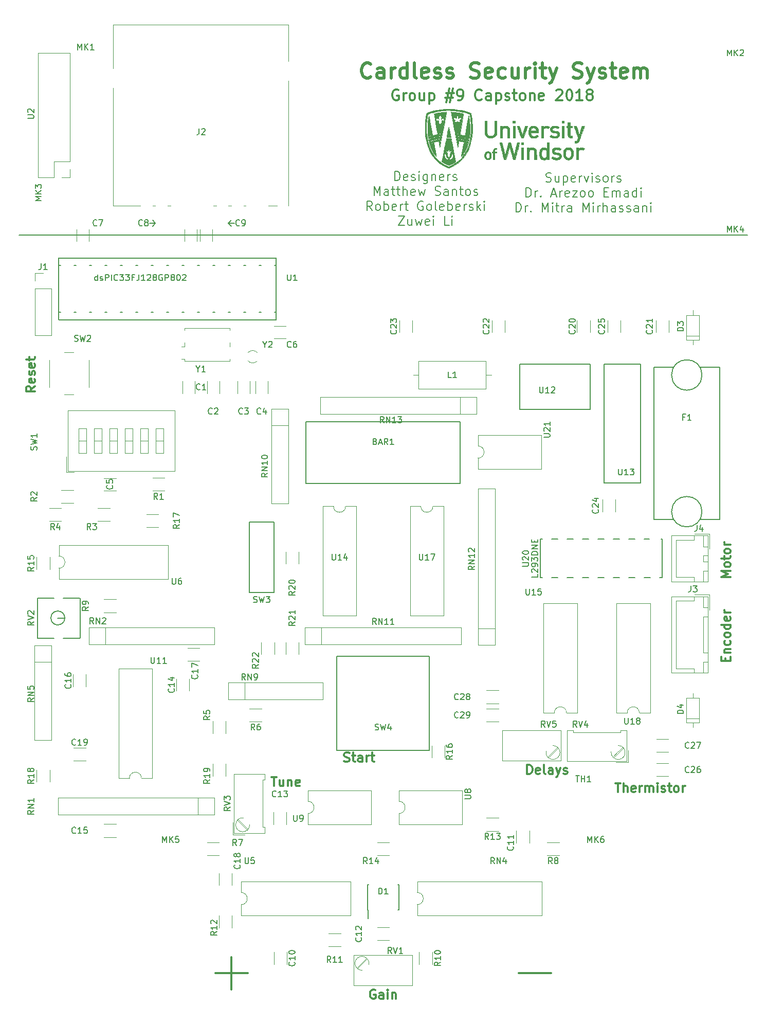
<source format=gbr>
%TF.GenerationSoftware,KiCad,Pcbnew,(5.0.0-rc2-dev-720-g9704891c8)*%
%TF.CreationDate,2018-06-11T16:43:15-04:00*%
%TF.ProjectId,Main,4D61696E2E6B696361645F7063620000,rev?*%
%TF.SameCoordinates,Original*%
%TF.FileFunction,Legend,Top*%
%TF.FilePolarity,Positive*%
%FSLAX46Y46*%
G04 Gerber Fmt 4.6, Leading zero omitted, Abs format (unit mm)*
G04 Created by KiCad (PCBNEW (5.0.0-rc2-dev-720-g9704891c8)) date Mon Jun 11 16:43:15 2018*
%MOMM*%
%LPD*%
G01*
G04 APERTURE LIST*
%ADD10C,0.200000*%
%ADD11C,0.300000*%
%ADD12C,0.500000*%
%ADD13C,0.120000*%
%ADD14C,0.150000*%
%ADD15C,0.152400*%
%ADD16C,0.010000*%
G04 APERTURE END LIST*
D10*
X106821428Y-48157142D02*
X107035714Y-48228571D01*
X107392857Y-48228571D01*
X107535714Y-48157142D01*
X107607142Y-48085714D01*
X107678571Y-47942857D01*
X107678571Y-47800000D01*
X107607142Y-47657142D01*
X107535714Y-47585714D01*
X107392857Y-47514285D01*
X107107142Y-47442857D01*
X106964285Y-47371428D01*
X106892857Y-47300000D01*
X106821428Y-47157142D01*
X106821428Y-47014285D01*
X106892857Y-46871428D01*
X106964285Y-46800000D01*
X107107142Y-46728571D01*
X107464285Y-46728571D01*
X107678571Y-46800000D01*
X108964285Y-47228571D02*
X108964285Y-48228571D01*
X108321428Y-47228571D02*
X108321428Y-48014285D01*
X108392857Y-48157142D01*
X108535714Y-48228571D01*
X108750000Y-48228571D01*
X108892857Y-48157142D01*
X108964285Y-48085714D01*
X109678571Y-47228571D02*
X109678571Y-48728571D01*
X109678571Y-47300000D02*
X109821428Y-47228571D01*
X110107142Y-47228571D01*
X110250000Y-47300000D01*
X110321428Y-47371428D01*
X110392857Y-47514285D01*
X110392857Y-47942857D01*
X110321428Y-48085714D01*
X110250000Y-48157142D01*
X110107142Y-48228571D01*
X109821428Y-48228571D01*
X109678571Y-48157142D01*
X111607142Y-48157142D02*
X111464285Y-48228571D01*
X111178571Y-48228571D01*
X111035714Y-48157142D01*
X110964285Y-48014285D01*
X110964285Y-47442857D01*
X111035714Y-47300000D01*
X111178571Y-47228571D01*
X111464285Y-47228571D01*
X111607142Y-47300000D01*
X111678571Y-47442857D01*
X111678571Y-47585714D01*
X110964285Y-47728571D01*
X112321428Y-48228571D02*
X112321428Y-47228571D01*
X112321428Y-47514285D02*
X112392857Y-47371428D01*
X112464285Y-47300000D01*
X112607142Y-47228571D01*
X112750000Y-47228571D01*
X113107142Y-47228571D02*
X113464285Y-48228571D01*
X113821428Y-47228571D01*
X114392857Y-48228571D02*
X114392857Y-47228571D01*
X114392857Y-46728571D02*
X114321428Y-46800000D01*
X114392857Y-46871428D01*
X114464285Y-46800000D01*
X114392857Y-46728571D01*
X114392857Y-46871428D01*
X115035714Y-48157142D02*
X115178571Y-48228571D01*
X115464285Y-48228571D01*
X115607142Y-48157142D01*
X115678571Y-48014285D01*
X115678571Y-47942857D01*
X115607142Y-47800000D01*
X115464285Y-47728571D01*
X115250000Y-47728571D01*
X115107142Y-47657142D01*
X115035714Y-47514285D01*
X115035714Y-47442857D01*
X115107142Y-47300000D01*
X115250000Y-47228571D01*
X115464285Y-47228571D01*
X115607142Y-47300000D01*
X116535714Y-48228571D02*
X116392857Y-48157142D01*
X116321428Y-48085714D01*
X116250000Y-47942857D01*
X116250000Y-47514285D01*
X116321428Y-47371428D01*
X116392857Y-47300000D01*
X116535714Y-47228571D01*
X116750000Y-47228571D01*
X116892857Y-47300000D01*
X116964285Y-47371428D01*
X117035714Y-47514285D01*
X117035714Y-47942857D01*
X116964285Y-48085714D01*
X116892857Y-48157142D01*
X116750000Y-48228571D01*
X116535714Y-48228571D01*
X117678571Y-48228571D02*
X117678571Y-47228571D01*
X117678571Y-47514285D02*
X117750000Y-47371428D01*
X117821428Y-47300000D01*
X117964285Y-47228571D01*
X118107142Y-47228571D01*
X118535714Y-48157142D02*
X118678571Y-48228571D01*
X118964285Y-48228571D01*
X119107142Y-48157142D01*
X119178571Y-48014285D01*
X119178571Y-47942857D01*
X119107142Y-47800000D01*
X118964285Y-47728571D01*
X118750000Y-47728571D01*
X118607142Y-47657142D01*
X118535714Y-47514285D01*
X118535714Y-47442857D01*
X118607142Y-47300000D01*
X118750000Y-47228571D01*
X118964285Y-47228571D01*
X119107142Y-47300000D01*
X103535714Y-50678571D02*
X103535714Y-49178571D01*
X103892857Y-49178571D01*
X104107142Y-49250000D01*
X104250000Y-49392857D01*
X104321428Y-49535714D01*
X104392857Y-49821428D01*
X104392857Y-50035714D01*
X104321428Y-50321428D01*
X104250000Y-50464285D01*
X104107142Y-50607142D01*
X103892857Y-50678571D01*
X103535714Y-50678571D01*
X105035714Y-50678571D02*
X105035714Y-49678571D01*
X105035714Y-49964285D02*
X105107142Y-49821428D01*
X105178571Y-49750000D01*
X105321428Y-49678571D01*
X105464285Y-49678571D01*
X105964285Y-50535714D02*
X106035714Y-50607142D01*
X105964285Y-50678571D01*
X105892857Y-50607142D01*
X105964285Y-50535714D01*
X105964285Y-50678571D01*
X107750000Y-50250000D02*
X108464285Y-50250000D01*
X107607142Y-50678571D02*
X108107142Y-49178571D01*
X108607142Y-50678571D01*
X109107142Y-50678571D02*
X109107142Y-49678571D01*
X109107142Y-49964285D02*
X109178571Y-49821428D01*
X109250000Y-49750000D01*
X109392857Y-49678571D01*
X109535714Y-49678571D01*
X110607142Y-50607142D02*
X110464285Y-50678571D01*
X110178571Y-50678571D01*
X110035714Y-50607142D01*
X109964285Y-50464285D01*
X109964285Y-49892857D01*
X110035714Y-49750000D01*
X110178571Y-49678571D01*
X110464285Y-49678571D01*
X110607142Y-49750000D01*
X110678571Y-49892857D01*
X110678571Y-50035714D01*
X109964285Y-50178571D01*
X111178571Y-49678571D02*
X111964285Y-49678571D01*
X111178571Y-50678571D01*
X111964285Y-50678571D01*
X112750000Y-50678571D02*
X112607142Y-50607142D01*
X112535714Y-50535714D01*
X112464285Y-50392857D01*
X112464285Y-49964285D01*
X112535714Y-49821428D01*
X112607142Y-49750000D01*
X112750000Y-49678571D01*
X112964285Y-49678571D01*
X113107142Y-49750000D01*
X113178571Y-49821428D01*
X113250000Y-49964285D01*
X113250000Y-50392857D01*
X113178571Y-50535714D01*
X113107142Y-50607142D01*
X112964285Y-50678571D01*
X112750000Y-50678571D01*
X114107142Y-50678571D02*
X113964285Y-50607142D01*
X113892857Y-50535714D01*
X113821428Y-50392857D01*
X113821428Y-49964285D01*
X113892857Y-49821428D01*
X113964285Y-49750000D01*
X114107142Y-49678571D01*
X114321428Y-49678571D01*
X114464285Y-49750000D01*
X114535714Y-49821428D01*
X114607142Y-49964285D01*
X114607142Y-50392857D01*
X114535714Y-50535714D01*
X114464285Y-50607142D01*
X114321428Y-50678571D01*
X114107142Y-50678571D01*
X116392857Y-49892857D02*
X116892857Y-49892857D01*
X117107142Y-50678571D02*
X116392857Y-50678571D01*
X116392857Y-49178571D01*
X117107142Y-49178571D01*
X117750000Y-50678571D02*
X117750000Y-49678571D01*
X117750000Y-49821428D02*
X117821428Y-49750000D01*
X117964285Y-49678571D01*
X118178571Y-49678571D01*
X118321428Y-49750000D01*
X118392857Y-49892857D01*
X118392857Y-50678571D01*
X118392857Y-49892857D02*
X118464285Y-49750000D01*
X118607142Y-49678571D01*
X118821428Y-49678571D01*
X118964285Y-49750000D01*
X119035714Y-49892857D01*
X119035714Y-50678571D01*
X120392857Y-50678571D02*
X120392857Y-49892857D01*
X120321428Y-49750000D01*
X120178571Y-49678571D01*
X119892857Y-49678571D01*
X119750000Y-49750000D01*
X120392857Y-50607142D02*
X120250000Y-50678571D01*
X119892857Y-50678571D01*
X119750000Y-50607142D01*
X119678571Y-50464285D01*
X119678571Y-50321428D01*
X119750000Y-50178571D01*
X119892857Y-50107142D01*
X120250000Y-50107142D01*
X120392857Y-50035714D01*
X121750000Y-50678571D02*
X121750000Y-49178571D01*
X121750000Y-50607142D02*
X121607142Y-50678571D01*
X121321428Y-50678571D01*
X121178571Y-50607142D01*
X121107142Y-50535714D01*
X121035714Y-50392857D01*
X121035714Y-49964285D01*
X121107142Y-49821428D01*
X121178571Y-49750000D01*
X121321428Y-49678571D01*
X121607142Y-49678571D01*
X121750000Y-49750000D01*
X122464285Y-50678571D02*
X122464285Y-49678571D01*
X122464285Y-49178571D02*
X122392857Y-49250000D01*
X122464285Y-49321428D01*
X122535714Y-49250000D01*
X122464285Y-49178571D01*
X122464285Y-49321428D01*
X101892857Y-53128571D02*
X101892857Y-51628571D01*
X102250000Y-51628571D01*
X102464285Y-51700000D01*
X102607142Y-51842857D01*
X102678571Y-51985714D01*
X102750000Y-52271428D01*
X102750000Y-52485714D01*
X102678571Y-52771428D01*
X102607142Y-52914285D01*
X102464285Y-53057142D01*
X102250000Y-53128571D01*
X101892857Y-53128571D01*
X103392857Y-53128571D02*
X103392857Y-52128571D01*
X103392857Y-52414285D02*
X103464285Y-52271428D01*
X103535714Y-52200000D01*
X103678571Y-52128571D01*
X103821428Y-52128571D01*
X104321428Y-52985714D02*
X104392857Y-53057142D01*
X104321428Y-53128571D01*
X104250000Y-53057142D01*
X104321428Y-52985714D01*
X104321428Y-53128571D01*
X106178571Y-53128571D02*
X106178571Y-51628571D01*
X106678571Y-52700000D01*
X107178571Y-51628571D01*
X107178571Y-53128571D01*
X107892857Y-53128571D02*
X107892857Y-52128571D01*
X107892857Y-51628571D02*
X107821428Y-51700000D01*
X107892857Y-51771428D01*
X107964285Y-51700000D01*
X107892857Y-51628571D01*
X107892857Y-51771428D01*
X108392857Y-52128571D02*
X108964285Y-52128571D01*
X108607142Y-51628571D02*
X108607142Y-52914285D01*
X108678571Y-53057142D01*
X108821428Y-53128571D01*
X108964285Y-53128571D01*
X109464285Y-53128571D02*
X109464285Y-52128571D01*
X109464285Y-52414285D02*
X109535714Y-52271428D01*
X109607142Y-52200000D01*
X109750000Y-52128571D01*
X109892857Y-52128571D01*
X111035714Y-53128571D02*
X111035714Y-52342857D01*
X110964285Y-52200000D01*
X110821428Y-52128571D01*
X110535714Y-52128571D01*
X110392857Y-52200000D01*
X111035714Y-53057142D02*
X110892857Y-53128571D01*
X110535714Y-53128571D01*
X110392857Y-53057142D01*
X110321428Y-52914285D01*
X110321428Y-52771428D01*
X110392857Y-52628571D01*
X110535714Y-52557142D01*
X110892857Y-52557142D01*
X111035714Y-52485714D01*
X112892857Y-53128571D02*
X112892857Y-51628571D01*
X113392857Y-52700000D01*
X113892857Y-51628571D01*
X113892857Y-53128571D01*
X114607142Y-53128571D02*
X114607142Y-52128571D01*
X114607142Y-51628571D02*
X114535714Y-51700000D01*
X114607142Y-51771428D01*
X114678571Y-51700000D01*
X114607142Y-51628571D01*
X114607142Y-51771428D01*
X115321428Y-53128571D02*
X115321428Y-52128571D01*
X115321428Y-52414285D02*
X115392857Y-52271428D01*
X115464285Y-52200000D01*
X115607142Y-52128571D01*
X115750000Y-52128571D01*
X116250000Y-53128571D02*
X116250000Y-51628571D01*
X116892857Y-53128571D02*
X116892857Y-52342857D01*
X116821428Y-52200000D01*
X116678571Y-52128571D01*
X116464285Y-52128571D01*
X116321428Y-52200000D01*
X116250000Y-52271428D01*
X118250000Y-53128571D02*
X118250000Y-52342857D01*
X118178571Y-52200000D01*
X118035714Y-52128571D01*
X117750000Y-52128571D01*
X117607142Y-52200000D01*
X118250000Y-53057142D02*
X118107142Y-53128571D01*
X117750000Y-53128571D01*
X117607142Y-53057142D01*
X117535714Y-52914285D01*
X117535714Y-52771428D01*
X117607142Y-52628571D01*
X117750000Y-52557142D01*
X118107142Y-52557142D01*
X118250000Y-52485714D01*
X118892857Y-53057142D02*
X119035714Y-53128571D01*
X119321428Y-53128571D01*
X119464285Y-53057142D01*
X119535714Y-52914285D01*
X119535714Y-52842857D01*
X119464285Y-52700000D01*
X119321428Y-52628571D01*
X119107142Y-52628571D01*
X118964285Y-52557142D01*
X118892857Y-52414285D01*
X118892857Y-52342857D01*
X118964285Y-52200000D01*
X119107142Y-52128571D01*
X119321428Y-52128571D01*
X119464285Y-52200000D01*
X120107142Y-53057142D02*
X120250000Y-53128571D01*
X120535714Y-53128571D01*
X120678571Y-53057142D01*
X120750000Y-52914285D01*
X120750000Y-52842857D01*
X120678571Y-52700000D01*
X120535714Y-52628571D01*
X120321428Y-52628571D01*
X120178571Y-52557142D01*
X120107142Y-52414285D01*
X120107142Y-52342857D01*
X120178571Y-52200000D01*
X120321428Y-52128571D01*
X120535714Y-52128571D01*
X120678571Y-52200000D01*
X122035714Y-53128571D02*
X122035714Y-52342857D01*
X121964285Y-52200000D01*
X121821428Y-52128571D01*
X121535714Y-52128571D01*
X121392857Y-52200000D01*
X122035714Y-53057142D02*
X121892857Y-53128571D01*
X121535714Y-53128571D01*
X121392857Y-53057142D01*
X121321428Y-52914285D01*
X121321428Y-52771428D01*
X121392857Y-52628571D01*
X121535714Y-52557142D01*
X121892857Y-52557142D01*
X122035714Y-52485714D01*
X122750000Y-52128571D02*
X122750000Y-53128571D01*
X122750000Y-52271428D02*
X122821428Y-52200000D01*
X122964285Y-52128571D01*
X123178571Y-52128571D01*
X123321428Y-52200000D01*
X123392857Y-52342857D01*
X123392857Y-53128571D01*
X124107142Y-53128571D02*
X124107142Y-52128571D01*
X124107142Y-51628571D02*
X124035714Y-51700000D01*
X124107142Y-51771428D01*
X124178571Y-51700000D01*
X124107142Y-51628571D01*
X124107142Y-51771428D01*
D11*
X82499999Y-33125000D02*
X82333333Y-33041666D01*
X82083333Y-33041666D01*
X81833333Y-33125000D01*
X81666666Y-33291666D01*
X81583333Y-33458333D01*
X81499999Y-33791666D01*
X81499999Y-34041666D01*
X81583333Y-34375000D01*
X81666666Y-34541666D01*
X81833333Y-34708333D01*
X82083333Y-34791666D01*
X82249999Y-34791666D01*
X82499999Y-34708333D01*
X82583333Y-34625000D01*
X82583333Y-34041666D01*
X82249999Y-34041666D01*
X83333333Y-34791666D02*
X83333333Y-33625000D01*
X83333333Y-33958333D02*
X83416666Y-33791666D01*
X83499999Y-33708333D01*
X83666666Y-33625000D01*
X83833333Y-33625000D01*
X84666666Y-34791666D02*
X84499999Y-34708333D01*
X84416666Y-34625000D01*
X84333333Y-34458333D01*
X84333333Y-33958333D01*
X84416666Y-33791666D01*
X84499999Y-33708333D01*
X84666666Y-33625000D01*
X84916666Y-33625000D01*
X85083333Y-33708333D01*
X85166666Y-33791666D01*
X85249999Y-33958333D01*
X85249999Y-34458333D01*
X85166666Y-34625000D01*
X85083333Y-34708333D01*
X84916666Y-34791666D01*
X84666666Y-34791666D01*
X86749999Y-33625000D02*
X86749999Y-34791666D01*
X85999999Y-33625000D02*
X85999999Y-34541666D01*
X86083333Y-34708333D01*
X86249999Y-34791666D01*
X86499999Y-34791666D01*
X86666666Y-34708333D01*
X86749999Y-34625000D01*
X87583333Y-33625000D02*
X87583333Y-35375000D01*
X87583333Y-33708333D02*
X87749999Y-33625000D01*
X88083333Y-33625000D01*
X88249999Y-33708333D01*
X88333333Y-33791666D01*
X88416666Y-33958333D01*
X88416666Y-34458333D01*
X88333333Y-34625000D01*
X88249999Y-34708333D01*
X88083333Y-34791666D01*
X87749999Y-34791666D01*
X87583333Y-34708333D01*
X90416666Y-33625000D02*
X91666666Y-33625000D01*
X90916666Y-32875000D02*
X90416666Y-35125000D01*
X91499999Y-34375000D02*
X90249999Y-34375000D01*
X90999999Y-35125000D02*
X91499999Y-32875000D01*
X92333333Y-34791666D02*
X92666666Y-34791666D01*
X92833333Y-34708333D01*
X92916666Y-34625000D01*
X93083333Y-34375000D01*
X93166666Y-34041666D01*
X93166666Y-33375000D01*
X93083333Y-33208333D01*
X92999999Y-33125000D01*
X92833333Y-33041666D01*
X92499999Y-33041666D01*
X92333333Y-33125000D01*
X92249999Y-33208333D01*
X92166666Y-33375000D01*
X92166666Y-33791666D01*
X92249999Y-33958333D01*
X92333333Y-34041666D01*
X92499999Y-34125000D01*
X92833333Y-34125000D01*
X92999999Y-34041666D01*
X93083333Y-33958333D01*
X93166666Y-33791666D01*
X96249999Y-34625000D02*
X96166666Y-34708333D01*
X95916666Y-34791666D01*
X95749999Y-34791666D01*
X95499999Y-34708333D01*
X95333333Y-34541666D01*
X95249999Y-34375000D01*
X95166666Y-34041666D01*
X95166666Y-33791666D01*
X95249999Y-33458333D01*
X95333333Y-33291666D01*
X95499999Y-33125000D01*
X95749999Y-33041666D01*
X95916666Y-33041666D01*
X96166666Y-33125000D01*
X96249999Y-33208333D01*
X97749999Y-34791666D02*
X97749999Y-33875000D01*
X97666666Y-33708333D01*
X97499999Y-33625000D01*
X97166666Y-33625000D01*
X96999999Y-33708333D01*
X97749999Y-34708333D02*
X97583333Y-34791666D01*
X97166666Y-34791666D01*
X96999999Y-34708333D01*
X96916666Y-34541666D01*
X96916666Y-34375000D01*
X96999999Y-34208333D01*
X97166666Y-34125000D01*
X97583333Y-34125000D01*
X97749999Y-34041666D01*
X98583333Y-33625000D02*
X98583333Y-35375000D01*
X98583333Y-33708333D02*
X98749999Y-33625000D01*
X99083333Y-33625000D01*
X99249999Y-33708333D01*
X99333333Y-33791666D01*
X99416666Y-33958333D01*
X99416666Y-34458333D01*
X99333333Y-34625000D01*
X99249999Y-34708333D01*
X99083333Y-34791666D01*
X98749999Y-34791666D01*
X98583333Y-34708333D01*
X100083333Y-34708333D02*
X100249999Y-34791666D01*
X100583333Y-34791666D01*
X100749999Y-34708333D01*
X100833333Y-34541666D01*
X100833333Y-34458333D01*
X100749999Y-34291666D01*
X100583333Y-34208333D01*
X100333333Y-34208333D01*
X100166666Y-34125000D01*
X100083333Y-33958333D01*
X100083333Y-33875000D01*
X100166666Y-33708333D01*
X100333333Y-33625000D01*
X100583333Y-33625000D01*
X100749999Y-33708333D01*
X101333333Y-33625000D02*
X101999999Y-33625000D01*
X101583333Y-33041666D02*
X101583333Y-34541666D01*
X101666666Y-34708333D01*
X101833333Y-34791666D01*
X101999999Y-34791666D01*
X102833333Y-34791666D02*
X102666666Y-34708333D01*
X102583333Y-34625000D01*
X102499999Y-34458333D01*
X102499999Y-33958333D01*
X102583333Y-33791666D01*
X102666666Y-33708333D01*
X102833333Y-33625000D01*
X103083333Y-33625000D01*
X103249999Y-33708333D01*
X103333333Y-33791666D01*
X103416666Y-33958333D01*
X103416666Y-34458333D01*
X103333333Y-34625000D01*
X103249999Y-34708333D01*
X103083333Y-34791666D01*
X102833333Y-34791666D01*
X104166666Y-33625000D02*
X104166666Y-34791666D01*
X104166666Y-33791666D02*
X104249999Y-33708333D01*
X104416666Y-33625000D01*
X104666666Y-33625000D01*
X104833333Y-33708333D01*
X104916666Y-33875000D01*
X104916666Y-34791666D01*
X106416666Y-34708333D02*
X106249999Y-34791666D01*
X105916666Y-34791666D01*
X105749999Y-34708333D01*
X105666666Y-34541666D01*
X105666666Y-33875000D01*
X105749999Y-33708333D01*
X105916666Y-33625000D01*
X106249999Y-33625000D01*
X106416666Y-33708333D01*
X106499999Y-33875000D01*
X106499999Y-34041666D01*
X105666666Y-34208333D01*
X108499999Y-33208333D02*
X108583333Y-33125000D01*
X108749999Y-33041666D01*
X109166666Y-33041666D01*
X109333333Y-33125000D01*
X109416666Y-33208333D01*
X109499999Y-33375000D01*
X109499999Y-33541666D01*
X109416666Y-33791666D01*
X108416666Y-34791666D01*
X109499999Y-34791666D01*
X110583333Y-33041666D02*
X110749999Y-33041666D01*
X110916666Y-33125000D01*
X110999999Y-33208333D01*
X111083333Y-33375000D01*
X111166666Y-33708333D01*
X111166666Y-34125000D01*
X111083333Y-34458333D01*
X110999999Y-34625000D01*
X110916666Y-34708333D01*
X110749999Y-34791666D01*
X110583333Y-34791666D01*
X110416666Y-34708333D01*
X110333333Y-34625000D01*
X110249999Y-34458333D01*
X110166666Y-34125000D01*
X110166666Y-33708333D01*
X110249999Y-33375000D01*
X110333333Y-33208333D01*
X110416666Y-33125000D01*
X110583333Y-33041666D01*
X112833333Y-34791666D02*
X111833333Y-34791666D01*
X112333333Y-34791666D02*
X112333333Y-33041666D01*
X112166666Y-33291666D01*
X111999999Y-33458333D01*
X111833333Y-33541666D01*
X113833333Y-33791666D02*
X113666666Y-33708333D01*
X113583333Y-33625000D01*
X113499999Y-33458333D01*
X113499999Y-33375000D01*
X113583333Y-33208333D01*
X113666666Y-33125000D01*
X113833333Y-33041666D01*
X114166666Y-33041666D01*
X114333333Y-33125000D01*
X114416666Y-33208333D01*
X114499999Y-33375000D01*
X114499999Y-33458333D01*
X114416666Y-33625000D01*
X114333333Y-33708333D01*
X114166666Y-33791666D01*
X113833333Y-33791666D01*
X113666666Y-33875000D01*
X113583333Y-33958333D01*
X113499999Y-34125000D01*
X113499999Y-34458333D01*
X113583333Y-34625000D01*
X113666666Y-34708333D01*
X113833333Y-34791666D01*
X114166666Y-34791666D01*
X114333333Y-34708333D01*
X114416666Y-34625000D01*
X114499999Y-34458333D01*
X114499999Y-34125000D01*
X114416666Y-33958333D01*
X114333333Y-33875000D01*
X114166666Y-33791666D01*
D12*
X77976190Y-30892857D02*
X77857142Y-31011904D01*
X77500000Y-31130952D01*
X77261904Y-31130952D01*
X76904761Y-31011904D01*
X76666666Y-30773809D01*
X76547619Y-30535714D01*
X76428571Y-30059523D01*
X76428571Y-29702380D01*
X76547619Y-29226190D01*
X76666666Y-28988095D01*
X76904761Y-28750000D01*
X77261904Y-28630952D01*
X77500000Y-28630952D01*
X77857142Y-28750000D01*
X77976190Y-28869047D01*
X80119047Y-31130952D02*
X80119047Y-29821428D01*
X80000000Y-29583333D01*
X79761904Y-29464285D01*
X79285714Y-29464285D01*
X79047619Y-29583333D01*
X80119047Y-31011904D02*
X79880952Y-31130952D01*
X79285714Y-31130952D01*
X79047619Y-31011904D01*
X78928571Y-30773809D01*
X78928571Y-30535714D01*
X79047619Y-30297619D01*
X79285714Y-30178571D01*
X79880952Y-30178571D01*
X80119047Y-30059523D01*
X81309523Y-31130952D02*
X81309523Y-29464285D01*
X81309523Y-29940476D02*
X81428571Y-29702380D01*
X81547619Y-29583333D01*
X81785714Y-29464285D01*
X82023809Y-29464285D01*
X83928571Y-31130952D02*
X83928571Y-28630952D01*
X83928571Y-31011904D02*
X83690476Y-31130952D01*
X83214285Y-31130952D01*
X82976190Y-31011904D01*
X82857142Y-30892857D01*
X82738095Y-30654761D01*
X82738095Y-29940476D01*
X82857142Y-29702380D01*
X82976190Y-29583333D01*
X83214285Y-29464285D01*
X83690476Y-29464285D01*
X83928571Y-29583333D01*
X85476190Y-31130952D02*
X85238095Y-31011904D01*
X85119047Y-30773809D01*
X85119047Y-28630952D01*
X87380952Y-31011904D02*
X87142857Y-31130952D01*
X86666666Y-31130952D01*
X86428571Y-31011904D01*
X86309523Y-30773809D01*
X86309523Y-29821428D01*
X86428571Y-29583333D01*
X86666666Y-29464285D01*
X87142857Y-29464285D01*
X87380952Y-29583333D01*
X87500000Y-29821428D01*
X87500000Y-30059523D01*
X86309523Y-30297619D01*
X88452380Y-31011904D02*
X88690476Y-31130952D01*
X89166666Y-31130952D01*
X89404761Y-31011904D01*
X89523809Y-30773809D01*
X89523809Y-30654761D01*
X89404761Y-30416666D01*
X89166666Y-30297619D01*
X88809523Y-30297619D01*
X88571428Y-30178571D01*
X88452380Y-29940476D01*
X88452380Y-29821428D01*
X88571428Y-29583333D01*
X88809523Y-29464285D01*
X89166666Y-29464285D01*
X89404761Y-29583333D01*
X90476190Y-31011904D02*
X90714285Y-31130952D01*
X91190476Y-31130952D01*
X91428571Y-31011904D01*
X91547619Y-30773809D01*
X91547619Y-30654761D01*
X91428571Y-30416666D01*
X91190476Y-30297619D01*
X90833333Y-30297619D01*
X90595238Y-30178571D01*
X90476190Y-29940476D01*
X90476190Y-29821428D01*
X90595238Y-29583333D01*
X90833333Y-29464285D01*
X91190476Y-29464285D01*
X91428571Y-29583333D01*
X94404761Y-31011904D02*
X94761904Y-31130952D01*
X95357142Y-31130952D01*
X95595238Y-31011904D01*
X95714285Y-30892857D01*
X95833333Y-30654761D01*
X95833333Y-30416666D01*
X95714285Y-30178571D01*
X95595238Y-30059523D01*
X95357142Y-29940476D01*
X94880952Y-29821428D01*
X94642857Y-29702380D01*
X94523809Y-29583333D01*
X94404761Y-29345238D01*
X94404761Y-29107142D01*
X94523809Y-28869047D01*
X94642857Y-28750000D01*
X94880952Y-28630952D01*
X95476190Y-28630952D01*
X95833333Y-28750000D01*
X97857142Y-31011904D02*
X97619047Y-31130952D01*
X97142857Y-31130952D01*
X96904761Y-31011904D01*
X96785714Y-30773809D01*
X96785714Y-29821428D01*
X96904761Y-29583333D01*
X97142857Y-29464285D01*
X97619047Y-29464285D01*
X97857142Y-29583333D01*
X97976190Y-29821428D01*
X97976190Y-30059523D01*
X96785714Y-30297619D01*
X100119047Y-31011904D02*
X99880952Y-31130952D01*
X99404761Y-31130952D01*
X99166666Y-31011904D01*
X99047619Y-30892857D01*
X98928571Y-30654761D01*
X98928571Y-29940476D01*
X99047619Y-29702380D01*
X99166666Y-29583333D01*
X99404761Y-29464285D01*
X99880952Y-29464285D01*
X100119047Y-29583333D01*
X102261904Y-29464285D02*
X102261904Y-31130952D01*
X101190476Y-29464285D02*
X101190476Y-30773809D01*
X101309523Y-31011904D01*
X101547619Y-31130952D01*
X101904761Y-31130952D01*
X102142857Y-31011904D01*
X102261904Y-30892857D01*
X103452380Y-31130952D02*
X103452380Y-29464285D01*
X103452380Y-29940476D02*
X103571428Y-29702380D01*
X103690476Y-29583333D01*
X103928571Y-29464285D01*
X104166666Y-29464285D01*
X105000000Y-31130952D02*
X105000000Y-29464285D01*
X105000000Y-28630952D02*
X104880952Y-28750000D01*
X105000000Y-28869047D01*
X105119047Y-28750000D01*
X105000000Y-28630952D01*
X105000000Y-28869047D01*
X105833333Y-29464285D02*
X106785714Y-29464285D01*
X106190476Y-28630952D02*
X106190476Y-30773809D01*
X106309523Y-31011904D01*
X106547619Y-31130952D01*
X106785714Y-31130952D01*
X107380952Y-29464285D02*
X107976190Y-31130952D01*
X108571428Y-29464285D02*
X107976190Y-31130952D01*
X107738095Y-31726190D01*
X107619047Y-31845238D01*
X107380952Y-31964285D01*
X111309523Y-31011904D02*
X111666666Y-31130952D01*
X112261904Y-31130952D01*
X112500000Y-31011904D01*
X112619047Y-30892857D01*
X112738095Y-30654761D01*
X112738095Y-30416666D01*
X112619047Y-30178571D01*
X112500000Y-30059523D01*
X112261904Y-29940476D01*
X111785714Y-29821428D01*
X111547619Y-29702380D01*
X111428571Y-29583333D01*
X111309523Y-29345238D01*
X111309523Y-29107142D01*
X111428571Y-28869047D01*
X111547619Y-28750000D01*
X111785714Y-28630952D01*
X112380952Y-28630952D01*
X112738095Y-28750000D01*
X113571428Y-29464285D02*
X114166666Y-31130952D01*
X114761904Y-29464285D02*
X114166666Y-31130952D01*
X113928571Y-31726190D01*
X113809523Y-31845238D01*
X113571428Y-31964285D01*
X115595238Y-31011904D02*
X115833333Y-31130952D01*
X116309523Y-31130952D01*
X116547619Y-31011904D01*
X116666666Y-30773809D01*
X116666666Y-30654761D01*
X116547619Y-30416666D01*
X116309523Y-30297619D01*
X115952380Y-30297619D01*
X115714285Y-30178571D01*
X115595238Y-29940476D01*
X115595238Y-29821428D01*
X115714285Y-29583333D01*
X115952380Y-29464285D01*
X116309523Y-29464285D01*
X116547619Y-29583333D01*
X117380952Y-29464285D02*
X118333333Y-29464285D01*
X117738095Y-28630952D02*
X117738095Y-30773809D01*
X117857142Y-31011904D01*
X118095238Y-31130952D01*
X118333333Y-31130952D01*
X120119047Y-31011904D02*
X119880952Y-31130952D01*
X119404761Y-31130952D01*
X119166666Y-31011904D01*
X119047619Y-30773809D01*
X119047619Y-29821428D01*
X119166666Y-29583333D01*
X119404761Y-29464285D01*
X119880952Y-29464285D01*
X120119047Y-29583333D01*
X120238095Y-29821428D01*
X120238095Y-30059523D01*
X119047619Y-30297619D01*
X121309523Y-31130952D02*
X121309523Y-29464285D01*
X121309523Y-29702380D02*
X121428571Y-29583333D01*
X121666666Y-29464285D01*
X122023809Y-29464285D01*
X122261904Y-29583333D01*
X122380952Y-29821428D01*
X122380952Y-31130952D01*
X122380952Y-29821428D02*
X122499999Y-29583333D01*
X122738095Y-29464285D01*
X123095238Y-29464285D01*
X123333333Y-29583333D01*
X123452380Y-29821428D01*
X123452380Y-31130952D01*
D10*
X81928571Y-48003571D02*
X81928571Y-46503571D01*
X82285714Y-46503571D01*
X82500000Y-46575000D01*
X82642857Y-46717857D01*
X82714285Y-46860714D01*
X82785714Y-47146428D01*
X82785714Y-47360714D01*
X82714285Y-47646428D01*
X82642857Y-47789285D01*
X82500000Y-47932142D01*
X82285714Y-48003571D01*
X81928571Y-48003571D01*
X84000000Y-47932142D02*
X83857142Y-48003571D01*
X83571428Y-48003571D01*
X83428571Y-47932142D01*
X83357142Y-47789285D01*
X83357142Y-47217857D01*
X83428571Y-47075000D01*
X83571428Y-47003571D01*
X83857142Y-47003571D01*
X84000000Y-47075000D01*
X84071428Y-47217857D01*
X84071428Y-47360714D01*
X83357142Y-47503571D01*
X84642857Y-47932142D02*
X84785714Y-48003571D01*
X85071428Y-48003571D01*
X85214285Y-47932142D01*
X85285714Y-47789285D01*
X85285714Y-47717857D01*
X85214285Y-47575000D01*
X85071428Y-47503571D01*
X84857142Y-47503571D01*
X84714285Y-47432142D01*
X84642857Y-47289285D01*
X84642857Y-47217857D01*
X84714285Y-47075000D01*
X84857142Y-47003571D01*
X85071428Y-47003571D01*
X85214285Y-47075000D01*
X85928571Y-48003571D02*
X85928571Y-47003571D01*
X85928571Y-46503571D02*
X85857142Y-46575000D01*
X85928571Y-46646428D01*
X86000000Y-46575000D01*
X85928571Y-46503571D01*
X85928571Y-46646428D01*
X87285714Y-47003571D02*
X87285714Y-48217857D01*
X87214285Y-48360714D01*
X87142857Y-48432142D01*
X87000000Y-48503571D01*
X86785714Y-48503571D01*
X86642857Y-48432142D01*
X87285714Y-47932142D02*
X87142857Y-48003571D01*
X86857142Y-48003571D01*
X86714285Y-47932142D01*
X86642857Y-47860714D01*
X86571428Y-47717857D01*
X86571428Y-47289285D01*
X86642857Y-47146428D01*
X86714285Y-47075000D01*
X86857142Y-47003571D01*
X87142857Y-47003571D01*
X87285714Y-47075000D01*
X88000000Y-47003571D02*
X88000000Y-48003571D01*
X88000000Y-47146428D02*
X88071428Y-47075000D01*
X88214285Y-47003571D01*
X88428571Y-47003571D01*
X88571428Y-47075000D01*
X88642857Y-47217857D01*
X88642857Y-48003571D01*
X89928571Y-47932142D02*
X89785714Y-48003571D01*
X89500000Y-48003571D01*
X89357142Y-47932142D01*
X89285714Y-47789285D01*
X89285714Y-47217857D01*
X89357142Y-47075000D01*
X89500000Y-47003571D01*
X89785714Y-47003571D01*
X89928571Y-47075000D01*
X90000000Y-47217857D01*
X90000000Y-47360714D01*
X89285714Y-47503571D01*
X90642857Y-48003571D02*
X90642857Y-47003571D01*
X90642857Y-47289285D02*
X90714285Y-47146428D01*
X90785714Y-47075000D01*
X90928571Y-47003571D01*
X91071428Y-47003571D01*
X91500000Y-47932142D02*
X91642857Y-48003571D01*
X91928571Y-48003571D01*
X92071428Y-47932142D01*
X92142857Y-47789285D01*
X92142857Y-47717857D01*
X92071428Y-47575000D01*
X91928571Y-47503571D01*
X91714285Y-47503571D01*
X91571428Y-47432142D01*
X91500000Y-47289285D01*
X91500000Y-47217857D01*
X91571428Y-47075000D01*
X91714285Y-47003571D01*
X91928571Y-47003571D01*
X92071428Y-47075000D01*
X78499999Y-50453571D02*
X78499999Y-48953571D01*
X78999999Y-50025000D01*
X79499999Y-48953571D01*
X79499999Y-50453571D01*
X80857142Y-50453571D02*
X80857142Y-49667857D01*
X80785714Y-49525000D01*
X80642857Y-49453571D01*
X80357142Y-49453571D01*
X80214285Y-49525000D01*
X80857142Y-50382142D02*
X80714285Y-50453571D01*
X80357142Y-50453571D01*
X80214285Y-50382142D01*
X80142857Y-50239285D01*
X80142857Y-50096428D01*
X80214285Y-49953571D01*
X80357142Y-49882142D01*
X80714285Y-49882142D01*
X80857142Y-49810714D01*
X81357142Y-49453571D02*
X81928571Y-49453571D01*
X81571428Y-48953571D02*
X81571428Y-50239285D01*
X81642857Y-50382142D01*
X81785714Y-50453571D01*
X81928571Y-50453571D01*
X82214285Y-49453571D02*
X82785714Y-49453571D01*
X82428571Y-48953571D02*
X82428571Y-50239285D01*
X82499999Y-50382142D01*
X82642857Y-50453571D01*
X82785714Y-50453571D01*
X83285714Y-50453571D02*
X83285714Y-48953571D01*
X83928571Y-50453571D02*
X83928571Y-49667857D01*
X83857142Y-49525000D01*
X83714285Y-49453571D01*
X83499999Y-49453571D01*
X83357142Y-49525000D01*
X83285714Y-49596428D01*
X85214285Y-50382142D02*
X85071428Y-50453571D01*
X84785714Y-50453571D01*
X84642857Y-50382142D01*
X84571428Y-50239285D01*
X84571428Y-49667857D01*
X84642857Y-49525000D01*
X84785714Y-49453571D01*
X85071428Y-49453571D01*
X85214285Y-49525000D01*
X85285714Y-49667857D01*
X85285714Y-49810714D01*
X84571428Y-49953571D01*
X85785714Y-49453571D02*
X86071428Y-50453571D01*
X86357142Y-49739285D01*
X86642857Y-50453571D01*
X86928571Y-49453571D01*
X88571428Y-50382142D02*
X88785714Y-50453571D01*
X89142857Y-50453571D01*
X89285714Y-50382142D01*
X89357142Y-50310714D01*
X89428571Y-50167857D01*
X89428571Y-50025000D01*
X89357142Y-49882142D01*
X89285714Y-49810714D01*
X89142857Y-49739285D01*
X88857142Y-49667857D01*
X88714285Y-49596428D01*
X88642857Y-49525000D01*
X88571428Y-49382142D01*
X88571428Y-49239285D01*
X88642857Y-49096428D01*
X88714285Y-49025000D01*
X88857142Y-48953571D01*
X89214285Y-48953571D01*
X89428571Y-49025000D01*
X90714285Y-50453571D02*
X90714285Y-49667857D01*
X90642857Y-49525000D01*
X90499999Y-49453571D01*
X90214285Y-49453571D01*
X90071428Y-49525000D01*
X90714285Y-50382142D02*
X90571428Y-50453571D01*
X90214285Y-50453571D01*
X90071428Y-50382142D01*
X89999999Y-50239285D01*
X89999999Y-50096428D01*
X90071428Y-49953571D01*
X90214285Y-49882142D01*
X90571428Y-49882142D01*
X90714285Y-49810714D01*
X91428571Y-49453571D02*
X91428571Y-50453571D01*
X91428571Y-49596428D02*
X91499999Y-49525000D01*
X91642857Y-49453571D01*
X91857142Y-49453571D01*
X91999999Y-49525000D01*
X92071428Y-49667857D01*
X92071428Y-50453571D01*
X92571428Y-49453571D02*
X93142857Y-49453571D01*
X92785714Y-48953571D02*
X92785714Y-50239285D01*
X92857142Y-50382142D01*
X92999999Y-50453571D01*
X93142857Y-50453571D01*
X93857142Y-50453571D02*
X93714285Y-50382142D01*
X93642857Y-50310714D01*
X93571428Y-50167857D01*
X93571428Y-49739285D01*
X93642857Y-49596428D01*
X93714285Y-49525000D01*
X93857142Y-49453571D01*
X94071428Y-49453571D01*
X94214285Y-49525000D01*
X94285714Y-49596428D01*
X94357142Y-49739285D01*
X94357142Y-50167857D01*
X94285714Y-50310714D01*
X94214285Y-50382142D01*
X94071428Y-50453571D01*
X93857142Y-50453571D01*
X94928571Y-50382142D02*
X95071428Y-50453571D01*
X95357142Y-50453571D01*
X95499999Y-50382142D01*
X95571428Y-50239285D01*
X95571428Y-50167857D01*
X95499999Y-50025000D01*
X95357142Y-49953571D01*
X95142857Y-49953571D01*
X94999999Y-49882142D01*
X94928571Y-49739285D01*
X94928571Y-49667857D01*
X94999999Y-49525000D01*
X95142857Y-49453571D01*
X95357142Y-49453571D01*
X95499999Y-49525000D01*
X78178571Y-52903571D02*
X77678571Y-52189285D01*
X77321428Y-52903571D02*
X77321428Y-51403571D01*
X77892857Y-51403571D01*
X78035714Y-51475000D01*
X78107142Y-51546428D01*
X78178571Y-51689285D01*
X78178571Y-51903571D01*
X78107142Y-52046428D01*
X78035714Y-52117857D01*
X77892857Y-52189285D01*
X77321428Y-52189285D01*
X79035714Y-52903571D02*
X78892857Y-52832142D01*
X78821428Y-52760714D01*
X78750000Y-52617857D01*
X78750000Y-52189285D01*
X78821428Y-52046428D01*
X78892857Y-51975000D01*
X79035714Y-51903571D01*
X79250000Y-51903571D01*
X79392857Y-51975000D01*
X79464285Y-52046428D01*
X79535714Y-52189285D01*
X79535714Y-52617857D01*
X79464285Y-52760714D01*
X79392857Y-52832142D01*
X79250000Y-52903571D01*
X79035714Y-52903571D01*
X80178571Y-52903571D02*
X80178571Y-51403571D01*
X80178571Y-51975000D02*
X80321428Y-51903571D01*
X80607142Y-51903571D01*
X80750000Y-51975000D01*
X80821428Y-52046428D01*
X80892857Y-52189285D01*
X80892857Y-52617857D01*
X80821428Y-52760714D01*
X80750000Y-52832142D01*
X80607142Y-52903571D01*
X80321428Y-52903571D01*
X80178571Y-52832142D01*
X82107142Y-52832142D02*
X81964285Y-52903571D01*
X81678571Y-52903571D01*
X81535714Y-52832142D01*
X81464285Y-52689285D01*
X81464285Y-52117857D01*
X81535714Y-51975000D01*
X81678571Y-51903571D01*
X81964285Y-51903571D01*
X82107142Y-51975000D01*
X82178571Y-52117857D01*
X82178571Y-52260714D01*
X81464285Y-52403571D01*
X82821428Y-52903571D02*
X82821428Y-51903571D01*
X82821428Y-52189285D02*
X82892857Y-52046428D01*
X82964285Y-51975000D01*
X83107142Y-51903571D01*
X83250000Y-51903571D01*
X83535714Y-51903571D02*
X84107142Y-51903571D01*
X83750000Y-51403571D02*
X83750000Y-52689285D01*
X83821428Y-52832142D01*
X83964285Y-52903571D01*
X84107142Y-52903571D01*
X86535714Y-51475000D02*
X86392857Y-51403571D01*
X86178571Y-51403571D01*
X85964285Y-51475000D01*
X85821428Y-51617857D01*
X85750000Y-51760714D01*
X85678571Y-52046428D01*
X85678571Y-52260714D01*
X85750000Y-52546428D01*
X85821428Y-52689285D01*
X85964285Y-52832142D01*
X86178571Y-52903571D01*
X86321428Y-52903571D01*
X86535714Y-52832142D01*
X86607142Y-52760714D01*
X86607142Y-52260714D01*
X86321428Y-52260714D01*
X87464285Y-52903571D02*
X87321428Y-52832142D01*
X87250000Y-52760714D01*
X87178571Y-52617857D01*
X87178571Y-52189285D01*
X87250000Y-52046428D01*
X87321428Y-51975000D01*
X87464285Y-51903571D01*
X87678571Y-51903571D01*
X87821428Y-51975000D01*
X87892857Y-52046428D01*
X87964285Y-52189285D01*
X87964285Y-52617857D01*
X87892857Y-52760714D01*
X87821428Y-52832142D01*
X87678571Y-52903571D01*
X87464285Y-52903571D01*
X88821428Y-52903571D02*
X88678571Y-52832142D01*
X88607142Y-52689285D01*
X88607142Y-51403571D01*
X89964285Y-52832142D02*
X89821428Y-52903571D01*
X89535714Y-52903571D01*
X89392857Y-52832142D01*
X89321428Y-52689285D01*
X89321428Y-52117857D01*
X89392857Y-51975000D01*
X89535714Y-51903571D01*
X89821428Y-51903571D01*
X89964285Y-51975000D01*
X90035714Y-52117857D01*
X90035714Y-52260714D01*
X89321428Y-52403571D01*
X90678571Y-52903571D02*
X90678571Y-51403571D01*
X90678571Y-51975000D02*
X90821428Y-51903571D01*
X91107142Y-51903571D01*
X91250000Y-51975000D01*
X91321428Y-52046428D01*
X91392857Y-52189285D01*
X91392857Y-52617857D01*
X91321428Y-52760714D01*
X91250000Y-52832142D01*
X91107142Y-52903571D01*
X90821428Y-52903571D01*
X90678571Y-52832142D01*
X92607142Y-52832142D02*
X92464285Y-52903571D01*
X92178571Y-52903571D01*
X92035714Y-52832142D01*
X91964285Y-52689285D01*
X91964285Y-52117857D01*
X92035714Y-51975000D01*
X92178571Y-51903571D01*
X92464285Y-51903571D01*
X92607142Y-51975000D01*
X92678571Y-52117857D01*
X92678571Y-52260714D01*
X91964285Y-52403571D01*
X93321428Y-52903571D02*
X93321428Y-51903571D01*
X93321428Y-52189285D02*
X93392857Y-52046428D01*
X93464285Y-51975000D01*
X93607142Y-51903571D01*
X93750000Y-51903571D01*
X94178571Y-52832142D02*
X94321428Y-52903571D01*
X94607142Y-52903571D01*
X94750000Y-52832142D01*
X94821428Y-52689285D01*
X94821428Y-52617857D01*
X94750000Y-52475000D01*
X94607142Y-52403571D01*
X94392857Y-52403571D01*
X94250000Y-52332142D01*
X94178571Y-52189285D01*
X94178571Y-52117857D01*
X94250000Y-51975000D01*
X94392857Y-51903571D01*
X94607142Y-51903571D01*
X94750000Y-51975000D01*
X95464285Y-52903571D02*
X95464285Y-51403571D01*
X95607142Y-52332142D02*
X96035714Y-52903571D01*
X96035714Y-51903571D02*
X95464285Y-52475000D01*
X96678571Y-52903571D02*
X96678571Y-51903571D01*
X96678571Y-51403571D02*
X96607142Y-51475000D01*
X96678571Y-51546428D01*
X96750000Y-51475000D01*
X96678571Y-51403571D01*
X96678571Y-51546428D01*
X82500000Y-53853571D02*
X83500000Y-53853571D01*
X82500000Y-55353571D01*
X83500000Y-55353571D01*
X84714285Y-54353571D02*
X84714285Y-55353571D01*
X84071428Y-54353571D02*
X84071428Y-55139285D01*
X84142857Y-55282142D01*
X84285714Y-55353571D01*
X84500000Y-55353571D01*
X84642857Y-55282142D01*
X84714285Y-55210714D01*
X85285714Y-54353571D02*
X85571428Y-55353571D01*
X85857142Y-54639285D01*
X86142857Y-55353571D01*
X86428571Y-54353571D01*
X87571428Y-55282142D02*
X87428571Y-55353571D01*
X87142857Y-55353571D01*
X87000000Y-55282142D01*
X86928571Y-55139285D01*
X86928571Y-54567857D01*
X87000000Y-54425000D01*
X87142857Y-54353571D01*
X87428571Y-54353571D01*
X87571428Y-54425000D01*
X87642857Y-54567857D01*
X87642857Y-54710714D01*
X86928571Y-54853571D01*
X88285714Y-55353571D02*
X88285714Y-54353571D01*
X88285714Y-53853571D02*
X88214285Y-53925000D01*
X88285714Y-53996428D01*
X88357142Y-53925000D01*
X88285714Y-53853571D01*
X88285714Y-53996428D01*
X90857142Y-55353571D02*
X90142857Y-55353571D01*
X90142857Y-53853571D01*
X91357142Y-55353571D02*
X91357142Y-54353571D01*
X91357142Y-53853571D02*
X91285714Y-53925000D01*
X91357142Y-53996428D01*
X91428571Y-53925000D01*
X91357142Y-53853571D01*
X91357142Y-53996428D01*
D11*
X137178571Y-113250000D02*
X135678571Y-113250000D01*
X136750000Y-112750000D01*
X135678571Y-112250000D01*
X137178571Y-112250000D01*
X137178571Y-111321428D02*
X137107142Y-111464285D01*
X137035714Y-111535714D01*
X136892857Y-111607142D01*
X136464285Y-111607142D01*
X136321428Y-111535714D01*
X136250000Y-111464285D01*
X136178571Y-111321428D01*
X136178571Y-111107142D01*
X136250000Y-110964285D01*
X136321428Y-110892857D01*
X136464285Y-110821428D01*
X136892857Y-110821428D01*
X137035714Y-110892857D01*
X137107142Y-110964285D01*
X137178571Y-111107142D01*
X137178571Y-111321428D01*
X136178571Y-110392857D02*
X136178571Y-109821428D01*
X135678571Y-110178571D02*
X136964285Y-110178571D01*
X137107142Y-110107142D01*
X137178571Y-109964285D01*
X137178571Y-109821428D01*
X137178571Y-109107142D02*
X137107142Y-109250000D01*
X137035714Y-109321428D01*
X136892857Y-109392857D01*
X136464285Y-109392857D01*
X136321428Y-109321428D01*
X136250000Y-109250000D01*
X136178571Y-109107142D01*
X136178571Y-108892857D01*
X136250000Y-108750000D01*
X136321428Y-108678571D01*
X136464285Y-108607142D01*
X136892857Y-108607142D01*
X137035714Y-108678571D01*
X137107142Y-108750000D01*
X137178571Y-108892857D01*
X137178571Y-109107142D01*
X137178571Y-107964285D02*
X136178571Y-107964285D01*
X136464285Y-107964285D02*
X136321428Y-107892857D01*
X136250000Y-107821428D01*
X136178571Y-107678571D01*
X136178571Y-107535714D01*
X136392857Y-127107142D02*
X136392857Y-126607142D01*
X137178571Y-126392857D02*
X137178571Y-127107142D01*
X135678571Y-127107142D01*
X135678571Y-126392857D01*
X136178571Y-125750000D02*
X137178571Y-125750000D01*
X136321428Y-125750000D02*
X136250000Y-125678571D01*
X136178571Y-125535714D01*
X136178571Y-125321428D01*
X136250000Y-125178571D01*
X136392857Y-125107142D01*
X137178571Y-125107142D01*
X137107142Y-123750000D02*
X137178571Y-123892857D01*
X137178571Y-124178571D01*
X137107142Y-124321428D01*
X137035714Y-124392857D01*
X136892857Y-124464285D01*
X136464285Y-124464285D01*
X136321428Y-124392857D01*
X136250000Y-124321428D01*
X136178571Y-124178571D01*
X136178571Y-123892857D01*
X136250000Y-123750000D01*
X137178571Y-122892857D02*
X137107142Y-123035714D01*
X137035714Y-123107142D01*
X136892857Y-123178571D01*
X136464285Y-123178571D01*
X136321428Y-123107142D01*
X136250000Y-123035714D01*
X136178571Y-122892857D01*
X136178571Y-122678571D01*
X136250000Y-122535714D01*
X136321428Y-122464285D01*
X136464285Y-122392857D01*
X136892857Y-122392857D01*
X137035714Y-122464285D01*
X137107142Y-122535714D01*
X137178571Y-122678571D01*
X137178571Y-122892857D01*
X137178571Y-121107142D02*
X135678571Y-121107142D01*
X137107142Y-121107142D02*
X137178571Y-121250000D01*
X137178571Y-121535714D01*
X137107142Y-121678571D01*
X137035714Y-121750000D01*
X136892857Y-121821428D01*
X136464285Y-121821428D01*
X136321428Y-121750000D01*
X136250000Y-121678571D01*
X136178571Y-121535714D01*
X136178571Y-121250000D01*
X136250000Y-121107142D01*
X137107142Y-119821428D02*
X137178571Y-119964285D01*
X137178571Y-120250000D01*
X137107142Y-120392857D01*
X136964285Y-120464285D01*
X136392857Y-120464285D01*
X136250000Y-120392857D01*
X136178571Y-120250000D01*
X136178571Y-119964285D01*
X136250000Y-119821428D01*
X136392857Y-119750000D01*
X136535714Y-119750000D01*
X136678571Y-120464285D01*
X137178571Y-119107142D02*
X136178571Y-119107142D01*
X136464285Y-119107142D02*
X136321428Y-119035714D01*
X136250000Y-118964285D01*
X136178571Y-118821428D01*
X136178571Y-118678571D01*
X103714285Y-145678571D02*
X103714285Y-144178571D01*
X104071428Y-144178571D01*
X104285714Y-144250000D01*
X104428571Y-144392857D01*
X104500000Y-144535714D01*
X104571428Y-144821428D01*
X104571428Y-145035714D01*
X104500000Y-145321428D01*
X104428571Y-145464285D01*
X104285714Y-145607142D01*
X104071428Y-145678571D01*
X103714285Y-145678571D01*
X105785714Y-145607142D02*
X105642857Y-145678571D01*
X105357142Y-145678571D01*
X105214285Y-145607142D01*
X105142857Y-145464285D01*
X105142857Y-144892857D01*
X105214285Y-144750000D01*
X105357142Y-144678571D01*
X105642857Y-144678571D01*
X105785714Y-144750000D01*
X105857142Y-144892857D01*
X105857142Y-145035714D01*
X105142857Y-145178571D01*
X106714285Y-145678571D02*
X106571428Y-145607142D01*
X106500000Y-145464285D01*
X106500000Y-144178571D01*
X107928571Y-145678571D02*
X107928571Y-144892857D01*
X107857142Y-144750000D01*
X107714285Y-144678571D01*
X107428571Y-144678571D01*
X107285714Y-144750000D01*
X107928571Y-145607142D02*
X107785714Y-145678571D01*
X107428571Y-145678571D01*
X107285714Y-145607142D01*
X107214285Y-145464285D01*
X107214285Y-145321428D01*
X107285714Y-145178571D01*
X107428571Y-145107142D01*
X107785714Y-145107142D01*
X107928571Y-145035714D01*
X108500000Y-144678571D02*
X108857142Y-145678571D01*
X109214285Y-144678571D02*
X108857142Y-145678571D01*
X108714285Y-146035714D01*
X108642857Y-146107142D01*
X108500000Y-146178571D01*
X109714285Y-145607142D02*
X109857142Y-145678571D01*
X110142857Y-145678571D01*
X110285714Y-145607142D01*
X110357142Y-145464285D01*
X110357142Y-145392857D01*
X110285714Y-145250000D01*
X110142857Y-145178571D01*
X109928571Y-145178571D01*
X109785714Y-145107142D01*
X109714285Y-144964285D01*
X109714285Y-144892857D01*
X109785714Y-144750000D01*
X109928571Y-144678571D01*
X110142857Y-144678571D01*
X110285714Y-144750000D01*
X61571428Y-146178571D02*
X62428571Y-146178571D01*
X62000000Y-147678571D02*
X62000000Y-146178571D01*
X63571428Y-146678571D02*
X63571428Y-147678571D01*
X62928571Y-146678571D02*
X62928571Y-147464285D01*
X63000000Y-147607142D01*
X63142857Y-147678571D01*
X63357142Y-147678571D01*
X63500000Y-147607142D01*
X63571428Y-147535714D01*
X64285714Y-146678571D02*
X64285714Y-147678571D01*
X64285714Y-146821428D02*
X64357142Y-146750000D01*
X64500000Y-146678571D01*
X64714285Y-146678571D01*
X64857142Y-146750000D01*
X64928571Y-146892857D01*
X64928571Y-147678571D01*
X66214285Y-147607142D02*
X66071428Y-147678571D01*
X65785714Y-147678571D01*
X65642857Y-147607142D01*
X65571428Y-147464285D01*
X65571428Y-146892857D01*
X65642857Y-146750000D01*
X65785714Y-146678571D01*
X66071428Y-146678571D01*
X66214285Y-146750000D01*
X66285714Y-146892857D01*
X66285714Y-147035714D01*
X65571428Y-147178571D01*
X78678571Y-181250000D02*
X78535714Y-181178571D01*
X78321428Y-181178571D01*
X78107142Y-181250000D01*
X77964285Y-181392857D01*
X77892857Y-181535714D01*
X77821428Y-181821428D01*
X77821428Y-182035714D01*
X77892857Y-182321428D01*
X77964285Y-182464285D01*
X78107142Y-182607142D01*
X78321428Y-182678571D01*
X78464285Y-182678571D01*
X78678571Y-182607142D01*
X78750000Y-182535714D01*
X78750000Y-182035714D01*
X78464285Y-182035714D01*
X80035714Y-182678571D02*
X80035714Y-181892857D01*
X79964285Y-181750000D01*
X79821428Y-181678571D01*
X79535714Y-181678571D01*
X79392857Y-181750000D01*
X80035714Y-182607142D02*
X79892857Y-182678571D01*
X79535714Y-182678571D01*
X79392857Y-182607142D01*
X79321428Y-182464285D01*
X79321428Y-182321428D01*
X79392857Y-182178571D01*
X79535714Y-182107142D01*
X79892857Y-182107142D01*
X80035714Y-182035714D01*
X80750000Y-182678571D02*
X80750000Y-181678571D01*
X80750000Y-181178571D02*
X80678571Y-181250000D01*
X80750000Y-181321428D01*
X80821428Y-181250000D01*
X80750000Y-181178571D01*
X80750000Y-181321428D01*
X81464285Y-181678571D02*
X81464285Y-182678571D01*
X81464285Y-181821428D02*
X81535714Y-181750000D01*
X81678571Y-181678571D01*
X81892857Y-181678571D01*
X82035714Y-181750000D01*
X82107142Y-181892857D01*
X82107142Y-182678571D01*
X102333333Y-178500000D02*
X107666666Y-178500000D01*
X52333333Y-178500000D02*
X57666666Y-178500000D01*
X55000000Y-181166666D02*
X55000000Y-175833333D01*
X73571428Y-143607142D02*
X73785714Y-143678571D01*
X74142857Y-143678571D01*
X74285714Y-143607142D01*
X74357142Y-143535714D01*
X74428571Y-143392857D01*
X74428571Y-143250000D01*
X74357142Y-143107142D01*
X74285714Y-143035714D01*
X74142857Y-142964285D01*
X73857142Y-142892857D01*
X73714285Y-142821428D01*
X73642857Y-142750000D01*
X73571428Y-142607142D01*
X73571428Y-142464285D01*
X73642857Y-142321428D01*
X73714285Y-142250000D01*
X73857142Y-142178571D01*
X74214285Y-142178571D01*
X74428571Y-142250000D01*
X74857142Y-142678571D02*
X75428571Y-142678571D01*
X75071428Y-142178571D02*
X75071428Y-143464285D01*
X75142857Y-143607142D01*
X75285714Y-143678571D01*
X75428571Y-143678571D01*
X76571428Y-143678571D02*
X76571428Y-142892857D01*
X76500000Y-142750000D01*
X76357142Y-142678571D01*
X76071428Y-142678571D01*
X75928571Y-142750000D01*
X76571428Y-143607142D02*
X76428571Y-143678571D01*
X76071428Y-143678571D01*
X75928571Y-143607142D01*
X75857142Y-143464285D01*
X75857142Y-143321428D01*
X75928571Y-143178571D01*
X76071428Y-143107142D01*
X76428571Y-143107142D01*
X76571428Y-143035714D01*
X77285714Y-143678571D02*
X77285714Y-142678571D01*
X77285714Y-142964285D02*
X77357142Y-142821428D01*
X77428571Y-142750000D01*
X77571428Y-142678571D01*
X77714285Y-142678571D01*
X78000000Y-142678571D02*
X78571428Y-142678571D01*
X78214285Y-142178571D02*
X78214285Y-143464285D01*
X78285714Y-143607142D01*
X78428571Y-143678571D01*
X78571428Y-143678571D01*
X22678571Y-81857142D02*
X21964285Y-82357142D01*
X22678571Y-82714285D02*
X21178571Y-82714285D01*
X21178571Y-82142857D01*
X21250000Y-82000000D01*
X21321428Y-81928571D01*
X21464285Y-81857142D01*
X21678571Y-81857142D01*
X21821428Y-81928571D01*
X21892857Y-82000000D01*
X21964285Y-82142857D01*
X21964285Y-82714285D01*
X22607142Y-80642857D02*
X22678571Y-80785714D01*
X22678571Y-81071428D01*
X22607142Y-81214285D01*
X22464285Y-81285714D01*
X21892857Y-81285714D01*
X21750000Y-81214285D01*
X21678571Y-81071428D01*
X21678571Y-80785714D01*
X21750000Y-80642857D01*
X21892857Y-80571428D01*
X22035714Y-80571428D01*
X22178571Y-81285714D01*
X22607142Y-80000000D02*
X22678571Y-79857142D01*
X22678571Y-79571428D01*
X22607142Y-79428571D01*
X22464285Y-79357142D01*
X22392857Y-79357142D01*
X22250000Y-79428571D01*
X22178571Y-79571428D01*
X22178571Y-79785714D01*
X22107142Y-79928571D01*
X21964285Y-80000000D01*
X21892857Y-80000000D01*
X21750000Y-79928571D01*
X21678571Y-79785714D01*
X21678571Y-79571428D01*
X21750000Y-79428571D01*
X22607142Y-78142857D02*
X22678571Y-78285714D01*
X22678571Y-78571428D01*
X22607142Y-78714285D01*
X22464285Y-78785714D01*
X21892857Y-78785714D01*
X21750000Y-78714285D01*
X21678571Y-78571428D01*
X21678571Y-78285714D01*
X21750000Y-78142857D01*
X21892857Y-78071428D01*
X22035714Y-78071428D01*
X22178571Y-78785714D01*
X21678571Y-77642857D02*
X21678571Y-77071428D01*
X21178571Y-77428571D02*
X22464285Y-77428571D01*
X22607142Y-77357142D01*
X22678571Y-77214285D01*
X22678571Y-77071428D01*
D10*
X42500000Y-55000000D02*
X42000000Y-55500000D01*
X42500000Y-55000000D02*
X42000000Y-54500000D01*
X42500000Y-55000000D02*
X41500000Y-55000000D01*
X55000000Y-55000000D02*
X55500000Y-55000000D01*
X54500000Y-55000000D02*
X55000000Y-55500000D01*
X55000000Y-54500000D02*
X54500000Y-55000000D01*
X54500000Y-55000000D02*
X55000000Y-54500000D01*
X55000000Y-55000000D02*
X54500000Y-55000000D01*
X54500000Y-55000000D02*
X55000000Y-55000000D01*
X20000000Y-57000000D02*
X140000000Y-57000000D01*
D13*
X56610000Y-167190000D02*
X56610000Y-168960000D01*
X56610000Y-168960000D02*
X74630000Y-168960000D01*
X74630000Y-168960000D02*
X74630000Y-163420000D01*
X74630000Y-163420000D02*
X56610000Y-163420000D01*
X56610000Y-163420000D02*
X56610000Y-165190000D01*
X56610000Y-165190000D02*
G75*
G02X56610000Y-167190000I0J-1000000D01*
G01*
X85610000Y-167190000D02*
X85610000Y-168960000D01*
X85610000Y-168960000D02*
X106170000Y-168960000D01*
X106170000Y-168960000D02*
X106170000Y-163420000D01*
X106170000Y-163420000D02*
X85610000Y-163420000D01*
X85610000Y-163420000D02*
X85610000Y-165190000D01*
X85610000Y-165190000D02*
G75*
G02X85610000Y-167190000I0J-1000000D01*
G01*
X76545309Y-178004296D02*
G75*
G02X76505000Y-175695000I-40309J1154296D01*
G01*
X76484879Y-175695948D02*
G75*
G02X77634000Y-177090000I20121J-1154052D01*
G01*
X84825000Y-180470000D02*
X75175000Y-180470000D01*
X84825000Y-175519000D02*
X75175000Y-175519000D01*
X84825000Y-180470000D02*
X84825000Y-175519000D01*
X75175000Y-180470000D02*
X75175000Y-175519000D01*
X75629000Y-177584000D02*
X77240000Y-175974000D01*
X75769000Y-177725000D02*
X77381000Y-176115000D01*
X55070000Y-169000000D02*
X55070000Y-171000000D01*
X52930000Y-171000000D02*
X52930000Y-169000000D01*
X73000000Y-174070000D02*
X71000000Y-174070000D01*
X71000000Y-171930000D02*
X73000000Y-171930000D01*
X88070000Y-175000000D02*
X88070000Y-177000000D01*
X85930000Y-177000000D02*
X85930000Y-175000000D01*
X64150000Y-175000000D02*
X64150000Y-177000000D01*
X62010000Y-177000000D02*
X62010000Y-175000000D01*
X81000000Y-173070000D02*
X79000000Y-173070000D01*
X79000000Y-170930000D02*
X81000000Y-170930000D01*
X55070000Y-162000000D02*
X55070000Y-164000000D01*
X52930000Y-164000000D02*
X52930000Y-162000000D01*
X88010000Y-143000000D02*
X88010000Y-141000000D01*
X90150000Y-141000000D02*
X90150000Y-143000000D01*
D14*
X77425000Y-168075000D02*
X77475000Y-168075000D01*
X77425000Y-163925000D02*
X77570000Y-163925000D01*
X82575000Y-163925000D02*
X82430000Y-163925000D01*
X82575000Y-168075000D02*
X82430000Y-168075000D01*
X77425000Y-168075000D02*
X77425000Y-163925000D01*
X82575000Y-168075000D02*
X82575000Y-163925000D01*
X77475000Y-168075000D02*
X77475000Y-169475000D01*
D13*
X81000000Y-159070000D02*
X79000000Y-159070000D01*
X79000000Y-156930000D02*
X81000000Y-156930000D01*
X97000000Y-152930000D02*
X99000000Y-152930000D01*
X99000000Y-155070000D02*
X97000000Y-155070000D01*
X104070000Y-155000000D02*
X104070000Y-157000000D01*
X101930000Y-157000000D02*
X101930000Y-155000000D01*
X108190000Y-135630000D02*
G75*
G02X110190000Y-135630000I1000000J0D01*
G01*
X106420000Y-135630000D02*
X108190000Y-135630000D01*
X106420000Y-117610000D02*
X106420000Y-135630000D01*
X111960000Y-117610000D02*
X106420000Y-117610000D01*
X111960000Y-135630000D02*
X111960000Y-117610000D01*
X110190000Y-135630000D02*
X111960000Y-135630000D01*
X82610000Y-150190000D02*
G75*
G02X82610000Y-152190000I0J-1000000D01*
G01*
X82610000Y-148420000D02*
X82610000Y-150190000D01*
X93010000Y-148420000D02*
X82610000Y-148420000D01*
X93010000Y-153960000D02*
X93010000Y-148420000D01*
X82610000Y-153960000D02*
X93010000Y-153960000D01*
X82610000Y-152190000D02*
X82610000Y-153960000D01*
X38190000Y-146390000D02*
G75*
G02X40190000Y-146390000I1000000J0D01*
G01*
X36420000Y-146390000D02*
X38190000Y-146390000D01*
X36420000Y-128370000D02*
X36420000Y-146390000D01*
X41960000Y-128370000D02*
X36420000Y-128370000D01*
X41960000Y-146390000D02*
X41960000Y-128370000D01*
X40190000Y-146390000D02*
X41960000Y-146390000D01*
X26590000Y-109810000D02*
G75*
G02X26590000Y-111810000I0J-1000000D01*
G01*
X26590000Y-108040000D02*
X26590000Y-109810000D01*
X44610000Y-108040000D02*
X26590000Y-108040000D01*
X44610000Y-113580000D02*
X44610000Y-108040000D01*
X26590000Y-113580000D02*
X44610000Y-113580000D01*
X26590000Y-111810000D02*
X26590000Y-113580000D01*
X67610000Y-150190000D02*
G75*
G02X67610000Y-152190000I0J-1000000D01*
G01*
X67610000Y-148420000D02*
X67610000Y-150190000D01*
X78010000Y-148420000D02*
X67610000Y-148420000D01*
X78010000Y-153960000D02*
X78010000Y-148420000D01*
X67610000Y-153960000D02*
X78010000Y-153960000D01*
X67610000Y-152190000D02*
X67610000Y-153960000D01*
X133750000Y-106150000D02*
X131250000Y-106150000D01*
X133750000Y-108650000D02*
X133750000Y-106150000D01*
X128250000Y-113300000D02*
X128250000Y-110250000D01*
X131200000Y-113300000D02*
X128250000Y-113300000D01*
X131200000Y-114050000D02*
X131200000Y-113300000D01*
X128250000Y-107200000D02*
X128250000Y-110250000D01*
X131200000Y-107200000D02*
X128250000Y-107200000D01*
X131200000Y-106450000D02*
X131200000Y-107200000D01*
X133450000Y-114050000D02*
X133450000Y-112250000D01*
X132700000Y-114050000D02*
X133450000Y-114050000D01*
X132700000Y-112250000D02*
X132700000Y-114050000D01*
X133450000Y-112250000D02*
X132700000Y-112250000D01*
X133450000Y-108250000D02*
X133450000Y-106450000D01*
X132700000Y-108250000D02*
X133450000Y-108250000D01*
X132700000Y-106450000D02*
X132700000Y-108250000D01*
X133450000Y-106450000D02*
X132700000Y-106450000D01*
X133450000Y-110750000D02*
X133450000Y-109750000D01*
X132700000Y-110750000D02*
X133450000Y-110750000D01*
X132700000Y-109750000D02*
X132700000Y-110750000D01*
X133450000Y-109750000D02*
X132700000Y-109750000D01*
X133450000Y-114050000D02*
X133450000Y-106450000D01*
X127500000Y-114050000D02*
X133450000Y-114050000D01*
X127500000Y-106450000D02*
X127500000Y-114050000D01*
X133450000Y-106450000D02*
X127500000Y-106450000D01*
X133750000Y-116150000D02*
X131250000Y-116150000D01*
X133750000Y-118650000D02*
X133750000Y-116150000D01*
X128250000Y-128300000D02*
X128250000Y-122750000D01*
X131200000Y-128300000D02*
X128250000Y-128300000D01*
X131200000Y-129050000D02*
X131200000Y-128300000D01*
X128250000Y-117200000D02*
X128250000Y-122750000D01*
X131200000Y-117200000D02*
X128250000Y-117200000D01*
X131200000Y-116450000D02*
X131200000Y-117200000D01*
X133450000Y-129050000D02*
X133450000Y-127250000D01*
X132700000Y-129050000D02*
X133450000Y-129050000D01*
X132700000Y-127250000D02*
X132700000Y-129050000D01*
X133450000Y-127250000D02*
X132700000Y-127250000D01*
X133450000Y-118250000D02*
X133450000Y-116450000D01*
X132700000Y-118250000D02*
X133450000Y-118250000D01*
X132700000Y-116450000D02*
X132700000Y-118250000D01*
X133450000Y-116450000D02*
X132700000Y-116450000D01*
X133450000Y-125750000D02*
X133450000Y-119750000D01*
X132700000Y-125750000D02*
X133450000Y-125750000D01*
X132700000Y-119750000D02*
X132700000Y-125750000D01*
X133450000Y-119750000D02*
X132700000Y-119750000D01*
X133450000Y-129050000D02*
X133450000Y-116450000D01*
X127500000Y-129050000D02*
X133450000Y-129050000D01*
X127500000Y-116450000D02*
X127500000Y-129050000D01*
X133450000Y-116450000D02*
X127500000Y-116450000D01*
X129940000Y-73590000D02*
X132060000Y-73590000D01*
X131000000Y-69360000D02*
X131000000Y-70130000D01*
X131000000Y-75020000D02*
X131000000Y-74250000D01*
X129940000Y-70130000D02*
X129940000Y-74250000D01*
X132060000Y-70130000D02*
X129940000Y-70130000D01*
X132060000Y-74250000D02*
X132060000Y-70130000D01*
X129940000Y-74250000D02*
X132060000Y-74250000D01*
X129940000Y-136590000D02*
X132060000Y-136590000D01*
X131000000Y-132360000D02*
X131000000Y-133130000D01*
X131000000Y-138020000D02*
X131000000Y-137250000D01*
X129940000Y-133130000D02*
X129940000Y-137250000D01*
X132060000Y-133130000D02*
X129940000Y-133130000D01*
X132060000Y-137250000D02*
X132060000Y-133130000D01*
X129940000Y-137250000D02*
X132060000Y-137250000D01*
X120190000Y-135630000D02*
G75*
G02X122190000Y-135630000I1000000J0D01*
G01*
X118420000Y-135630000D02*
X120190000Y-135630000D01*
X118420000Y-117610000D02*
X118420000Y-135630000D01*
X123960000Y-117610000D02*
X118420000Y-117610000D01*
X123960000Y-135630000D02*
X123960000Y-117610000D01*
X122190000Y-135630000D02*
X123960000Y-135630000D01*
X88190000Y-101610000D02*
G75*
G02X86190000Y-101610000I-1000000J0D01*
G01*
X89960000Y-101610000D02*
X88190000Y-101610000D01*
X89960000Y-119630000D02*
X89960000Y-101610000D01*
X84420000Y-119630000D02*
X89960000Y-119630000D01*
X84420000Y-101610000D02*
X84420000Y-119630000D01*
X86190000Y-101610000D02*
X84420000Y-101610000D01*
X73810000Y-101610000D02*
G75*
G02X71810000Y-101610000I-1000000J0D01*
G01*
X75580000Y-101610000D02*
X73810000Y-101610000D01*
X75580000Y-119630000D02*
X75580000Y-101610000D01*
X70040000Y-119630000D02*
X75580000Y-119630000D01*
X70040000Y-101610000D02*
X70040000Y-119630000D01*
X71810000Y-101610000D02*
X70040000Y-101610000D01*
X95610000Y-91690000D02*
G75*
G02X95610000Y-93690000I0J-1000000D01*
G01*
X95610000Y-89920000D02*
X95610000Y-91690000D01*
X106010000Y-89920000D02*
X95610000Y-89920000D01*
X106010000Y-95460000D02*
X106010000Y-89920000D01*
X95610000Y-95460000D02*
X106010000Y-95460000D01*
X95610000Y-93690000D02*
X95610000Y-95460000D01*
X84940000Y-80000000D02*
X85820000Y-80000000D01*
X97820000Y-80000000D02*
X96940000Y-80000000D01*
X85820000Y-82310000D02*
X96940000Y-82310000D01*
X85820000Y-77690000D02*
X85820000Y-82310000D01*
X96940000Y-77690000D02*
X85820000Y-77690000D01*
X96940000Y-82310000D02*
X96940000Y-77690000D01*
D14*
X124602500Y-78753200D02*
X127828300Y-78753200D01*
X135397500Y-78753200D02*
X132197100Y-78753200D01*
X135397500Y-103746800D02*
X132171700Y-103746800D01*
X124602500Y-103746800D02*
X127815600Y-103746800D01*
X132501900Y-102500000D02*
G75*
G03X132501900Y-102500000I-2501900J0D01*
G01*
X132501900Y-80000000D02*
G75*
G03X132501900Y-80000000I-2501900J0D01*
G01*
X124602500Y-103746800D02*
X124602500Y-78753200D01*
X135397500Y-78753200D02*
X135397500Y-103746800D01*
D13*
X35500000Y-22350000D02*
X35500000Y-29550000D01*
X64400000Y-22350000D02*
X64400000Y-28350000D01*
X35500000Y-22350000D02*
X64400000Y-22350000D01*
X35500000Y-52150000D02*
X40000000Y-52150000D01*
X35500000Y-32750000D02*
X35500000Y-52150000D01*
X64400000Y-31550000D02*
X64400000Y-52150000D01*
X62500000Y-52150000D02*
X61100000Y-52150000D01*
X57400000Y-52150000D02*
X57000000Y-52150000D01*
X55000000Y-52150000D02*
X54500000Y-52150000D01*
X52500000Y-52150000D02*
X52000000Y-52150000D01*
X45000000Y-52150000D02*
X44500000Y-52150000D01*
X42500000Y-52150000D02*
X42000000Y-52150000D01*
D14*
X26413000Y-120000000D02*
X27517900Y-120000000D01*
X27556000Y-120000000D02*
G75*
G03X27556000Y-120000000I-1143000J0D01*
G01*
X23072900Y-123302000D02*
X25790700Y-123302000D01*
X30057900Y-123302000D02*
X27302000Y-123302000D01*
X23072900Y-116698000D02*
X25778000Y-116698000D01*
X30057900Y-116698000D02*
X27289300Y-116698000D01*
X23070000Y-123300000D02*
X23070000Y-116700000D01*
X30070000Y-123300000D02*
X30070000Y-116700000D01*
D13*
X42585000Y-90810000D02*
X43855000Y-90810000D01*
X42585000Y-88780000D02*
X42585000Y-92840000D01*
X43855000Y-88780000D02*
X42585000Y-88780000D01*
X43855000Y-92840000D02*
X43855000Y-88780000D01*
X42585000Y-92840000D02*
X43855000Y-92840000D01*
X40045000Y-90810000D02*
X41315000Y-90810000D01*
X40045000Y-88780000D02*
X40045000Y-92840000D01*
X41315000Y-88780000D02*
X40045000Y-88780000D01*
X41315000Y-92840000D02*
X41315000Y-88780000D01*
X40045000Y-92840000D02*
X41315000Y-92840000D01*
X37505000Y-90810000D02*
X38775000Y-90810000D01*
X37505000Y-88780000D02*
X37505000Y-92840000D01*
X38775000Y-88780000D02*
X37505000Y-88780000D01*
X38775000Y-92840000D02*
X38775000Y-88780000D01*
X37505000Y-92840000D02*
X38775000Y-92840000D01*
X34965000Y-90810000D02*
X36235000Y-90810000D01*
X34965000Y-88780000D02*
X34965000Y-92840000D01*
X36235000Y-88780000D02*
X34965000Y-88780000D01*
X36235000Y-92840000D02*
X36235000Y-88780000D01*
X34965000Y-92840000D02*
X36235000Y-92840000D01*
X32425000Y-90810000D02*
X33695000Y-90810000D01*
X32425000Y-88780000D02*
X32425000Y-92840000D01*
X33695000Y-88780000D02*
X32425000Y-88780000D01*
X33695000Y-92840000D02*
X33695000Y-88780000D01*
X32425000Y-92840000D02*
X33695000Y-92840000D01*
X29885000Y-90810000D02*
X31155000Y-90810000D01*
X29885000Y-88780000D02*
X29885000Y-92840000D01*
X31155000Y-88780000D02*
X29885000Y-88780000D01*
X31155000Y-92840000D02*
X31155000Y-88780000D01*
X29885000Y-92840000D02*
X31155000Y-92840000D01*
X45700000Y-95820000D02*
X28040000Y-95820000D01*
X45700000Y-85800000D02*
X45700000Y-95820000D01*
X28040000Y-85800000D02*
X45700000Y-85800000D01*
X28040000Y-95820000D02*
X28040000Y-85800000D01*
X27840000Y-96020000D02*
X27840000Y-93480000D01*
X27840000Y-96020000D02*
X29110000Y-96020000D01*
X59249390Y-77700652D02*
G75*
G02X57750000Y-77700000I-749390J700652D01*
G01*
X59249390Y-76299348D02*
G75*
G03X57750000Y-76300000I-749390J-700652D01*
G01*
X54700000Y-74700000D02*
X54700000Y-75300000D01*
X47300000Y-75300000D02*
X47300000Y-74700000D01*
X46800000Y-75300000D02*
X47300000Y-75300000D01*
X54700000Y-77700000D02*
X54700000Y-77400000D01*
X47300000Y-77700000D02*
X54700000Y-77700000D01*
X47300000Y-77400000D02*
X47300000Y-77700000D01*
X46800000Y-77400000D02*
X47300000Y-77400000D01*
X54700000Y-72300000D02*
X54700000Y-72600000D01*
X47300000Y-72300000D02*
X54700000Y-72300000D01*
X47300000Y-72600000D02*
X47300000Y-72300000D01*
X49820000Y-56000000D02*
X49820000Y-58000000D01*
X51860000Y-58000000D02*
X51860000Y-56000000D01*
X29500000Y-56000000D02*
X29500000Y-58000000D01*
X31540000Y-58000000D02*
X31540000Y-56000000D01*
X34000000Y-99020000D02*
X36000000Y-99020000D01*
X36000000Y-96980000D02*
X34000000Y-96980000D01*
X64000000Y-71980000D02*
X62000000Y-71980000D01*
X62000000Y-74020000D02*
X64000000Y-74020000D01*
X58020000Y-83000000D02*
X58020000Y-81000000D01*
X55980000Y-81000000D02*
X55980000Y-83000000D01*
X61020000Y-83000000D02*
X61020000Y-81000000D01*
X58980000Y-81000000D02*
X58980000Y-83000000D01*
X49020000Y-83000000D02*
X49020000Y-81000000D01*
X46980000Y-81000000D02*
X46980000Y-83000000D01*
X53020000Y-83000000D02*
X53020000Y-81000000D01*
X50980000Y-81000000D02*
X50980000Y-83000000D01*
D14*
X92700000Y-87670000D02*
X67300000Y-87670000D01*
X92700000Y-97830000D02*
X67300000Y-97830000D01*
X92700000Y-97826500D02*
X92700000Y-87666500D01*
X67300000Y-87666500D02*
X67300000Y-97826500D01*
X62400000Y-60740000D02*
X26600000Y-60740000D01*
X62400000Y-70900000D02*
X26600000Y-70900000D01*
D15*
X62397000Y-60730000D02*
X62397000Y-70890000D01*
X62397000Y-61936500D02*
X62080175Y-61936500D01*
X26583000Y-60730000D02*
X26583000Y-70890000D01*
X26583000Y-69683500D02*
X26897960Y-69683500D01*
X29062040Y-69683500D02*
X29439825Y-69683500D01*
X31600175Y-69683500D02*
X31979825Y-69683500D01*
X34140175Y-69683500D02*
X34519825Y-69683500D01*
X36680175Y-69683500D02*
X37059825Y-69683500D01*
X39220175Y-69683500D02*
X39599825Y-69683500D01*
X41760175Y-69683500D02*
X42139825Y-69683500D01*
X44300175Y-69683500D02*
X44679825Y-69683500D01*
X46840175Y-69683500D02*
X47219825Y-69683500D01*
X49380175Y-69683500D02*
X49759825Y-69683500D01*
X51920175Y-69683500D02*
X52299825Y-69683500D01*
X54460175Y-69683500D02*
X54839825Y-69683500D01*
X57000175Y-69683500D02*
X57379825Y-69683500D01*
X59540175Y-69683500D02*
X59919825Y-69683500D01*
X62080175Y-69683500D02*
X62397000Y-69683500D01*
X59919825Y-61936500D02*
X59540175Y-61936500D01*
X57379825Y-61936500D02*
X57000175Y-61936500D01*
X54839825Y-61936500D02*
X54460175Y-61936500D01*
X52299825Y-61936500D02*
X51920175Y-61936500D01*
X49759825Y-61936500D02*
X49380175Y-61936500D01*
X47219825Y-61936500D02*
X46840175Y-61936500D01*
X44679825Y-61936500D02*
X44300175Y-61936500D01*
X42139825Y-61936500D02*
X41760175Y-61936500D01*
X39599825Y-61936500D02*
X39220175Y-61936500D01*
X37059825Y-61936500D02*
X36680175Y-61936500D01*
X34519825Y-61936500D02*
X34140175Y-61936500D01*
X31979825Y-61936500D02*
X31600175Y-61936500D01*
X29439825Y-61936500D02*
X29060175Y-61936500D01*
X26899825Y-61936500D02*
X26583000Y-61936500D01*
D14*
X62000000Y-115791201D02*
X62000000Y-104200000D01*
X62000000Y-115800000D02*
X58000000Y-115800000D01*
X58000000Y-104200000D02*
X58000000Y-115791215D01*
X62000000Y-104200000D02*
X58000000Y-104200000D01*
D13*
X49320000Y-58000000D02*
X49320000Y-56000000D01*
X47280000Y-56000000D02*
X47280000Y-58000000D01*
D15*
X105857000Y-107015000D02*
X105857000Y-113365000D01*
X105857000Y-113365000D02*
X106252981Y-113365000D01*
X125923000Y-113365000D02*
X125923000Y-107015000D01*
X125923000Y-107015000D02*
X125760440Y-107015000D01*
X123799560Y-107015000D02*
X122987019Y-107015000D01*
X121492981Y-107015000D02*
X120447019Y-107015000D01*
X118952981Y-107015000D02*
X117907019Y-107015000D01*
X116412981Y-107015000D02*
X115367019Y-107015000D01*
X113872981Y-107015000D02*
X112827019Y-107015000D01*
X111332981Y-107015000D02*
X110287019Y-107015000D01*
X108792981Y-107015000D02*
X107747019Y-107015000D01*
X106252981Y-107015000D02*
X105857000Y-107015000D01*
X107747019Y-113365000D02*
X108792981Y-113365000D01*
X110287019Y-113365000D02*
X111332981Y-113365000D01*
X112827019Y-113365000D02*
X113872981Y-113365000D01*
X115367019Y-113365000D02*
X116412981Y-113365000D01*
X117907019Y-113365000D02*
X118952981Y-113365000D01*
X120447019Y-113365000D02*
X121492981Y-113365000D01*
X122987019Y-113365000D02*
X124032981Y-113365000D01*
X125527019Y-113365000D02*
X125923000Y-113365000D01*
D14*
X114103900Y-85702300D02*
X102508800Y-85702300D01*
X114100000Y-85700000D02*
X114100000Y-78200000D01*
X102500000Y-85700000D02*
X102500000Y-78200000D01*
X114100000Y-78200000D02*
X102500000Y-78200000D01*
X122400000Y-97750000D02*
X116400000Y-97750000D01*
X122400000Y-78250000D02*
X116400000Y-78250000D01*
X116400000Y-78250000D02*
X116400000Y-97750000D01*
X122400000Y-78250000D02*
X122400000Y-97750000D01*
D13*
X29020000Y-76250000D02*
X27520000Y-76250000D01*
X25020000Y-77500000D02*
X25020000Y-82000000D01*
X27520000Y-83250000D02*
X29020000Y-83250000D01*
X31520000Y-82000000D02*
X31520000Y-77500000D01*
D14*
X87620000Y-141801600D02*
X72380000Y-141801600D01*
X72380000Y-126333000D02*
X72380000Y-141800000D01*
X87620000Y-126333000D02*
X72380000Y-126333000D01*
X87620000Y-126333000D02*
X87620000Y-141800000D01*
D13*
X22670000Y-63210000D02*
X24000000Y-63210000D01*
X22670000Y-64540000D02*
X22670000Y-63210000D01*
X22670000Y-65810000D02*
X25330000Y-65810000D01*
X25330000Y-65810000D02*
X25330000Y-73490000D01*
X22670000Y-65810000D02*
X22670000Y-73490000D01*
X22670000Y-73490000D02*
X25330000Y-73490000D01*
X108691000Y-141275000D02*
X107079000Y-142885000D01*
X108831000Y-141416000D02*
X107220000Y-143026000D01*
X109285000Y-138530000D02*
X109285000Y-143481000D01*
X99635000Y-138530000D02*
X99635000Y-143481000D01*
X99635000Y-143481000D02*
X109285000Y-143481000D01*
X99635000Y-138530000D02*
X109285000Y-138530000D01*
X107975121Y-143304052D02*
G75*
G02X106826000Y-141910000I-20121J1154052D01*
G01*
X107914691Y-140995704D02*
G75*
G02X107955000Y-143305000I40309J-1154296D01*
G01*
X55220000Y-155665000D02*
X55220000Y-153665000D01*
X57220000Y-155665000D02*
X55220000Y-155665000D01*
X57002000Y-154038000D02*
X56125000Y-153159000D01*
X57735000Y-154771000D02*
X57043000Y-154078000D01*
X57594000Y-154911000D02*
X55984000Y-153300000D01*
X55460000Y-145655000D02*
X55460000Y-155425000D01*
X60530000Y-145655000D02*
X55460000Y-145655000D01*
X60530000Y-146645000D02*
X60530000Y-145655000D01*
X60150000Y-146645000D02*
X60530000Y-146645000D01*
X60150000Y-154435000D02*
X60150000Y-146645000D01*
X60530000Y-154435000D02*
X60150000Y-154435000D01*
X60530000Y-155425000D02*
X60530000Y-154435000D01*
X55460000Y-155425000D02*
X60530000Y-155425000D01*
X55706043Y-154055774D02*
G75*
G02X57020000Y-152892000I1153957J20774D01*
G01*
X58014824Y-154055158D02*
G75*
G02X55705000Y-154035000I-1154824J20158D01*
G01*
X120315000Y-143780000D02*
X118315000Y-143780000D01*
X120315000Y-141780000D02*
X120315000Y-143780000D01*
X118688000Y-141998000D02*
X117809000Y-142875000D01*
X119421000Y-141265000D02*
X118728000Y-141957000D01*
X119561000Y-141406000D02*
X117950000Y-143016000D01*
X110305000Y-143540000D02*
X120075000Y-143540000D01*
X110305000Y-138470000D02*
X110305000Y-143540000D01*
X111295000Y-138470000D02*
X110305000Y-138470000D01*
X111295000Y-138850000D02*
X111295000Y-138470000D01*
X119085000Y-138850000D02*
X111295000Y-138850000D01*
X119085000Y-138470000D02*
X119085000Y-138850000D01*
X120075000Y-138470000D02*
X119085000Y-138470000D01*
X120075000Y-143540000D02*
X120075000Y-138470000D01*
X118705774Y-143293957D02*
G75*
G02X117542000Y-141980000I-20774J1153957D01*
G01*
X118705158Y-140985176D02*
G75*
G02X118685000Y-143295000I-20158J-1154824D01*
G01*
X59930000Y-126000000D02*
X59930000Y-124000000D01*
X62070000Y-124000000D02*
X62070000Y-126000000D01*
X99000000Y-134070000D02*
X97000000Y-134070000D01*
X97000000Y-131930000D02*
X99000000Y-131930000D01*
X34000000Y-116930000D02*
X36000000Y-116930000D01*
X36000000Y-119070000D02*
X34000000Y-119070000D01*
X107000000Y-156930000D02*
X109000000Y-156930000D01*
X109000000Y-159070000D02*
X107000000Y-159070000D01*
X53000000Y-159070000D02*
X51000000Y-159070000D01*
X51000000Y-156930000D02*
X53000000Y-156930000D01*
X58000000Y-134930000D02*
X60000000Y-134930000D01*
X60000000Y-137070000D02*
X58000000Y-137070000D01*
X99000000Y-137070000D02*
X97000000Y-137070000D01*
X97000000Y-134930000D02*
X99000000Y-134930000D01*
X66070000Y-124000000D02*
X66070000Y-126000000D01*
X63930000Y-126000000D02*
X63930000Y-124000000D01*
X63930000Y-111080000D02*
X63930000Y-109080000D01*
X66070000Y-109080000D02*
X66070000Y-111080000D01*
X51930000Y-146000000D02*
X51930000Y-144000000D01*
X54070000Y-144000000D02*
X54070000Y-146000000D01*
X25070000Y-145000000D02*
X25070000Y-147000000D01*
X22930000Y-147000000D02*
X22930000Y-145000000D01*
X44000000Y-99070000D02*
X42000000Y-99070000D01*
X42000000Y-96930000D02*
X44000000Y-96930000D01*
X27000000Y-98930000D02*
X29000000Y-98930000D01*
X29000000Y-101070000D02*
X27000000Y-101070000D01*
X35000000Y-104070000D02*
X33000000Y-104070000D01*
X33000000Y-101930000D02*
X35000000Y-101930000D01*
X25000000Y-101930000D02*
X27000000Y-101930000D01*
X27000000Y-104070000D02*
X25000000Y-104070000D01*
X51930000Y-139000000D02*
X51930000Y-137000000D01*
X54070000Y-137000000D02*
X54070000Y-139000000D01*
X125000000Y-139930000D02*
X127000000Y-139930000D01*
X127000000Y-142070000D02*
X125000000Y-142070000D01*
X125000000Y-143930000D02*
X127000000Y-143930000D01*
X127000000Y-146070000D02*
X125000000Y-146070000D01*
X119070000Y-71000000D02*
X119070000Y-73000000D01*
X116930000Y-73000000D02*
X116930000Y-71000000D01*
X118230000Y-100500000D02*
X118230000Y-102500000D01*
X116090000Y-102500000D02*
X116090000Y-100500000D01*
X84830000Y-71000000D02*
X84830000Y-73000000D01*
X82690000Y-73000000D02*
X82690000Y-71000000D01*
X45930000Y-132000000D02*
X45930000Y-130000000D01*
X48070000Y-130000000D02*
X48070000Y-132000000D01*
X34000000Y-153930000D02*
X36000000Y-153930000D01*
X36000000Y-156070000D02*
X34000000Y-156070000D01*
X28930000Y-131300000D02*
X28930000Y-129300000D01*
X31070000Y-129300000D02*
X31070000Y-131300000D01*
X47780000Y-124930000D02*
X49780000Y-124930000D01*
X49780000Y-127070000D02*
X47780000Y-127070000D01*
X100070000Y-71000000D02*
X100070000Y-73000000D01*
X97930000Y-73000000D02*
X97930000Y-71000000D01*
X127070000Y-71000000D02*
X127070000Y-73000000D01*
X124930000Y-73000000D02*
X124930000Y-71000000D01*
X111930000Y-73000000D02*
X111930000Y-71000000D01*
X114070000Y-71000000D02*
X114070000Y-73000000D01*
X31000000Y-143530000D02*
X29000000Y-143530000D01*
X29000000Y-141390000D02*
X31000000Y-141390000D01*
X41000000Y-102930000D02*
X43000000Y-102930000D01*
X43000000Y-105070000D02*
X41000000Y-105070000D01*
X61930000Y-154000000D02*
X61930000Y-152000000D01*
X64070000Y-152000000D02*
X64070000Y-154000000D01*
X25070000Y-110000000D02*
X25070000Y-112000000D01*
X22930000Y-112000000D02*
X22930000Y-110000000D01*
X49510000Y-152400000D02*
X49510000Y-149600000D01*
X26480000Y-152400000D02*
X52220000Y-152400000D01*
X26480000Y-149600000D02*
X26480000Y-152400000D01*
X52220000Y-149600000D02*
X26480000Y-149600000D01*
X52220000Y-152400000D02*
X52220000Y-149600000D01*
X69840000Y-121600000D02*
X69840000Y-124400000D01*
X92870000Y-121600000D02*
X67130000Y-121600000D01*
X92870000Y-124400000D02*
X92870000Y-121600000D01*
X67130000Y-124400000D02*
X92870000Y-124400000D01*
X67130000Y-121600000D02*
X67130000Y-124400000D01*
X95600000Y-121730000D02*
X98400000Y-121730000D01*
X95600000Y-98700000D02*
X95600000Y-124440000D01*
X98400000Y-98700000D02*
X95600000Y-98700000D01*
X98400000Y-124440000D02*
X98400000Y-98700000D01*
X95600000Y-124440000D02*
X98400000Y-124440000D01*
X95410000Y-86400000D02*
X95410000Y-83600000D01*
X95410000Y-83600000D02*
X69670000Y-83600000D01*
X69670000Y-83600000D02*
X69670000Y-86400000D01*
X69670000Y-86400000D02*
X95410000Y-86400000D01*
X92700000Y-86400000D02*
X92700000Y-83600000D01*
X54480000Y-130600000D02*
X54480000Y-133400000D01*
X54480000Y-133400000D02*
X70060000Y-133400000D01*
X70060000Y-133400000D02*
X70060000Y-130600000D01*
X70060000Y-130600000D02*
X54480000Y-130600000D01*
X57190000Y-130600000D02*
X57190000Y-133400000D01*
X25400000Y-127270000D02*
X22600000Y-127270000D01*
X25400000Y-140140000D02*
X25400000Y-124560000D01*
X22600000Y-140140000D02*
X25400000Y-140140000D01*
X22600000Y-124560000D02*
X22600000Y-140140000D01*
X25400000Y-124560000D02*
X22600000Y-124560000D01*
X64400000Y-85560000D02*
X61600000Y-85560000D01*
X61600000Y-85560000D02*
X61600000Y-101140000D01*
X61600000Y-101140000D02*
X64400000Y-101140000D01*
X64400000Y-101140000D02*
X64400000Y-85560000D01*
X64400000Y-88270000D02*
X61600000Y-88270000D01*
X34270000Y-121600000D02*
X34270000Y-124400000D01*
X52220000Y-121600000D02*
X31560000Y-121600000D01*
X52220000Y-124400000D02*
X52220000Y-121600000D01*
X31560000Y-124400000D02*
X52220000Y-124400000D01*
X31560000Y-121600000D02*
X31560000Y-124400000D01*
X28370000Y-47450000D02*
X27040000Y-47450000D01*
X28370000Y-46120000D02*
X28370000Y-47450000D01*
X25770000Y-47450000D02*
X23170000Y-47450000D01*
X25770000Y-44850000D02*
X25770000Y-47450000D01*
X28370000Y-44850000D02*
X25770000Y-44850000D01*
X23170000Y-47450000D02*
X23170000Y-27010000D01*
X28370000Y-44850000D02*
X28370000Y-27010000D01*
X28370000Y-27010000D02*
X23170000Y-27010000D01*
D16*
G36*
X90783897Y-39184229D02*
X90796557Y-39234296D01*
X90814886Y-39314978D01*
X90837664Y-39420809D01*
X90863675Y-39546321D01*
X90880691Y-39630621D01*
X90976712Y-40111000D01*
X90586803Y-40111000D01*
X90679191Y-39650625D01*
X90706334Y-39515915D01*
X90730917Y-39394946D01*
X90751653Y-39293967D01*
X90767256Y-39219226D01*
X90776438Y-39176970D01*
X90778124Y-39170246D01*
X90783897Y-39184229D01*
X90783897Y-39184229D01*
G37*
X90783897Y-39184229D02*
X90796557Y-39234296D01*
X90814886Y-39314978D01*
X90837664Y-39420809D01*
X90863675Y-39546321D01*
X90880691Y-39630621D01*
X90976712Y-40111000D01*
X90586803Y-40111000D01*
X90679191Y-39650625D01*
X90706334Y-39515915D01*
X90730917Y-39394946D01*
X90751653Y-39293967D01*
X90767256Y-39219226D01*
X90776438Y-39176970D01*
X90778124Y-39170246D01*
X90783897Y-39184229D01*
G36*
X91251167Y-36687221D02*
X91347961Y-36694184D01*
X91471293Y-36706092D01*
X91616097Y-36722228D01*
X91777307Y-36741880D01*
X91949858Y-36764330D01*
X92128684Y-36788864D01*
X92308718Y-36814766D01*
X92484896Y-36841322D01*
X92652151Y-36867817D01*
X92805417Y-36893534D01*
X92939628Y-36917760D01*
X93049719Y-36939778D01*
X93130625Y-36958874D01*
X93177278Y-36974333D01*
X93181822Y-36976782D01*
X93185175Y-36989843D01*
X93184289Y-37023775D01*
X93178849Y-37080651D01*
X93168540Y-37162545D01*
X93153045Y-37271530D01*
X93132050Y-37409680D01*
X93105239Y-37579069D01*
X93072297Y-37781769D01*
X93032909Y-38019854D01*
X92986758Y-38295399D01*
X92933530Y-38610476D01*
X92931471Y-38622622D01*
X92887907Y-38879764D01*
X92846455Y-39124773D01*
X92807654Y-39354454D01*
X92772041Y-39565608D01*
X92740153Y-39755038D01*
X92712527Y-39919546D01*
X92689702Y-40055935D01*
X92672214Y-40161008D01*
X92660602Y-40231566D01*
X92655402Y-40264413D01*
X92655167Y-40266378D01*
X92646250Y-40274756D01*
X92616590Y-40277214D01*
X92561820Y-40273323D01*
X92477576Y-40262654D01*
X92359491Y-40244777D01*
X92242417Y-40225774D01*
X92129547Y-40207792D01*
X92026454Y-40192605D01*
X91942903Y-40181565D01*
X91888662Y-40176023D01*
X91880304Y-40175644D01*
X91847176Y-40173387D01*
X91825497Y-40162293D01*
X91810154Y-40133760D01*
X91796031Y-40079187D01*
X91782066Y-40010459D01*
X91738795Y-39790787D01*
X91693141Y-39557187D01*
X91645743Y-39313058D01*
X91597241Y-39061800D01*
X91548275Y-38806812D01*
X91499483Y-38551496D01*
X91451507Y-38299250D01*
X91404985Y-38053475D01*
X91360558Y-37817570D01*
X91327504Y-37641065D01*
X91519713Y-37641065D01*
X91522345Y-37664791D01*
X91542743Y-37712061D01*
X91563404Y-37749961D01*
X91593842Y-37809384D01*
X91600271Y-37841552D01*
X91593492Y-37846167D01*
X91579312Y-37854629D01*
X91603655Y-37879881D01*
X91666272Y-37921717D01*
X91735581Y-37962370D01*
X91856021Y-38030633D01*
X91807079Y-38064913D01*
X91776202Y-38093573D01*
X91771786Y-38112841D01*
X91770571Y-38137630D01*
X91753005Y-38187033D01*
X91733110Y-38229745D01*
X91680787Y-38333000D01*
X91796008Y-38333000D01*
X91869464Y-38336744D01*
X91908066Y-38349149D01*
X91918073Y-38364014D01*
X91930000Y-38377302D01*
X91960307Y-38369336D01*
X92016150Y-38338001D01*
X92025396Y-38332264D01*
X92082181Y-38297887D01*
X92123193Y-38275090D01*
X92136521Y-38269500D01*
X92140891Y-38289208D01*
X92144392Y-38342503D01*
X92146605Y-38420639D01*
X92147167Y-38491750D01*
X92147167Y-38714000D01*
X92253000Y-38714000D01*
X92253000Y-38491750D01*
X92253856Y-38400512D01*
X92256171Y-38327426D01*
X92259564Y-38281236D01*
X92262652Y-38269500D01*
X92284621Y-38279399D01*
X92331612Y-38305041D01*
X92379069Y-38332451D01*
X92441443Y-38366408D01*
X92475215Y-38376803D01*
X92485814Y-38365250D01*
X92485834Y-38364201D01*
X92496821Y-38345291D01*
X92534911Y-38335581D01*
X92602250Y-38333000D01*
X92666023Y-38331698D01*
X92708309Y-38328338D01*
X92718667Y-38325083D01*
X92709219Y-38303745D01*
X92684962Y-38257472D01*
X92663941Y-38219250D01*
X92633403Y-38157844D01*
X92627965Y-38126720D01*
X92637482Y-38121228D01*
X92641803Y-38110148D01*
X92617398Y-38082749D01*
X92606532Y-38073603D01*
X92547314Y-38026084D01*
X92674773Y-37956162D01*
X92756827Y-37908238D01*
X92806238Y-37872807D01*
X92820892Y-37851640D01*
X92806073Y-37846167D01*
X92803583Y-37829823D01*
X92819477Y-37787791D01*
X92838999Y-37749815D01*
X92867114Y-37693406D01*
X92881033Y-37652842D01*
X92880308Y-37640919D01*
X92853584Y-37631816D01*
X92799326Y-37622505D01*
X92761857Y-37618199D01*
X92704095Y-37609204D01*
X92670843Y-37597179D01*
X92667391Y-37589511D01*
X92673292Y-37575467D01*
X92662680Y-37574899D01*
X92630168Y-37590149D01*
X92570370Y-37623560D01*
X92514639Y-37655937D01*
X92369417Y-37740874D01*
X92363258Y-37570557D01*
X92358359Y-37493457D01*
X92350719Y-37437517D01*
X92341741Y-37411863D01*
X92338813Y-37411542D01*
X92318935Y-37401423D01*
X92287553Y-37363298D01*
X92264705Y-37327588D01*
X92231765Y-37273998D01*
X92207579Y-37239446D01*
X92200084Y-37232334D01*
X92185395Y-37248950D01*
X92157228Y-37291567D01*
X92135462Y-37327588D01*
X92101044Y-37378978D01*
X92072681Y-37408536D01*
X92061354Y-37411542D01*
X92052216Y-37425549D01*
X92043978Y-37472739D01*
X92038054Y-37543965D01*
X92036909Y-37569486D01*
X92030750Y-37738731D01*
X91887875Y-37655770D01*
X91821141Y-37619068D01*
X91771061Y-37595425D01*
X91746250Y-37588784D01*
X91745000Y-37590378D01*
X91725973Y-37602207D01*
X91677298Y-37613247D01*
X91638701Y-37618161D01*
X91575193Y-37626368D01*
X91530828Y-37636001D01*
X91519713Y-37641065D01*
X91327504Y-37641065D01*
X91318865Y-37594936D01*
X91280546Y-37388972D01*
X91246241Y-37203078D01*
X91216589Y-37040655D01*
X91192230Y-36905101D01*
X91173805Y-36799818D01*
X91161952Y-36728204D01*
X91157312Y-36693660D01*
X91157455Y-36690989D01*
X91185976Y-36685918D01*
X91251167Y-36687221D01*
X91251167Y-36687221D01*
G37*
X91251167Y-36687221D02*
X91347961Y-36694184D01*
X91471293Y-36706092D01*
X91616097Y-36722228D01*
X91777307Y-36741880D01*
X91949858Y-36764330D01*
X92128684Y-36788864D01*
X92308718Y-36814766D01*
X92484896Y-36841322D01*
X92652151Y-36867817D01*
X92805417Y-36893534D01*
X92939628Y-36917760D01*
X93049719Y-36939778D01*
X93130625Y-36958874D01*
X93177278Y-36974333D01*
X93181822Y-36976782D01*
X93185175Y-36989843D01*
X93184289Y-37023775D01*
X93178849Y-37080651D01*
X93168540Y-37162545D01*
X93153045Y-37271530D01*
X93132050Y-37409680D01*
X93105239Y-37579069D01*
X93072297Y-37781769D01*
X93032909Y-38019854D01*
X92986758Y-38295399D01*
X92933530Y-38610476D01*
X92931471Y-38622622D01*
X92887907Y-38879764D01*
X92846455Y-39124773D01*
X92807654Y-39354454D01*
X92772041Y-39565608D01*
X92740153Y-39755038D01*
X92712527Y-39919546D01*
X92689702Y-40055935D01*
X92672214Y-40161008D01*
X92660602Y-40231566D01*
X92655402Y-40264413D01*
X92655167Y-40266378D01*
X92646250Y-40274756D01*
X92616590Y-40277214D01*
X92561820Y-40273323D01*
X92477576Y-40262654D01*
X92359491Y-40244777D01*
X92242417Y-40225774D01*
X92129547Y-40207792D01*
X92026454Y-40192605D01*
X91942903Y-40181565D01*
X91888662Y-40176023D01*
X91880304Y-40175644D01*
X91847176Y-40173387D01*
X91825497Y-40162293D01*
X91810154Y-40133760D01*
X91796031Y-40079187D01*
X91782066Y-40010459D01*
X91738795Y-39790787D01*
X91693141Y-39557187D01*
X91645743Y-39313058D01*
X91597241Y-39061800D01*
X91548275Y-38806812D01*
X91499483Y-38551496D01*
X91451507Y-38299250D01*
X91404985Y-38053475D01*
X91360558Y-37817570D01*
X91327504Y-37641065D01*
X91519713Y-37641065D01*
X91522345Y-37664791D01*
X91542743Y-37712061D01*
X91563404Y-37749961D01*
X91593842Y-37809384D01*
X91600271Y-37841552D01*
X91593492Y-37846167D01*
X91579312Y-37854629D01*
X91603655Y-37879881D01*
X91666272Y-37921717D01*
X91735581Y-37962370D01*
X91856021Y-38030633D01*
X91807079Y-38064913D01*
X91776202Y-38093573D01*
X91771786Y-38112841D01*
X91770571Y-38137630D01*
X91753005Y-38187033D01*
X91733110Y-38229745D01*
X91680787Y-38333000D01*
X91796008Y-38333000D01*
X91869464Y-38336744D01*
X91908066Y-38349149D01*
X91918073Y-38364014D01*
X91930000Y-38377302D01*
X91960307Y-38369336D01*
X92016150Y-38338001D01*
X92025396Y-38332264D01*
X92082181Y-38297887D01*
X92123193Y-38275090D01*
X92136521Y-38269500D01*
X92140891Y-38289208D01*
X92144392Y-38342503D01*
X92146605Y-38420639D01*
X92147167Y-38491750D01*
X92147167Y-38714000D01*
X92253000Y-38714000D01*
X92253000Y-38491750D01*
X92253856Y-38400512D01*
X92256171Y-38327426D01*
X92259564Y-38281236D01*
X92262652Y-38269500D01*
X92284621Y-38279399D01*
X92331612Y-38305041D01*
X92379069Y-38332451D01*
X92441443Y-38366408D01*
X92475215Y-38376803D01*
X92485814Y-38365250D01*
X92485834Y-38364201D01*
X92496821Y-38345291D01*
X92534911Y-38335581D01*
X92602250Y-38333000D01*
X92666023Y-38331698D01*
X92708309Y-38328338D01*
X92718667Y-38325083D01*
X92709219Y-38303745D01*
X92684962Y-38257472D01*
X92663941Y-38219250D01*
X92633403Y-38157844D01*
X92627965Y-38126720D01*
X92637482Y-38121228D01*
X92641803Y-38110148D01*
X92617398Y-38082749D01*
X92606532Y-38073603D01*
X92547314Y-38026084D01*
X92674773Y-37956162D01*
X92756827Y-37908238D01*
X92806238Y-37872807D01*
X92820892Y-37851640D01*
X92806073Y-37846167D01*
X92803583Y-37829823D01*
X92819477Y-37787791D01*
X92838999Y-37749815D01*
X92867114Y-37693406D01*
X92881033Y-37652842D01*
X92880308Y-37640919D01*
X92853584Y-37631816D01*
X92799326Y-37622505D01*
X92761857Y-37618199D01*
X92704095Y-37609204D01*
X92670843Y-37597179D01*
X92667391Y-37589511D01*
X92673292Y-37575467D01*
X92662680Y-37574899D01*
X92630168Y-37590149D01*
X92570370Y-37623560D01*
X92514639Y-37655937D01*
X92369417Y-37740874D01*
X92363258Y-37570557D01*
X92358359Y-37493457D01*
X92350719Y-37437517D01*
X92341741Y-37411863D01*
X92338813Y-37411542D01*
X92318935Y-37401423D01*
X92287553Y-37363298D01*
X92264705Y-37327588D01*
X92231765Y-37273998D01*
X92207579Y-37239446D01*
X92200084Y-37232334D01*
X92185395Y-37248950D01*
X92157228Y-37291567D01*
X92135462Y-37327588D01*
X92101044Y-37378978D01*
X92072681Y-37408536D01*
X92061354Y-37411542D01*
X92052216Y-37425549D01*
X92043978Y-37472739D01*
X92038054Y-37543965D01*
X92036909Y-37569486D01*
X92030750Y-37738731D01*
X91887875Y-37655770D01*
X91821141Y-37619068D01*
X91771061Y-37595425D01*
X91746250Y-37588784D01*
X91745000Y-37590378D01*
X91725973Y-37602207D01*
X91677298Y-37613247D01*
X91638701Y-37618161D01*
X91575193Y-37626368D01*
X91530828Y-37636001D01*
X91519713Y-37641065D01*
X91327504Y-37641065D01*
X91318865Y-37594936D01*
X91280546Y-37388972D01*
X91246241Y-37203078D01*
X91216589Y-37040655D01*
X91192230Y-36905101D01*
X91173805Y-36799818D01*
X91161952Y-36728204D01*
X91157312Y-36693660D01*
X91157455Y-36690989D01*
X91185976Y-36685918D01*
X91251167Y-36687221D01*
G36*
X90421920Y-36685626D02*
X90418807Y-36706591D01*
X90408397Y-36765387D01*
X90391401Y-36858277D01*
X90368533Y-36981524D01*
X90340505Y-37131389D01*
X90308030Y-37304136D01*
X90271820Y-37496027D01*
X90232587Y-37703324D01*
X90191045Y-37922291D01*
X90147905Y-38149190D01*
X90103880Y-38380283D01*
X90059683Y-38611833D01*
X90016027Y-38840103D01*
X89973623Y-39061355D01*
X89933185Y-39271852D01*
X89895424Y-39467855D01*
X89861054Y-39645629D01*
X89830787Y-39801436D01*
X89805336Y-39931537D01*
X89785412Y-40032196D01*
X89771730Y-40099675D01*
X89765847Y-40126875D01*
X89747480Y-40161343D01*
X89706259Y-40173838D01*
X89685405Y-40174500D01*
X89640510Y-40177886D01*
X89563177Y-40187206D01*
X89462687Y-40201206D01*
X89348321Y-40218633D01*
X89293838Y-40227417D01*
X89180584Y-40245733D01*
X89081240Y-40261294D01*
X89003705Y-40272900D01*
X88955877Y-40279354D01*
X88945321Y-40280276D01*
X88937099Y-40263312D01*
X88923698Y-40211868D01*
X88904960Y-40125084D01*
X88880724Y-40002095D01*
X88850832Y-39842039D01*
X88815124Y-39644053D01*
X88773439Y-39407274D01*
X88725620Y-39130839D01*
X88671506Y-38813886D01*
X88641129Y-38634568D01*
X88582666Y-38286859D01*
X88531804Y-37980545D01*
X88531284Y-37977357D01*
X88700337Y-37977357D01*
X88704541Y-38000329D01*
X88726796Y-38052971D01*
X88762445Y-38108415D01*
X88795630Y-38145169D01*
X88819678Y-38150976D01*
X88842280Y-38135864D01*
X88912241Y-38096112D01*
X88979724Y-38093401D01*
X89038837Y-38122574D01*
X89083688Y-38178478D01*
X89108384Y-38255956D01*
X89107034Y-38349854D01*
X89104219Y-38365044D01*
X89097451Y-38405866D01*
X89100544Y-38438402D01*
X89118538Y-38472403D01*
X89156474Y-38517617D01*
X89214913Y-38579149D01*
X89272313Y-38638593D01*
X89316806Y-38684519D01*
X89341591Y-38709914D01*
X89344489Y-38712771D01*
X89359182Y-38699485D01*
X89396800Y-38662947D01*
X89450414Y-38609920D01*
X89475530Y-38584864D01*
X89604666Y-38455727D01*
X89592469Y-38352745D01*
X89592565Y-38248537D01*
X89616739Y-38167144D01*
X89660224Y-38112621D01*
X89718254Y-38089021D01*
X89786061Y-38100400D01*
X89844895Y-38138055D01*
X89884166Y-38155420D01*
X89921008Y-38135424D01*
X89957719Y-38076159D01*
X89978137Y-38027579D01*
X89999218Y-37956739D01*
X89999167Y-37895200D01*
X89989116Y-37849690D01*
X89957029Y-37774770D01*
X89905660Y-37733417D01*
X89826566Y-37719325D01*
X89814351Y-37719167D01*
X89750131Y-37728568D01*
X89683962Y-37760253D01*
X89605969Y-37819442D01*
X89577923Y-37844121D01*
X89542988Y-37871141D01*
X89527823Y-37873603D01*
X89528838Y-37867334D01*
X89567089Y-37760697D01*
X89589820Y-37682683D01*
X89598850Y-37623298D01*
X89595999Y-37572545D01*
X89588563Y-37539176D01*
X89557897Y-37471178D01*
X89502306Y-37389285D01*
X89454050Y-37331657D01*
X89342584Y-37208731D01*
X89251247Y-37316018D01*
X89167828Y-37424136D01*
X89117644Y-37517915D01*
X89098651Y-37606416D01*
X89108806Y-37698699D01*
X89142889Y-37796489D01*
X89186611Y-37898488D01*
X89137597Y-37853383D01*
X89044231Y-37782240D01*
X88950464Y-37736962D01*
X88863673Y-37719360D01*
X88791238Y-37731242D01*
X88752293Y-37758875D01*
X88720055Y-37817721D01*
X88701388Y-37897365D01*
X88700337Y-37977357D01*
X88531284Y-37977357D01*
X88488505Y-37715380D01*
X88452731Y-37491122D01*
X88424445Y-37307525D01*
X88403609Y-37164346D01*
X88390186Y-37061340D01*
X88384137Y-36998263D01*
X88385426Y-36974870D01*
X88385486Y-36974829D01*
X88418559Y-36963599D01*
X88487151Y-36947233D01*
X88584919Y-36926898D01*
X88705520Y-36903762D01*
X88842613Y-36878993D01*
X88989855Y-36853759D01*
X89140903Y-36829227D01*
X89289415Y-36806566D01*
X89336136Y-36799790D01*
X89457362Y-36783229D01*
X89592475Y-36766062D01*
X89735216Y-36748948D01*
X89879323Y-36732545D01*
X90018537Y-36717511D01*
X90146596Y-36704504D01*
X90257240Y-36694183D01*
X90344209Y-36687207D01*
X90401242Y-36684232D01*
X90421920Y-36685626D01*
X90421920Y-36685626D01*
G37*
X90421920Y-36685626D02*
X90418807Y-36706591D01*
X90408397Y-36765387D01*
X90391401Y-36858277D01*
X90368533Y-36981524D01*
X90340505Y-37131389D01*
X90308030Y-37304136D01*
X90271820Y-37496027D01*
X90232587Y-37703324D01*
X90191045Y-37922291D01*
X90147905Y-38149190D01*
X90103880Y-38380283D01*
X90059683Y-38611833D01*
X90016027Y-38840103D01*
X89973623Y-39061355D01*
X89933185Y-39271852D01*
X89895424Y-39467855D01*
X89861054Y-39645629D01*
X89830787Y-39801436D01*
X89805336Y-39931537D01*
X89785412Y-40032196D01*
X89771730Y-40099675D01*
X89765847Y-40126875D01*
X89747480Y-40161343D01*
X89706259Y-40173838D01*
X89685405Y-40174500D01*
X89640510Y-40177886D01*
X89563177Y-40187206D01*
X89462687Y-40201206D01*
X89348321Y-40218633D01*
X89293838Y-40227417D01*
X89180584Y-40245733D01*
X89081240Y-40261294D01*
X89003705Y-40272900D01*
X88955877Y-40279354D01*
X88945321Y-40280276D01*
X88937099Y-40263312D01*
X88923698Y-40211868D01*
X88904960Y-40125084D01*
X88880724Y-40002095D01*
X88850832Y-39842039D01*
X88815124Y-39644053D01*
X88773439Y-39407274D01*
X88725620Y-39130839D01*
X88671506Y-38813886D01*
X88641129Y-38634568D01*
X88582666Y-38286859D01*
X88531804Y-37980545D01*
X88531284Y-37977357D01*
X88700337Y-37977357D01*
X88704541Y-38000329D01*
X88726796Y-38052971D01*
X88762445Y-38108415D01*
X88795630Y-38145169D01*
X88819678Y-38150976D01*
X88842280Y-38135864D01*
X88912241Y-38096112D01*
X88979724Y-38093401D01*
X89038837Y-38122574D01*
X89083688Y-38178478D01*
X89108384Y-38255956D01*
X89107034Y-38349854D01*
X89104219Y-38365044D01*
X89097451Y-38405866D01*
X89100544Y-38438402D01*
X89118538Y-38472403D01*
X89156474Y-38517617D01*
X89214913Y-38579149D01*
X89272313Y-38638593D01*
X89316806Y-38684519D01*
X89341591Y-38709914D01*
X89344489Y-38712771D01*
X89359182Y-38699485D01*
X89396800Y-38662947D01*
X89450414Y-38609920D01*
X89475530Y-38584864D01*
X89604666Y-38455727D01*
X89592469Y-38352745D01*
X89592565Y-38248537D01*
X89616739Y-38167144D01*
X89660224Y-38112621D01*
X89718254Y-38089021D01*
X89786061Y-38100400D01*
X89844895Y-38138055D01*
X89884166Y-38155420D01*
X89921008Y-38135424D01*
X89957719Y-38076159D01*
X89978137Y-38027579D01*
X89999218Y-37956739D01*
X89999167Y-37895200D01*
X89989116Y-37849690D01*
X89957029Y-37774770D01*
X89905660Y-37733417D01*
X89826566Y-37719325D01*
X89814351Y-37719167D01*
X89750131Y-37728568D01*
X89683962Y-37760253D01*
X89605969Y-37819442D01*
X89577923Y-37844121D01*
X89542988Y-37871141D01*
X89527823Y-37873603D01*
X89528838Y-37867334D01*
X89567089Y-37760697D01*
X89589820Y-37682683D01*
X89598850Y-37623298D01*
X89595999Y-37572545D01*
X89588563Y-37539176D01*
X89557897Y-37471178D01*
X89502306Y-37389285D01*
X89454050Y-37331657D01*
X89342584Y-37208731D01*
X89251247Y-37316018D01*
X89167828Y-37424136D01*
X89117644Y-37517915D01*
X89098651Y-37606416D01*
X89108806Y-37698699D01*
X89142889Y-37796489D01*
X89186611Y-37898488D01*
X89137597Y-37853383D01*
X89044231Y-37782240D01*
X88950464Y-37736962D01*
X88863673Y-37719360D01*
X88791238Y-37731242D01*
X88752293Y-37758875D01*
X88720055Y-37817721D01*
X88701388Y-37897365D01*
X88700337Y-37977357D01*
X88531284Y-37977357D01*
X88488505Y-37715380D01*
X88452731Y-37491122D01*
X88424445Y-37307525D01*
X88403609Y-37164346D01*
X88390186Y-37061340D01*
X88384137Y-36998263D01*
X88385426Y-36974870D01*
X88385486Y-36974829D01*
X88418559Y-36963599D01*
X88487151Y-36947233D01*
X88584919Y-36926898D01*
X88705520Y-36903762D01*
X88842613Y-36878993D01*
X88989855Y-36853759D01*
X89140903Y-36829227D01*
X89289415Y-36806566D01*
X89336136Y-36799790D01*
X89457362Y-36783229D01*
X89592475Y-36766062D01*
X89735216Y-36748948D01*
X89879323Y-36732545D01*
X90018537Y-36717511D01*
X90146596Y-36704504D01*
X90257240Y-36694183D01*
X90344209Y-36687207D01*
X90401242Y-36684232D01*
X90421920Y-36685626D01*
G36*
X91025083Y-40338542D02*
X91039523Y-40409155D01*
X91051849Y-40464467D01*
X91057669Y-40486709D01*
X91051353Y-40497899D01*
X91020593Y-40505660D01*
X90960507Y-40510461D01*
X90866215Y-40512775D01*
X90783162Y-40513167D01*
X90499985Y-40513167D01*
X90529072Y-40391459D01*
X90544955Y-40321255D01*
X90555831Y-40266068D01*
X90558913Y-40243292D01*
X90572076Y-40230513D01*
X90613896Y-40222232D01*
X90689173Y-40217877D01*
X90780416Y-40216834D01*
X91001165Y-40216834D01*
X91025083Y-40338542D01*
X91025083Y-40338542D01*
G37*
X91025083Y-40338542D02*
X91039523Y-40409155D01*
X91051849Y-40464467D01*
X91057669Y-40486709D01*
X91051353Y-40497899D01*
X91020593Y-40505660D01*
X90960507Y-40510461D01*
X90866215Y-40512775D01*
X90783162Y-40513167D01*
X90499985Y-40513167D01*
X90529072Y-40391459D01*
X90544955Y-40321255D01*
X90555831Y-40266068D01*
X90558913Y-40243292D01*
X90572076Y-40230513D01*
X90613896Y-40222232D01*
X90689173Y-40217877D01*
X90780416Y-40216834D01*
X91001165Y-40216834D01*
X91025083Y-40338542D01*
G36*
X94062320Y-37298574D02*
X94064178Y-37300789D01*
X94064207Y-37300818D01*
X94072163Y-37325861D01*
X94084757Y-37385748D01*
X94100850Y-37473384D01*
X94119304Y-37581675D01*
X94138978Y-37703527D01*
X94158735Y-37831846D01*
X94177435Y-37959539D01*
X94193938Y-38079510D01*
X94207107Y-38184666D01*
X94209543Y-38206000D01*
X94235239Y-38469971D01*
X94255683Y-38749514D01*
X94270336Y-39032476D01*
X94278659Y-39306702D01*
X94280112Y-39560036D01*
X94276718Y-39719417D01*
X94270154Y-39877205D01*
X94261748Y-40036674D01*
X94252008Y-40191353D01*
X94241441Y-40334776D01*
X94230555Y-40460472D01*
X94219857Y-40561973D01*
X94209854Y-40632810D01*
X94202700Y-40663039D01*
X94193253Y-40673910D01*
X94172141Y-40677497D01*
X94133783Y-40672694D01*
X94072598Y-40658392D01*
X93983004Y-40633484D01*
X93859420Y-40596863D01*
X93840500Y-40591164D01*
X93725911Y-40556387D01*
X93626231Y-40525721D01*
X93548191Y-40501270D01*
X93498524Y-40485138D01*
X93483713Y-40479616D01*
X93486172Y-40458308D01*
X93495665Y-40398626D01*
X93511616Y-40303837D01*
X93533451Y-40177212D01*
X93560596Y-40022019D01*
X93592475Y-39841527D01*
X93628513Y-39639006D01*
X93668138Y-39417724D01*
X93710772Y-39180951D01*
X93753871Y-38942824D01*
X93808515Y-38641626D01*
X93856098Y-38379401D01*
X93897125Y-38153471D01*
X93932102Y-37961159D01*
X93961535Y-37799786D01*
X93985931Y-37666675D01*
X94005796Y-37559147D01*
X94021635Y-37474525D01*
X94033956Y-37410130D01*
X94043263Y-37363285D01*
X94050063Y-37331311D01*
X94054863Y-37311532D01*
X94058169Y-37301267D01*
X94060485Y-37297841D01*
X94062320Y-37298574D01*
X94062320Y-37298574D01*
G37*
X94062320Y-37298574D02*
X94064178Y-37300789D01*
X94064207Y-37300818D01*
X94072163Y-37325861D01*
X94084757Y-37385748D01*
X94100850Y-37473384D01*
X94119304Y-37581675D01*
X94138978Y-37703527D01*
X94158735Y-37831846D01*
X94177435Y-37959539D01*
X94193938Y-38079510D01*
X94207107Y-38184666D01*
X94209543Y-38206000D01*
X94235239Y-38469971D01*
X94255683Y-38749514D01*
X94270336Y-39032476D01*
X94278659Y-39306702D01*
X94280112Y-39560036D01*
X94276718Y-39719417D01*
X94270154Y-39877205D01*
X94261748Y-40036674D01*
X94252008Y-40191353D01*
X94241441Y-40334776D01*
X94230555Y-40460472D01*
X94219857Y-40561973D01*
X94209854Y-40632810D01*
X94202700Y-40663039D01*
X94193253Y-40673910D01*
X94172141Y-40677497D01*
X94133783Y-40672694D01*
X94072598Y-40658392D01*
X93983004Y-40633484D01*
X93859420Y-40596863D01*
X93840500Y-40591164D01*
X93725911Y-40556387D01*
X93626231Y-40525721D01*
X93548191Y-40501270D01*
X93498524Y-40485138D01*
X93483713Y-40479616D01*
X93486172Y-40458308D01*
X93495665Y-40398626D01*
X93511616Y-40303837D01*
X93533451Y-40177212D01*
X93560596Y-40022019D01*
X93592475Y-39841527D01*
X93628513Y-39639006D01*
X93668138Y-39417724D01*
X93710772Y-39180951D01*
X93753871Y-38942824D01*
X93808515Y-38641626D01*
X93856098Y-38379401D01*
X93897125Y-38153471D01*
X93932102Y-37961159D01*
X93961535Y-37799786D01*
X93985931Y-37666675D01*
X94005796Y-37559147D01*
X94021635Y-37474525D01*
X94033956Y-37410130D01*
X94043263Y-37363285D01*
X94050063Y-37331311D01*
X94054863Y-37311532D01*
X94058169Y-37301267D01*
X94060485Y-37297841D01*
X94062320Y-37298574D01*
G36*
X87517871Y-37317000D02*
X87523874Y-37343543D01*
X87536561Y-37407752D01*
X87555206Y-37505613D01*
X87579084Y-37633113D01*
X87607471Y-37786237D01*
X87639641Y-37960972D01*
X87674868Y-38153304D01*
X87712427Y-38359219D01*
X87751593Y-38574704D01*
X87791641Y-38795744D01*
X87831846Y-39018325D01*
X87871481Y-39238435D01*
X87909823Y-39452058D01*
X87946145Y-39655182D01*
X87979722Y-39843792D01*
X88009829Y-40013875D01*
X88035741Y-40161416D01*
X88056733Y-40282403D01*
X88072079Y-40372820D01*
X88081053Y-40428655D01*
X88083167Y-40445441D01*
X88075752Y-40465568D01*
X88049183Y-40484686D01*
X87996973Y-40505768D01*
X87912634Y-40531787D01*
X87866209Y-40544864D01*
X87756682Y-40576060D01*
X87644273Y-40609490D01*
X87546488Y-40639893D01*
X87508482Y-40652340D01*
X87367714Y-40699712D01*
X87355014Y-40611731D01*
X87334995Y-40439541D01*
X87319018Y-40233361D01*
X87307181Y-40001350D01*
X87299580Y-39751665D01*
X87296311Y-39492467D01*
X87297472Y-39231913D01*
X87303159Y-38978162D01*
X87313468Y-38739374D01*
X87328497Y-38523706D01*
X87330067Y-38505907D01*
X87346525Y-38336630D01*
X87365368Y-38166128D01*
X87385865Y-37999018D01*
X87407289Y-37839915D01*
X87428909Y-37693435D01*
X87449997Y-37564194D01*
X87469824Y-37456806D01*
X87487660Y-37375888D01*
X87502777Y-37326056D01*
X87514445Y-37311923D01*
X87517871Y-37317000D01*
X87517871Y-37317000D01*
G37*
X87517871Y-37317000D02*
X87523874Y-37343543D01*
X87536561Y-37407752D01*
X87555206Y-37505613D01*
X87579084Y-37633113D01*
X87607471Y-37786237D01*
X87639641Y-37960972D01*
X87674868Y-38153304D01*
X87712427Y-38359219D01*
X87751593Y-38574704D01*
X87791641Y-38795744D01*
X87831846Y-39018325D01*
X87871481Y-39238435D01*
X87909823Y-39452058D01*
X87946145Y-39655182D01*
X87979722Y-39843792D01*
X88009829Y-40013875D01*
X88035741Y-40161416D01*
X88056733Y-40282403D01*
X88072079Y-40372820D01*
X88081053Y-40428655D01*
X88083167Y-40445441D01*
X88075752Y-40465568D01*
X88049183Y-40484686D01*
X87996973Y-40505768D01*
X87912634Y-40531787D01*
X87866209Y-40544864D01*
X87756682Y-40576060D01*
X87644273Y-40609490D01*
X87546488Y-40639893D01*
X87508482Y-40652340D01*
X87367714Y-40699712D01*
X87355014Y-40611731D01*
X87334995Y-40439541D01*
X87319018Y-40233361D01*
X87307181Y-40001350D01*
X87299580Y-39751665D01*
X87296311Y-39492467D01*
X87297472Y-39231913D01*
X87303159Y-38978162D01*
X87313468Y-38739374D01*
X87328497Y-38523706D01*
X87330067Y-38505907D01*
X87346525Y-38336630D01*
X87365368Y-38166128D01*
X87385865Y-37999018D01*
X87407289Y-37839915D01*
X87428909Y-37693435D01*
X87449997Y-37564194D01*
X87469824Y-37456806D01*
X87487660Y-37375888D01*
X87502777Y-37326056D01*
X87514445Y-37311923D01*
X87517871Y-37317000D01*
G36*
X91107078Y-40738947D02*
X91120241Y-40808436D01*
X91128991Y-40862182D01*
X91131167Y-40882998D01*
X91115808Y-40892852D01*
X91067895Y-40899977D01*
X90984677Y-40904564D01*
X90863400Y-40906803D01*
X90781917Y-40907102D01*
X90639144Y-40906042D01*
X90535903Y-40902735D01*
X90469440Y-40896992D01*
X90437004Y-40888622D01*
X90432667Y-40882998D01*
X90436608Y-40850201D01*
X90446780Y-40790798D01*
X90456756Y-40738947D01*
X90480844Y-40619000D01*
X91082989Y-40619000D01*
X91107078Y-40738947D01*
X91107078Y-40738947D01*
G37*
X91107078Y-40738947D02*
X91120241Y-40808436D01*
X91128991Y-40862182D01*
X91131167Y-40882998D01*
X91115808Y-40892852D01*
X91067895Y-40899977D01*
X90984677Y-40904564D01*
X90863400Y-40906803D01*
X90781917Y-40907102D01*
X90639144Y-40906042D01*
X90535903Y-40902735D01*
X90469440Y-40896992D01*
X90437004Y-40888622D01*
X90432667Y-40882998D01*
X90436608Y-40850201D01*
X90446780Y-40790798D01*
X90456756Y-40738947D01*
X90480844Y-40619000D01*
X91082989Y-40619000D01*
X91107078Y-40738947D01*
G36*
X91923804Y-40289196D02*
X92011553Y-40301172D01*
X92121676Y-40317915D01*
X92247770Y-40338380D01*
X92383430Y-40361521D01*
X92522252Y-40386291D01*
X92657831Y-40411646D01*
X92783762Y-40436539D01*
X92810893Y-40442131D01*
X93087052Y-40503613D01*
X93377478Y-40575522D01*
X93664626Y-40653269D01*
X93930949Y-40732265D01*
X93983375Y-40748835D01*
X94075832Y-40778855D01*
X94134730Y-40803194D01*
X94166457Y-40830176D01*
X94177403Y-40868130D01*
X94173957Y-40925382D01*
X94165706Y-40986463D01*
X94152348Y-41050699D01*
X94132761Y-41080322D01*
X94116318Y-41084667D01*
X94079991Y-41079727D01*
X94070792Y-41075070D01*
X94048422Y-41066578D01*
X93991592Y-41048464D01*
X93906577Y-41022630D01*
X93799652Y-40990977D01*
X93677092Y-40955405D01*
X93651972Y-40948193D01*
X92981012Y-40776327D01*
X92291820Y-40640331D01*
X92220699Y-40628495D01*
X92106934Y-40609692D01*
X92009212Y-40593186D01*
X91934547Y-40580191D01*
X91889956Y-40571921D01*
X91880398Y-40569626D01*
X91874582Y-40545416D01*
X91865980Y-40493928D01*
X91856445Y-40428627D01*
X91847830Y-40362973D01*
X91841987Y-40310430D01*
X91840770Y-40284459D01*
X91841050Y-40283734D01*
X91864835Y-40283035D01*
X91923804Y-40289196D01*
X91923804Y-40289196D01*
G37*
X91923804Y-40289196D02*
X92011553Y-40301172D01*
X92121676Y-40317915D01*
X92247770Y-40338380D01*
X92383430Y-40361521D01*
X92522252Y-40386291D01*
X92657831Y-40411646D01*
X92783762Y-40436539D01*
X92810893Y-40442131D01*
X93087052Y-40503613D01*
X93377478Y-40575522D01*
X93664626Y-40653269D01*
X93930949Y-40732265D01*
X93983375Y-40748835D01*
X94075832Y-40778855D01*
X94134730Y-40803194D01*
X94166457Y-40830176D01*
X94177403Y-40868130D01*
X94173957Y-40925382D01*
X94165706Y-40986463D01*
X94152348Y-41050699D01*
X94132761Y-41080322D01*
X94116318Y-41084667D01*
X94079991Y-41079727D01*
X94070792Y-41075070D01*
X94048422Y-41066578D01*
X93991592Y-41048464D01*
X93906577Y-41022630D01*
X93799652Y-40990977D01*
X93677092Y-40955405D01*
X93651972Y-40948193D01*
X92981012Y-40776327D01*
X92291820Y-40640331D01*
X92220699Y-40628495D01*
X92106934Y-40609692D01*
X92009212Y-40593186D01*
X91934547Y-40580191D01*
X91889956Y-40571921D01*
X91880398Y-40569626D01*
X91874582Y-40545416D01*
X91865980Y-40493928D01*
X91856445Y-40428627D01*
X91847830Y-40362973D01*
X91841987Y-40310430D01*
X91840770Y-40284459D01*
X91841050Y-40283734D01*
X91864835Y-40283035D01*
X91923804Y-40289196D01*
G36*
X89726070Y-40330881D02*
X89714386Y-40387152D01*
X89702251Y-40459748D01*
X89699133Y-40481431D01*
X89688788Y-40538182D01*
X89677604Y-40572384D01*
X89673081Y-40576891D01*
X89636279Y-40580753D01*
X89565936Y-40590837D01*
X89470164Y-40605786D01*
X89357072Y-40624243D01*
X89234770Y-40644851D01*
X89111367Y-40666253D01*
X88994974Y-40687091D01*
X88893700Y-40706010D01*
X88848808Y-40714818D01*
X88649712Y-40757626D01*
X88425693Y-40810519D01*
X88191801Y-40869648D01*
X87963087Y-40931167D01*
X87754603Y-40991229D01*
X87688625Y-41011373D01*
X87582099Y-41044422D01*
X87509233Y-41066250D01*
X87463208Y-41078024D01*
X87437205Y-41080915D01*
X87424406Y-41076092D01*
X87417991Y-41064724D01*
X87415533Y-41058209D01*
X87408941Y-41023210D01*
X87402993Y-40962042D01*
X87400322Y-40916561D01*
X87395250Y-40801371D01*
X87659834Y-40720024D01*
X87960302Y-40633377D01*
X88287783Y-40549123D01*
X88629267Y-40470103D01*
X88971744Y-40399159D01*
X89302204Y-40339134D01*
X89607639Y-40292870D01*
X89625935Y-40290457D01*
X89739953Y-40275565D01*
X89726070Y-40330881D01*
X89726070Y-40330881D01*
G37*
X89726070Y-40330881D02*
X89714386Y-40387152D01*
X89702251Y-40459748D01*
X89699133Y-40481431D01*
X89688788Y-40538182D01*
X89677604Y-40572384D01*
X89673081Y-40576891D01*
X89636279Y-40580753D01*
X89565936Y-40590837D01*
X89470164Y-40605786D01*
X89357072Y-40624243D01*
X89234770Y-40644851D01*
X89111367Y-40666253D01*
X88994974Y-40687091D01*
X88893700Y-40706010D01*
X88848808Y-40714818D01*
X88649712Y-40757626D01*
X88425693Y-40810519D01*
X88191801Y-40869648D01*
X87963087Y-40931167D01*
X87754603Y-40991229D01*
X87688625Y-41011373D01*
X87582099Y-41044422D01*
X87509233Y-41066250D01*
X87463208Y-41078024D01*
X87437205Y-41080915D01*
X87424406Y-41076092D01*
X87417991Y-41064724D01*
X87415533Y-41058209D01*
X87408941Y-41023210D01*
X87402993Y-40962042D01*
X87400322Y-40916561D01*
X87395250Y-40801371D01*
X87659834Y-40720024D01*
X87960302Y-40633377D01*
X88287783Y-40549123D01*
X88629267Y-40470103D01*
X88971744Y-40399159D01*
X89302204Y-40339134D01*
X89607639Y-40292870D01*
X89625935Y-40290457D01*
X89739953Y-40275565D01*
X89726070Y-40330881D01*
G36*
X91180815Y-41100542D02*
X91193194Y-41173288D01*
X91205736Y-41240714D01*
X91206275Y-41243417D01*
X91219009Y-41306917D01*
X90344825Y-41306917D01*
X90357559Y-41243417D01*
X90369940Y-41177214D01*
X90382479Y-41103890D01*
X90383018Y-41100542D01*
X90395744Y-41021167D01*
X91168090Y-41021167D01*
X91180815Y-41100542D01*
X91180815Y-41100542D01*
G37*
X91180815Y-41100542D02*
X91193194Y-41173288D01*
X91205736Y-41240714D01*
X91206275Y-41243417D01*
X91219009Y-41306917D01*
X90344825Y-41306917D01*
X90357559Y-41243417D01*
X90369940Y-41177214D01*
X90382479Y-41103890D01*
X90383018Y-41100542D01*
X90395744Y-41021167D01*
X91168090Y-41021167D01*
X91180815Y-41100542D01*
G36*
X92013529Y-40711111D02*
X92106870Y-40723554D01*
X92224857Y-40742249D01*
X92361945Y-40766156D01*
X92512589Y-40794236D01*
X92671245Y-40825448D01*
X92832365Y-40858753D01*
X92990405Y-40893111D01*
X93139820Y-40927482D01*
X93275064Y-40960826D01*
X93300750Y-40967496D01*
X93442901Y-41005622D01*
X93585431Y-41045352D01*
X93722140Y-41084806D01*
X93846827Y-41122105D01*
X93953293Y-41155370D01*
X94035337Y-41182721D01*
X94086758Y-41202281D01*
X94100894Y-41209994D01*
X94106791Y-41238067D01*
X94103428Y-41291587D01*
X94093296Y-41357771D01*
X94078888Y-41423839D01*
X94062694Y-41477011D01*
X94047206Y-41504505D01*
X94043216Y-41505851D01*
X94015353Y-41498734D01*
X93955816Y-41480865D01*
X93873098Y-41454867D01*
X93775689Y-41423366D01*
X93766417Y-41420326D01*
X93549403Y-41352396D01*
X93314712Y-41284783D01*
X93070995Y-41219584D01*
X92826905Y-41158896D01*
X92591092Y-41104818D01*
X92372207Y-41059447D01*
X92178902Y-41024882D01*
X92071027Y-41009197D01*
X91963137Y-40995405D01*
X91937743Y-40857584D01*
X91926321Y-40786055D01*
X91921063Y-40732553D01*
X91922971Y-40709140D01*
X91950381Y-40705960D01*
X92013529Y-40711111D01*
X92013529Y-40711111D01*
G37*
X92013529Y-40711111D02*
X92106870Y-40723554D01*
X92224857Y-40742249D01*
X92361945Y-40766156D01*
X92512589Y-40794236D01*
X92671245Y-40825448D01*
X92832365Y-40858753D01*
X92990405Y-40893111D01*
X93139820Y-40927482D01*
X93275064Y-40960826D01*
X93300750Y-40967496D01*
X93442901Y-41005622D01*
X93585431Y-41045352D01*
X93722140Y-41084806D01*
X93846827Y-41122105D01*
X93953293Y-41155370D01*
X94035337Y-41182721D01*
X94086758Y-41202281D01*
X94100894Y-41209994D01*
X94106791Y-41238067D01*
X94103428Y-41291587D01*
X94093296Y-41357771D01*
X94078888Y-41423839D01*
X94062694Y-41477011D01*
X94047206Y-41504505D01*
X94043216Y-41505851D01*
X94015353Y-41498734D01*
X93955816Y-41480865D01*
X93873098Y-41454867D01*
X93775689Y-41423366D01*
X93766417Y-41420326D01*
X93549403Y-41352396D01*
X93314712Y-41284783D01*
X93070995Y-41219584D01*
X92826905Y-41158896D01*
X92591092Y-41104818D01*
X92372207Y-41059447D01*
X92178902Y-41024882D01*
X92071027Y-41009197D01*
X91963137Y-40995405D01*
X91937743Y-40857584D01*
X91926321Y-40786055D01*
X91921063Y-40732553D01*
X91922971Y-40709140D01*
X91950381Y-40705960D01*
X92013529Y-40711111D01*
G36*
X89639453Y-40707731D02*
X89642013Y-40733134D01*
X89637042Y-40787954D01*
X89626041Y-40857853D01*
X89600597Y-40995943D01*
X89482174Y-41010520D01*
X89336635Y-41032504D01*
X89158981Y-41065884D01*
X88957243Y-41108631D01*
X88739452Y-41158714D01*
X88513641Y-41214104D01*
X88287841Y-41272769D01*
X88070083Y-41332682D01*
X87868400Y-41391810D01*
X87690824Y-41448124D01*
X87545386Y-41499594D01*
X87541772Y-41500977D01*
X87510616Y-41495894D01*
X87502661Y-41483738D01*
X87485635Y-41420256D01*
X87471512Y-41347845D01*
X87462166Y-41279630D01*
X87459469Y-41228735D01*
X87463478Y-41209184D01*
X87491388Y-41195855D01*
X87554107Y-41173786D01*
X87645436Y-41144739D01*
X87759175Y-41110476D01*
X87889124Y-41072758D01*
X88029083Y-41033348D01*
X88172851Y-40994008D01*
X88314229Y-40956499D01*
X88447016Y-40922583D01*
X88565013Y-40894023D01*
X88603809Y-40885137D01*
X88734793Y-40856798D01*
X88875978Y-40828116D01*
X89021219Y-40800143D01*
X89164371Y-40773930D01*
X89299291Y-40750531D01*
X89419833Y-40730999D01*
X89519852Y-40716385D01*
X89593205Y-40707743D01*
X89633747Y-40706125D01*
X89639453Y-40707731D01*
X89639453Y-40707731D01*
G37*
X89639453Y-40707731D02*
X89642013Y-40733134D01*
X89637042Y-40787954D01*
X89626041Y-40857853D01*
X89600597Y-40995943D01*
X89482174Y-41010520D01*
X89336635Y-41032504D01*
X89158981Y-41065884D01*
X88957243Y-41108631D01*
X88739452Y-41158714D01*
X88513641Y-41214104D01*
X88287841Y-41272769D01*
X88070083Y-41332682D01*
X87868400Y-41391810D01*
X87690824Y-41448124D01*
X87545386Y-41499594D01*
X87541772Y-41500977D01*
X87510616Y-41495894D01*
X87502661Y-41483738D01*
X87485635Y-41420256D01*
X87471512Y-41347845D01*
X87462166Y-41279630D01*
X87459469Y-41228735D01*
X87463478Y-41209184D01*
X87491388Y-41195855D01*
X87554107Y-41173786D01*
X87645436Y-41144739D01*
X87759175Y-41110476D01*
X87889124Y-41072758D01*
X88029083Y-41033348D01*
X88172851Y-40994008D01*
X88314229Y-40956499D01*
X88447016Y-40922583D01*
X88565013Y-40894023D01*
X88603809Y-40885137D01*
X88734793Y-40856798D01*
X88875978Y-40828116D01*
X89021219Y-40800143D01*
X89164371Y-40773930D01*
X89299291Y-40750531D01*
X89419833Y-40730999D01*
X89519852Y-40716385D01*
X89593205Y-40707743D01*
X89633747Y-40706125D01*
X89639453Y-40707731D01*
G36*
X89553356Y-41244237D02*
X89539086Y-41315345D01*
X89526920Y-41367435D01*
X89519567Y-41389071D01*
X89497042Y-41394487D01*
X89440582Y-41405364D01*
X89358015Y-41420261D01*
X89257172Y-41437740D01*
X89226167Y-41442995D01*
X89050901Y-41476018D01*
X88847856Y-41519972D01*
X88629202Y-41571787D01*
X88407112Y-41628390D01*
X88193755Y-41686710D01*
X88001303Y-41743676D01*
X87883075Y-41781939D01*
X87786128Y-41814497D01*
X87704060Y-41841391D01*
X87644970Y-41860013D01*
X87616960Y-41867758D01*
X87616149Y-41867834D01*
X87603448Y-41849228D01*
X87584668Y-41800958D01*
X87567983Y-41747439D01*
X87550509Y-41682719D01*
X87540025Y-41637324D01*
X87538575Y-41622727D01*
X87559304Y-41615125D01*
X87613527Y-41596867D01*
X87694423Y-41570207D01*
X87795169Y-41537398D01*
X87871500Y-41512737D01*
X88445453Y-41345730D01*
X89052590Y-41203788D01*
X89503373Y-41118273D01*
X89579497Y-41105135D01*
X89553356Y-41244237D01*
X89553356Y-41244237D01*
G37*
X89553356Y-41244237D02*
X89539086Y-41315345D01*
X89526920Y-41367435D01*
X89519567Y-41389071D01*
X89497042Y-41394487D01*
X89440582Y-41405364D01*
X89358015Y-41420261D01*
X89257172Y-41437740D01*
X89226167Y-41442995D01*
X89050901Y-41476018D01*
X88847856Y-41519972D01*
X88629202Y-41571787D01*
X88407112Y-41628390D01*
X88193755Y-41686710D01*
X88001303Y-41743676D01*
X87883075Y-41781939D01*
X87786128Y-41814497D01*
X87704060Y-41841391D01*
X87644970Y-41860013D01*
X87616960Y-41867758D01*
X87616149Y-41867834D01*
X87603448Y-41849228D01*
X87584668Y-41800958D01*
X87567983Y-41747439D01*
X87550509Y-41682719D01*
X87540025Y-41637324D01*
X87538575Y-41622727D01*
X87559304Y-41615125D01*
X87613527Y-41596867D01*
X87694423Y-41570207D01*
X87795169Y-41537398D01*
X87871500Y-41512737D01*
X88445453Y-41345730D01*
X89052590Y-41203788D01*
X89503373Y-41118273D01*
X89579497Y-41105135D01*
X89553356Y-41244237D01*
G36*
X92087149Y-41123663D02*
X92176183Y-41138450D01*
X92288063Y-41159194D01*
X92416661Y-41184683D01*
X92555848Y-41213702D01*
X92699496Y-41245039D01*
X92841477Y-41277481D01*
X92969848Y-41308372D01*
X93077276Y-41336037D01*
X93201356Y-41369695D01*
X93335707Y-41407435D01*
X93473950Y-41447346D01*
X93609705Y-41487515D01*
X93736592Y-41526032D01*
X93848231Y-41560985D01*
X93938244Y-41590462D01*
X94000250Y-41612552D01*
X94027869Y-41625343D01*
X94027935Y-41625403D01*
X94026063Y-41647572D01*
X94013703Y-41698369D01*
X93996185Y-41758085D01*
X93956917Y-41883774D01*
X93819334Y-41831760D01*
X93656398Y-41774875D01*
X93461167Y-41714428D01*
X93243249Y-41652884D01*
X93012252Y-41592707D01*
X92777783Y-41536362D01*
X92549449Y-41486313D01*
X92336859Y-41445025D01*
X92260134Y-41431804D01*
X92045018Y-41396291D01*
X92019433Y-41260694D01*
X92007529Y-41190224D01*
X92001369Y-41138285D01*
X92002132Y-41116813D01*
X92027089Y-41116046D01*
X92087149Y-41123663D01*
X92087149Y-41123663D01*
G37*
X92087149Y-41123663D02*
X92176183Y-41138450D01*
X92288063Y-41159194D01*
X92416661Y-41184683D01*
X92555848Y-41213702D01*
X92699496Y-41245039D01*
X92841477Y-41277481D01*
X92969848Y-41308372D01*
X93077276Y-41336037D01*
X93201356Y-41369695D01*
X93335707Y-41407435D01*
X93473950Y-41447346D01*
X93609705Y-41487515D01*
X93736592Y-41526032D01*
X93848231Y-41560985D01*
X93938244Y-41590462D01*
X94000250Y-41612552D01*
X94027869Y-41625343D01*
X94027935Y-41625403D01*
X94026063Y-41647572D01*
X94013703Y-41698369D01*
X93996185Y-41758085D01*
X93956917Y-41883774D01*
X93819334Y-41831760D01*
X93656398Y-41774875D01*
X93461167Y-41714428D01*
X93243249Y-41652884D01*
X93012252Y-41592707D01*
X92777783Y-41536362D01*
X92549449Y-41486313D01*
X92336859Y-41445025D01*
X92260134Y-41431804D01*
X92045018Y-41396291D01*
X92019433Y-41260694D01*
X92007529Y-41190224D01*
X92001369Y-41138285D01*
X92002132Y-41116813D01*
X92027089Y-41116046D01*
X92087149Y-41123663D01*
G36*
X92144250Y-41527591D02*
X92226468Y-41539003D01*
X92245366Y-41542225D01*
X92323439Y-41556895D01*
X92383974Y-41570317D01*
X92415984Y-41580004D01*
X92418040Y-41581318D01*
X92417802Y-41604106D01*
X92411513Y-41661142D01*
X92400341Y-41744958D01*
X92385457Y-41848090D01*
X92368027Y-41963070D01*
X92349220Y-42082433D01*
X92330206Y-42198712D01*
X92312151Y-42304442D01*
X92296225Y-42392155D01*
X92283596Y-42454387D01*
X92277829Y-42477245D01*
X92269187Y-42476378D01*
X92254892Y-42435257D01*
X92234846Y-42353483D01*
X92208955Y-42230658D01*
X92177120Y-42066381D01*
X92172795Y-42043328D01*
X92147131Y-41904991D01*
X92124354Y-41780119D01*
X92105555Y-41674873D01*
X92091827Y-41595415D01*
X92084263Y-41547905D01*
X92083127Y-41537511D01*
X92097883Y-41527134D01*
X92144250Y-41527591D01*
X92144250Y-41527591D01*
G37*
X92144250Y-41527591D02*
X92226468Y-41539003D01*
X92245366Y-41542225D01*
X92323439Y-41556895D01*
X92383974Y-41570317D01*
X92415984Y-41580004D01*
X92418040Y-41581318D01*
X92417802Y-41604106D01*
X92411513Y-41661142D01*
X92400341Y-41744958D01*
X92385457Y-41848090D01*
X92368027Y-41963070D01*
X92349220Y-42082433D01*
X92330206Y-42198712D01*
X92312151Y-42304442D01*
X92296225Y-42392155D01*
X92283596Y-42454387D01*
X92277829Y-42477245D01*
X92269187Y-42476378D01*
X92254892Y-42435257D01*
X92234846Y-42353483D01*
X92208955Y-42230658D01*
X92177120Y-42066381D01*
X92172795Y-42043328D01*
X92147131Y-41904991D01*
X92124354Y-41780119D01*
X92105555Y-41674873D01*
X92091827Y-41595415D01*
X92084263Y-41547905D01*
X92083127Y-41537511D01*
X92097883Y-41527134D01*
X92144250Y-41527591D01*
G36*
X89491811Y-41536042D02*
X89482314Y-41591362D01*
X89467340Y-41674251D01*
X89448217Y-41777722D01*
X89426273Y-41894786D01*
X89402838Y-42018457D01*
X89379240Y-42141746D01*
X89356808Y-42257667D01*
X89336870Y-42359231D01*
X89320756Y-42439451D01*
X89309793Y-42491339D01*
X89305946Y-42506912D01*
X89300511Y-42493577D01*
X89289338Y-42443982D01*
X89273494Y-42363651D01*
X89254044Y-42258108D01*
X89232055Y-42132875D01*
X89219344Y-42058077D01*
X89196973Y-41922256D01*
X89177855Y-41800962D01*
X89162870Y-41700223D01*
X89152898Y-41626065D01*
X89148817Y-41584516D01*
X89149288Y-41577823D01*
X89172165Y-41570632D01*
X89224011Y-41559239D01*
X89292730Y-41545836D01*
X89366222Y-41532614D01*
X89432392Y-41521766D01*
X89479140Y-41515483D01*
X89494502Y-41515279D01*
X89491811Y-41536042D01*
X89491811Y-41536042D01*
G37*
X89491811Y-41536042D02*
X89482314Y-41591362D01*
X89467340Y-41674251D01*
X89448217Y-41777722D01*
X89426273Y-41894786D01*
X89402838Y-42018457D01*
X89379240Y-42141746D01*
X89356808Y-42257667D01*
X89336870Y-42359231D01*
X89320756Y-42439451D01*
X89309793Y-42491339D01*
X89305946Y-42506912D01*
X89300511Y-42493577D01*
X89289338Y-42443982D01*
X89273494Y-42363651D01*
X89254044Y-42258108D01*
X89232055Y-42132875D01*
X89219344Y-42058077D01*
X89196973Y-41922256D01*
X89177855Y-41800962D01*
X89162870Y-41700223D01*
X89152898Y-41626065D01*
X89148817Y-41584516D01*
X89149288Y-41577823D01*
X89172165Y-41570632D01*
X89224011Y-41559239D01*
X89292730Y-41545836D01*
X89366222Y-41532614D01*
X89432392Y-41521766D01*
X89479140Y-41515483D01*
X89494502Y-41515279D01*
X89491811Y-41536042D01*
G36*
X93269286Y-41781361D02*
X93325750Y-41794486D01*
X93408524Y-41817314D01*
X93510696Y-41847967D01*
X93592570Y-41873888D01*
X93926723Y-41981897D01*
X93913042Y-42046574D01*
X93883762Y-42153576D01*
X93836232Y-42289680D01*
X93773793Y-42447571D01*
X93699786Y-42619938D01*
X93617552Y-42799467D01*
X93530433Y-42978846D01*
X93441770Y-43150762D01*
X93354904Y-43307902D01*
X93279661Y-43432800D01*
X93220607Y-43522798D01*
X93152744Y-43621448D01*
X93081107Y-43721963D01*
X93010730Y-43817556D01*
X92946648Y-43901440D01*
X92893895Y-43966828D01*
X92857507Y-44006934D01*
X92847849Y-44014901D01*
X92842320Y-44001848D01*
X92844976Y-43956857D01*
X92855210Y-43889403D01*
X92856275Y-43883652D01*
X92865520Y-43833530D01*
X92881368Y-43746658D01*
X92902928Y-43627951D01*
X92929311Y-43482324D01*
X92959628Y-43314691D01*
X92992988Y-43129969D01*
X93028501Y-42933071D01*
X93058346Y-42767417D01*
X93094128Y-42569847D01*
X93127977Y-42385130D01*
X93159103Y-42217427D01*
X93186715Y-42070898D01*
X93210022Y-41949701D01*
X93228234Y-41857999D01*
X93240560Y-41799950D01*
X93246047Y-41779815D01*
X93269286Y-41781361D01*
X93269286Y-41781361D01*
G37*
X93269286Y-41781361D02*
X93325750Y-41794486D01*
X93408524Y-41817314D01*
X93510696Y-41847967D01*
X93592570Y-41873888D01*
X93926723Y-41981897D01*
X93913042Y-42046574D01*
X93883762Y-42153576D01*
X93836232Y-42289680D01*
X93773793Y-42447571D01*
X93699786Y-42619938D01*
X93617552Y-42799467D01*
X93530433Y-42978846D01*
X93441770Y-43150762D01*
X93354904Y-43307902D01*
X93279661Y-43432800D01*
X93220607Y-43522798D01*
X93152744Y-43621448D01*
X93081107Y-43721963D01*
X93010730Y-43817556D01*
X92946648Y-43901440D01*
X92893895Y-43966828D01*
X92857507Y-44006934D01*
X92847849Y-44014901D01*
X92842320Y-44001848D01*
X92844976Y-43956857D01*
X92855210Y-43889403D01*
X92856275Y-43883652D01*
X92865520Y-43833530D01*
X92881368Y-43746658D01*
X92902928Y-43627951D01*
X92929311Y-43482324D01*
X92959628Y-43314691D01*
X92992988Y-43129969D01*
X93028501Y-42933071D01*
X93058346Y-42767417D01*
X93094128Y-42569847D01*
X93127977Y-42385130D01*
X93159103Y-42217427D01*
X93186715Y-42070898D01*
X93210022Y-41949701D01*
X93228234Y-41857999D01*
X93240560Y-41799950D01*
X93246047Y-41779815D01*
X93269286Y-41781361D01*
G36*
X88332545Y-41788902D02*
X88344207Y-41847789D01*
X88361477Y-41938950D01*
X88383524Y-42057742D01*
X88409521Y-42199522D01*
X88438638Y-42359648D01*
X88470047Y-42533476D01*
X88502919Y-42716364D01*
X88536425Y-42903669D01*
X88569737Y-43090749D01*
X88602025Y-43272960D01*
X88632461Y-43445659D01*
X88660217Y-43604205D01*
X88684463Y-43743954D01*
X88704371Y-43860264D01*
X88719111Y-43948492D01*
X88727856Y-44003994D01*
X88729891Y-44022165D01*
X88714777Y-44009648D01*
X88679612Y-43970068D01*
X88630041Y-43910006D01*
X88585294Y-43853544D01*
X88380860Y-43568955D01*
X88185830Y-43253644D01*
X88006553Y-42919110D01*
X87849376Y-42576854D01*
X87769533Y-42375834D01*
X87718387Y-42241915D01*
X87681107Y-42142268D01*
X87660428Y-42070323D01*
X87659083Y-42019509D01*
X87679807Y-41983253D01*
X87725335Y-41954986D01*
X87798399Y-41928136D01*
X87901736Y-41896132D01*
X87979282Y-41871761D01*
X88092152Y-41835814D01*
X88189987Y-41805425D01*
X88266137Y-41782596D01*
X88313952Y-41769331D01*
X88327318Y-41766931D01*
X88332545Y-41788902D01*
X88332545Y-41788902D01*
G37*
X88332545Y-41788902D02*
X88344207Y-41847789D01*
X88361477Y-41938950D01*
X88383524Y-42057742D01*
X88409521Y-42199522D01*
X88438638Y-42359648D01*
X88470047Y-42533476D01*
X88502919Y-42716364D01*
X88536425Y-42903669D01*
X88569737Y-43090749D01*
X88602025Y-43272960D01*
X88632461Y-43445659D01*
X88660217Y-43604205D01*
X88684463Y-43743954D01*
X88704371Y-43860264D01*
X88719111Y-43948492D01*
X88727856Y-44003994D01*
X88729891Y-44022165D01*
X88714777Y-44009648D01*
X88679612Y-43970068D01*
X88630041Y-43910006D01*
X88585294Y-43853544D01*
X88380860Y-43568955D01*
X88185830Y-43253644D01*
X88006553Y-42919110D01*
X87849376Y-42576854D01*
X87769533Y-42375834D01*
X87718387Y-42241915D01*
X87681107Y-42142268D01*
X87660428Y-42070323D01*
X87659083Y-42019509D01*
X87679807Y-41983253D01*
X87725335Y-41954986D01*
X87798399Y-41928136D01*
X87901736Y-41896132D01*
X87979282Y-41871761D01*
X88092152Y-41835814D01*
X88189987Y-41805425D01*
X88266137Y-41782596D01*
X88313952Y-41769331D01*
X88327318Y-41766931D01*
X88332545Y-41788902D01*
G36*
X90843838Y-41420977D02*
X90960382Y-41422122D01*
X91065353Y-41424039D01*
X91151050Y-41426707D01*
X91209774Y-41430104D01*
X91233793Y-41434174D01*
X91240016Y-41456567D01*
X91253919Y-41517360D01*
X91274854Y-41613448D01*
X91302172Y-41741725D01*
X91335228Y-41899085D01*
X91373372Y-42082421D01*
X91415958Y-42288628D01*
X91462338Y-42514601D01*
X91511865Y-42757233D01*
X91563889Y-43013418D01*
X91590475Y-43144825D01*
X91933367Y-44841750D01*
X91886809Y-44878432D01*
X91806649Y-44935123D01*
X91696104Y-45004209D01*
X91563585Y-45081142D01*
X91417502Y-45161377D01*
X91266266Y-45240366D01*
X91118286Y-45313561D01*
X90981973Y-45376415D01*
X90906868Y-45408254D01*
X90777818Y-45460566D01*
X90557618Y-45362158D01*
X90205628Y-45192425D01*
X89887952Y-45013512D01*
X89804983Y-44961573D01*
X89633472Y-44851554D01*
X89842117Y-43817911D01*
X90077034Y-43817911D01*
X90083720Y-43953874D01*
X90095927Y-44038150D01*
X90134517Y-44181372D01*
X90194108Y-44295532D01*
X90266770Y-44378907D01*
X90369841Y-44459334D01*
X90467531Y-44503781D01*
X90556237Y-44511483D01*
X90632355Y-44481671D01*
X90655879Y-44461712D01*
X90691879Y-44411251D01*
X90707792Y-44360332D01*
X90707834Y-44358235D01*
X90699226Y-44320251D01*
X90665584Y-44300022D01*
X90637689Y-44293552D01*
X90557616Y-44258934D01*
X90483646Y-44192151D01*
X90422873Y-44103360D01*
X90382392Y-44002721D01*
X90369167Y-43909063D01*
X90355053Y-43835871D01*
X90312535Y-43732821D01*
X90270553Y-43651358D01*
X90224602Y-43568833D01*
X90193300Y-43518830D01*
X90172095Y-43496141D01*
X90156433Y-43495561D01*
X90144808Y-43507555D01*
X90108534Y-43584372D01*
X90085624Y-43691283D01*
X90077034Y-43817911D01*
X89842117Y-43817911D01*
X89974256Y-43163286D01*
X90334650Y-43163286D01*
X90354444Y-43191516D01*
X90400318Y-43237965D01*
X90413725Y-43250943D01*
X90469321Y-43312008D01*
X90510176Y-43377455D01*
X90538954Y-43455701D01*
X90558318Y-43555162D01*
X90570932Y-43684256D01*
X90575525Y-43762250D01*
X90586428Y-43895488D01*
X90605001Y-43993119D01*
X90633246Y-44061490D01*
X90673162Y-44106947D01*
X90687333Y-44116828D01*
X90704880Y-44131396D01*
X90716701Y-44154241D01*
X90723905Y-44193005D01*
X90727602Y-44255332D01*
X90728902Y-44348864D01*
X90729000Y-44403814D01*
X90729249Y-44512496D01*
X90730840Y-44585621D01*
X90735045Y-44629967D01*
X90743132Y-44652311D01*
X90756372Y-44659429D01*
X90776034Y-44658098D01*
X90776625Y-44658014D01*
X90796808Y-44653177D01*
X90810539Y-44640617D01*
X90819319Y-44613073D01*
X90824650Y-44563285D01*
X90828034Y-44483993D01*
X90830246Y-44398750D01*
X90831442Y-44358525D01*
X90856000Y-44358525D01*
X90874872Y-44419948D01*
X90922753Y-44473677D01*
X90986539Y-44507698D01*
X91025215Y-44513667D01*
X91087099Y-44503780D01*
X91156951Y-44479353D01*
X91170496Y-44472866D01*
X91274469Y-44399201D01*
X91364578Y-44296344D01*
X91429912Y-44177336D01*
X91439494Y-44151423D01*
X91461563Y-44060664D01*
X91474393Y-43953592D01*
X91478444Y-43839406D01*
X91474180Y-43727303D01*
X91462062Y-43626482D01*
X91442551Y-43546142D01*
X91416111Y-43495481D01*
X91406128Y-43486956D01*
X91387642Y-43498112D01*
X91357413Y-43539121D01*
X91320214Y-43600859D01*
X91280819Y-43674200D01*
X91244001Y-43750020D01*
X91214534Y-43819193D01*
X91197192Y-43872596D01*
X91194549Y-43891397D01*
X91178808Y-44000863D01*
X91136351Y-44105643D01*
X91073701Y-44196103D01*
X90997381Y-44262606D01*
X90921951Y-44294102D01*
X90874081Y-44311153D01*
X90856897Y-44342977D01*
X90856000Y-44358525D01*
X90831442Y-44358525D01*
X90833473Y-44290251D01*
X90837991Y-44216137D01*
X90845200Y-44168458D01*
X90856499Y-44139265D01*
X90873288Y-44120609D01*
X90880107Y-44115525D01*
X90933773Y-44053140D01*
X90968500Y-43956791D01*
X90982729Y-43831118D01*
X90983000Y-43809151D01*
X90988109Y-43699621D01*
X91001685Y-43576676D01*
X91021101Y-43460148D01*
X91039309Y-43384066D01*
X91060200Y-43349042D01*
X91102735Y-43297998D01*
X91147861Y-43251667D01*
X91199646Y-43200734D01*
X91224413Y-43169697D01*
X91226185Y-43149666D01*
X91208980Y-43131746D01*
X91203857Y-43127816D01*
X91133868Y-43099539D01*
X91053083Y-43104969D01*
X90981625Y-43138813D01*
X90920798Y-43182125D01*
X90908452Y-43122938D01*
X90892646Y-43070930D01*
X90865012Y-42999659D01*
X90842393Y-42948262D01*
X90788681Y-42832775D01*
X90747930Y-42884762D01*
X90719351Y-42934272D01*
X90689385Y-43006053D01*
X90672525Y-43057599D01*
X90637871Y-43178448D01*
X90579626Y-43136974D01*
X90502708Y-43102522D01*
X90422414Y-43099469D01*
X90357337Y-43126145D01*
X90336945Y-43144441D01*
X90334650Y-43163286D01*
X89974256Y-43163286D01*
X89977516Y-43147136D01*
X90030563Y-42884859D01*
X90081378Y-42634639D01*
X90129318Y-42399570D01*
X90173746Y-42182744D01*
X90214019Y-41987253D01*
X90249497Y-41816191D01*
X90279541Y-41672650D01*
X90303511Y-41559722D01*
X90320765Y-41480500D01*
X90330664Y-41438077D01*
X90332695Y-41431583D01*
X90356992Y-41427625D01*
X90415912Y-41424572D01*
X90501757Y-41422403D01*
X90606825Y-41421096D01*
X90723419Y-41420628D01*
X90843838Y-41420977D01*
X90843838Y-41420977D01*
G37*
X90843838Y-41420977D02*
X90960382Y-41422122D01*
X91065353Y-41424039D01*
X91151050Y-41426707D01*
X91209774Y-41430104D01*
X91233793Y-41434174D01*
X91240016Y-41456567D01*
X91253919Y-41517360D01*
X91274854Y-41613448D01*
X91302172Y-41741725D01*
X91335228Y-41899085D01*
X91373372Y-42082421D01*
X91415958Y-42288628D01*
X91462338Y-42514601D01*
X91511865Y-42757233D01*
X91563889Y-43013418D01*
X91590475Y-43144825D01*
X91933367Y-44841750D01*
X91886809Y-44878432D01*
X91806649Y-44935123D01*
X91696104Y-45004209D01*
X91563585Y-45081142D01*
X91417502Y-45161377D01*
X91266266Y-45240366D01*
X91118286Y-45313561D01*
X90981973Y-45376415D01*
X90906868Y-45408254D01*
X90777818Y-45460566D01*
X90557618Y-45362158D01*
X90205628Y-45192425D01*
X89887952Y-45013512D01*
X89804983Y-44961573D01*
X89633472Y-44851554D01*
X89842117Y-43817911D01*
X90077034Y-43817911D01*
X90083720Y-43953874D01*
X90095927Y-44038150D01*
X90134517Y-44181372D01*
X90194108Y-44295532D01*
X90266770Y-44378907D01*
X90369841Y-44459334D01*
X90467531Y-44503781D01*
X90556237Y-44511483D01*
X90632355Y-44481671D01*
X90655879Y-44461712D01*
X90691879Y-44411251D01*
X90707792Y-44360332D01*
X90707834Y-44358235D01*
X90699226Y-44320251D01*
X90665584Y-44300022D01*
X90637689Y-44293552D01*
X90557616Y-44258934D01*
X90483646Y-44192151D01*
X90422873Y-44103360D01*
X90382392Y-44002721D01*
X90369167Y-43909063D01*
X90355053Y-43835871D01*
X90312535Y-43732821D01*
X90270553Y-43651358D01*
X90224602Y-43568833D01*
X90193300Y-43518830D01*
X90172095Y-43496141D01*
X90156433Y-43495561D01*
X90144808Y-43507555D01*
X90108534Y-43584372D01*
X90085624Y-43691283D01*
X90077034Y-43817911D01*
X89842117Y-43817911D01*
X89974256Y-43163286D01*
X90334650Y-43163286D01*
X90354444Y-43191516D01*
X90400318Y-43237965D01*
X90413725Y-43250943D01*
X90469321Y-43312008D01*
X90510176Y-43377455D01*
X90538954Y-43455701D01*
X90558318Y-43555162D01*
X90570932Y-43684256D01*
X90575525Y-43762250D01*
X90586428Y-43895488D01*
X90605001Y-43993119D01*
X90633246Y-44061490D01*
X90673162Y-44106947D01*
X90687333Y-44116828D01*
X90704880Y-44131396D01*
X90716701Y-44154241D01*
X90723905Y-44193005D01*
X90727602Y-44255332D01*
X90728902Y-44348864D01*
X90729000Y-44403814D01*
X90729249Y-44512496D01*
X90730840Y-44585621D01*
X90735045Y-44629967D01*
X90743132Y-44652311D01*
X90756372Y-44659429D01*
X90776034Y-44658098D01*
X90776625Y-44658014D01*
X90796808Y-44653177D01*
X90810539Y-44640617D01*
X90819319Y-44613073D01*
X90824650Y-44563285D01*
X90828034Y-44483993D01*
X90830246Y-44398750D01*
X90831442Y-44358525D01*
X90856000Y-44358525D01*
X90874872Y-44419948D01*
X90922753Y-44473677D01*
X90986539Y-44507698D01*
X91025215Y-44513667D01*
X91087099Y-44503780D01*
X91156951Y-44479353D01*
X91170496Y-44472866D01*
X91274469Y-44399201D01*
X91364578Y-44296344D01*
X91429912Y-44177336D01*
X91439494Y-44151423D01*
X91461563Y-44060664D01*
X91474393Y-43953592D01*
X91478444Y-43839406D01*
X91474180Y-43727303D01*
X91462062Y-43626482D01*
X91442551Y-43546142D01*
X91416111Y-43495481D01*
X91406128Y-43486956D01*
X91387642Y-43498112D01*
X91357413Y-43539121D01*
X91320214Y-43600859D01*
X91280819Y-43674200D01*
X91244001Y-43750020D01*
X91214534Y-43819193D01*
X91197192Y-43872596D01*
X91194549Y-43891397D01*
X91178808Y-44000863D01*
X91136351Y-44105643D01*
X91073701Y-44196103D01*
X90997381Y-44262606D01*
X90921951Y-44294102D01*
X90874081Y-44311153D01*
X90856897Y-44342977D01*
X90856000Y-44358525D01*
X90831442Y-44358525D01*
X90833473Y-44290251D01*
X90837991Y-44216137D01*
X90845200Y-44168458D01*
X90856499Y-44139265D01*
X90873288Y-44120609D01*
X90880107Y-44115525D01*
X90933773Y-44053140D01*
X90968500Y-43956791D01*
X90982729Y-43831118D01*
X90983000Y-43809151D01*
X90988109Y-43699621D01*
X91001685Y-43576676D01*
X91021101Y-43460148D01*
X91039309Y-43384066D01*
X91060200Y-43349042D01*
X91102735Y-43297998D01*
X91147861Y-43251667D01*
X91199646Y-43200734D01*
X91224413Y-43169697D01*
X91226185Y-43149666D01*
X91208980Y-43131746D01*
X91203857Y-43127816D01*
X91133868Y-43099539D01*
X91053083Y-43104969D01*
X90981625Y-43138813D01*
X90920798Y-43182125D01*
X90908452Y-43122938D01*
X90892646Y-43070930D01*
X90865012Y-42999659D01*
X90842393Y-42948262D01*
X90788681Y-42832775D01*
X90747930Y-42884762D01*
X90719351Y-42934272D01*
X90689385Y-43006053D01*
X90672525Y-43057599D01*
X90637871Y-43178448D01*
X90579626Y-43136974D01*
X90502708Y-43102522D01*
X90422414Y-43099469D01*
X90357337Y-43126145D01*
X90336945Y-43144441D01*
X90334650Y-43163286D01*
X89974256Y-43163286D01*
X89977516Y-43147136D01*
X90030563Y-42884859D01*
X90081378Y-42634639D01*
X90129318Y-42399570D01*
X90173746Y-42182744D01*
X90214019Y-41987253D01*
X90249497Y-41816191D01*
X90279541Y-41672650D01*
X90303511Y-41559722D01*
X90320765Y-41480500D01*
X90330664Y-41438077D01*
X90332695Y-41431583D01*
X90356992Y-41427625D01*
X90415912Y-41424572D01*
X90501757Y-41422403D01*
X90606825Y-41421096D01*
X90723419Y-41420628D01*
X90843838Y-41420977D01*
G36*
X109795669Y-38338292D02*
X109789584Y-38534084D01*
X109620250Y-38536010D01*
X109537210Y-38535849D01*
X109469271Y-38533692D01*
X109428645Y-38529979D01*
X109424459Y-38528954D01*
X109410189Y-38507161D01*
X109401565Y-38451137D01*
X109398113Y-38357344D01*
X109398000Y-38331236D01*
X109398000Y-38142500D01*
X109801755Y-38142500D01*
X109795669Y-38338292D01*
X109795669Y-38338292D01*
G37*
X109795669Y-38338292D02*
X109789584Y-38534084D01*
X109620250Y-38536010D01*
X109537210Y-38535849D01*
X109469271Y-38533692D01*
X109428645Y-38529979D01*
X109424459Y-38528954D01*
X109410189Y-38507161D01*
X109401565Y-38451137D01*
X109398113Y-38357344D01*
X109398000Y-38331236D01*
X109398000Y-38142500D01*
X109801755Y-38142500D01*
X109795669Y-38338292D01*
G36*
X101731180Y-38337487D02*
X101725084Y-38534084D01*
X101555750Y-38539465D01*
X101472605Y-38539888D01*
X101404380Y-38536171D01*
X101363342Y-38529088D01*
X101359046Y-38527069D01*
X101344628Y-38502162D01*
X101337502Y-38447528D01*
X101337080Y-38357710D01*
X101337880Y-38331187D01*
X101344084Y-38153084D01*
X101540680Y-38146987D01*
X101737277Y-38140890D01*
X101731180Y-38337487D01*
X101731180Y-38337487D01*
G37*
X101731180Y-38337487D02*
X101725084Y-38534084D01*
X101555750Y-38539465D01*
X101472605Y-38539888D01*
X101404380Y-38536171D01*
X101363342Y-38529088D01*
X101359046Y-38527069D01*
X101344628Y-38502162D01*
X101337502Y-38447528D01*
X101337080Y-38357710D01*
X101337880Y-38331187D01*
X101344084Y-38153084D01*
X101540680Y-38146987D01*
X101737277Y-38140890D01*
X101731180Y-38337487D01*
G36*
X110752667Y-39010334D02*
X111154834Y-39010334D01*
X111154834Y-39306667D01*
X110752667Y-39306667D01*
X110752667Y-39910968D01*
X110752799Y-40108793D01*
X110754165Y-40268389D01*
X110758223Y-40393860D01*
X110766428Y-40489308D01*
X110780237Y-40558838D01*
X110801106Y-40606552D01*
X110830492Y-40636556D01*
X110869851Y-40652951D01*
X110920639Y-40659842D01*
X110984313Y-40661332D01*
X111018981Y-40661334D01*
X111154834Y-40661334D01*
X111154834Y-40978834D01*
X110968489Y-40978834D01*
X110868908Y-40976828D01*
X110796486Y-40968947D01*
X110736161Y-40952396D01*
X110672872Y-40924379D01*
X110671564Y-40923729D01*
X110598813Y-40879577D01*
X110533920Y-40827044D01*
X110506874Y-40797683D01*
X110475929Y-40753826D01*
X110451093Y-40708586D01*
X110431704Y-40656867D01*
X110417103Y-40593576D01*
X110406631Y-40513619D01*
X110399628Y-40411901D01*
X110395434Y-40283329D01*
X110393389Y-40122808D01*
X110392834Y-39925245D01*
X110392834Y-39306667D01*
X110160000Y-39306667D01*
X110160000Y-39010334D01*
X110392834Y-39010334D01*
X110392834Y-38417667D01*
X110752667Y-38417667D01*
X110752667Y-39010334D01*
X110752667Y-39010334D01*
G37*
X110752667Y-39010334D02*
X111154834Y-39010334D01*
X111154834Y-39306667D01*
X110752667Y-39306667D01*
X110752667Y-39910968D01*
X110752799Y-40108793D01*
X110754165Y-40268389D01*
X110758223Y-40393860D01*
X110766428Y-40489308D01*
X110780237Y-40558838D01*
X110801106Y-40606552D01*
X110830492Y-40636556D01*
X110869851Y-40652951D01*
X110920639Y-40659842D01*
X110984313Y-40661332D01*
X111018981Y-40661334D01*
X111154834Y-40661334D01*
X111154834Y-40978834D01*
X110968489Y-40978834D01*
X110868908Y-40976828D01*
X110796486Y-40968947D01*
X110736161Y-40952396D01*
X110672872Y-40924379D01*
X110671564Y-40923729D01*
X110598813Y-40879577D01*
X110533920Y-40827044D01*
X110506874Y-40797683D01*
X110475929Y-40753826D01*
X110451093Y-40708586D01*
X110431704Y-40656867D01*
X110417103Y-40593576D01*
X110406631Y-40513619D01*
X110399628Y-40411901D01*
X110395434Y-40283329D01*
X110393389Y-40122808D01*
X110392834Y-39925245D01*
X110392834Y-39306667D01*
X110160000Y-39306667D01*
X110160000Y-39010334D01*
X110392834Y-39010334D01*
X110392834Y-38417667D01*
X110752667Y-38417667D01*
X110752667Y-39010334D01*
G36*
X109779000Y-40978834D02*
X109419167Y-40978834D01*
X109419167Y-39010334D01*
X109779000Y-39010334D01*
X109779000Y-40978834D01*
X109779000Y-40978834D01*
G37*
X109779000Y-40978834D02*
X109419167Y-40978834D01*
X109419167Y-39010334D01*
X109779000Y-39010334D01*
X109779000Y-40978834D01*
G36*
X106979679Y-38995537D02*
X107112219Y-39021207D01*
X107224236Y-39072680D01*
X107292362Y-39123189D01*
X107371954Y-39191990D01*
X107129984Y-39453346D01*
X107023367Y-39380006D01*
X106951796Y-39335781D01*
X106890816Y-39313647D01*
X106820083Y-39306801D01*
X106804086Y-39306667D01*
X106666800Y-39322727D01*
X106555300Y-39371875D01*
X106467241Y-39455565D01*
X106411296Y-39550084D01*
X106400301Y-39577036D01*
X106391551Y-39608441D01*
X106384789Y-39649198D01*
X106379760Y-39704207D01*
X106376205Y-39778367D01*
X106373869Y-39876578D01*
X106372494Y-40003738D01*
X106371824Y-40164748D01*
X106371632Y-40306792D01*
X106371167Y-40978834D01*
X106011334Y-40978834D01*
X106011334Y-39010334D01*
X106371167Y-39010334D01*
X106371167Y-39087697D01*
X106372920Y-39136802D01*
X106382019Y-39150571D01*
X106404225Y-39135970D01*
X106408209Y-39132497D01*
X106518593Y-39059921D01*
X106656028Y-39013939D01*
X106818621Y-38993481D01*
X106979679Y-38995537D01*
X106979679Y-38995537D01*
G37*
X106979679Y-38995537D02*
X107112219Y-39021207D01*
X107224236Y-39072680D01*
X107292362Y-39123189D01*
X107371954Y-39191990D01*
X107129984Y-39453346D01*
X107023367Y-39380006D01*
X106951796Y-39335781D01*
X106890816Y-39313647D01*
X106820083Y-39306801D01*
X106804086Y-39306667D01*
X106666800Y-39322727D01*
X106555300Y-39371875D01*
X106467241Y-39455565D01*
X106411296Y-39550084D01*
X106400301Y-39577036D01*
X106391551Y-39608441D01*
X106384789Y-39649198D01*
X106379760Y-39704207D01*
X106376205Y-39778367D01*
X106373869Y-39876578D01*
X106372494Y-40003738D01*
X106371824Y-40164748D01*
X106371632Y-40306792D01*
X106371167Y-40978834D01*
X106011334Y-40978834D01*
X106011334Y-39010334D01*
X106371167Y-39010334D01*
X106371167Y-39087697D01*
X106372920Y-39136802D01*
X106382019Y-39150571D01*
X106404225Y-39135970D01*
X106408209Y-39132497D01*
X106518593Y-39059921D01*
X106656028Y-39013939D01*
X106818621Y-38993481D01*
X106979679Y-38995537D01*
G36*
X102647393Y-39719374D02*
X102703250Y-39882826D01*
X102755369Y-40032105D01*
X102802129Y-40162820D01*
X102841910Y-40270575D01*
X102873094Y-40350978D01*
X102894060Y-40399634D01*
X102902931Y-40412583D01*
X102912124Y-40390768D01*
X102933014Y-40334503D01*
X102963652Y-40249411D01*
X103002088Y-40141116D01*
X103046371Y-40015240D01*
X103094554Y-39877408D01*
X103144685Y-39733241D01*
X103194816Y-39588365D01*
X103242996Y-39448400D01*
X103287277Y-39318972D01*
X103325707Y-39205704D01*
X103356339Y-39114218D01*
X103377221Y-39050137D01*
X103386405Y-39019086D01*
X103386667Y-39017364D01*
X103406259Y-39014268D01*
X103458737Y-39011867D01*
X103534655Y-39010511D01*
X103577167Y-39010334D01*
X103661064Y-39010987D01*
X103726108Y-39012737D01*
X103762853Y-39015268D01*
X103767667Y-39016686D01*
X103760586Y-39037200D01*
X103740278Y-39093606D01*
X103708142Y-39182071D01*
X103665579Y-39298762D01*
X103613989Y-39439844D01*
X103554773Y-39601486D01*
X103489331Y-39779852D01*
X103419064Y-39971110D01*
X103410044Y-39995644D01*
X103052421Y-40968250D01*
X102903844Y-40974433D01*
X102828784Y-40975152D01*
X102771830Y-40971199D01*
X102744712Y-40963424D01*
X102744309Y-40962887D01*
X102735200Y-40940324D01*
X102713407Y-40882864D01*
X102680648Y-40795192D01*
X102638639Y-40681992D01*
X102589097Y-40547951D01*
X102533741Y-40397752D01*
X102474285Y-40236082D01*
X102412448Y-40067625D01*
X102349946Y-39897066D01*
X102288497Y-39729090D01*
X102229817Y-39568383D01*
X102175623Y-39419630D01*
X102127632Y-39287514D01*
X102087562Y-39176723D01*
X102057129Y-39091940D01*
X102038049Y-39037851D01*
X102032000Y-39019212D01*
X102051580Y-39015276D01*
X102103978Y-39012235D01*
X102179680Y-39010539D01*
X102219784Y-39010334D01*
X102407567Y-39010334D01*
X102647393Y-39719374D01*
X102647393Y-39719374D01*
G37*
X102647393Y-39719374D02*
X102703250Y-39882826D01*
X102755369Y-40032105D01*
X102802129Y-40162820D01*
X102841910Y-40270575D01*
X102873094Y-40350978D01*
X102894060Y-40399634D01*
X102902931Y-40412583D01*
X102912124Y-40390768D01*
X102933014Y-40334503D01*
X102963652Y-40249411D01*
X103002088Y-40141116D01*
X103046371Y-40015240D01*
X103094554Y-39877408D01*
X103144685Y-39733241D01*
X103194816Y-39588365D01*
X103242996Y-39448400D01*
X103287277Y-39318972D01*
X103325707Y-39205704D01*
X103356339Y-39114218D01*
X103377221Y-39050137D01*
X103386405Y-39019086D01*
X103386667Y-39017364D01*
X103406259Y-39014268D01*
X103458737Y-39011867D01*
X103534655Y-39010511D01*
X103577167Y-39010334D01*
X103661064Y-39010987D01*
X103726108Y-39012737D01*
X103762853Y-39015268D01*
X103767667Y-39016686D01*
X103760586Y-39037200D01*
X103740278Y-39093606D01*
X103708142Y-39182071D01*
X103665579Y-39298762D01*
X103613989Y-39439844D01*
X103554773Y-39601486D01*
X103489331Y-39779852D01*
X103419064Y-39971110D01*
X103410044Y-39995644D01*
X103052421Y-40968250D01*
X102903844Y-40974433D01*
X102828784Y-40975152D01*
X102771830Y-40971199D01*
X102744712Y-40963424D01*
X102744309Y-40962887D01*
X102735200Y-40940324D01*
X102713407Y-40882864D01*
X102680648Y-40795192D01*
X102638639Y-40681992D01*
X102589097Y-40547951D01*
X102533741Y-40397752D01*
X102474285Y-40236082D01*
X102412448Y-40067625D01*
X102349946Y-39897066D01*
X102288497Y-39729090D01*
X102229817Y-39568383D01*
X102175623Y-39419630D01*
X102127632Y-39287514D01*
X102087562Y-39176723D01*
X102057129Y-39091940D01*
X102038049Y-39037851D01*
X102032000Y-39019212D01*
X102051580Y-39015276D01*
X102103978Y-39012235D01*
X102179680Y-39010539D01*
X102219784Y-39010334D01*
X102407567Y-39010334D01*
X102647393Y-39719374D01*
G36*
X101714500Y-40978834D02*
X101354667Y-40978834D01*
X101354667Y-39010334D01*
X101714500Y-39010334D01*
X101714500Y-40978834D01*
X101714500Y-40978834D01*
G37*
X101714500Y-40978834D02*
X101354667Y-40978834D01*
X101354667Y-39010334D01*
X101714500Y-39010334D01*
X101714500Y-40978834D01*
G36*
X100222688Y-39000790D02*
X100298089Y-39004871D01*
X100354065Y-39013975D01*
X100402062Y-39030004D01*
X100453524Y-39054863D01*
X100456427Y-39056389D01*
X100580897Y-39142845D01*
X100689561Y-39258215D01*
X100769677Y-39388743D01*
X100781704Y-39416550D01*
X100791453Y-39445735D01*
X100799212Y-39480984D01*
X100805269Y-39526983D01*
X100809911Y-39588418D01*
X100813424Y-39669976D01*
X100816098Y-39776343D01*
X100818219Y-39912206D01*
X100820074Y-40082249D01*
X100821444Y-40232709D01*
X100827971Y-40978834D01*
X100465667Y-40978834D01*
X100465667Y-40300820D01*
X100465367Y-40099546D01*
X100464104Y-39935891D01*
X100461332Y-39805141D01*
X100456502Y-39702583D01*
X100449070Y-39623504D01*
X100438488Y-39563192D01*
X100424209Y-39516934D01*
X100405688Y-39480017D01*
X100382378Y-39447727D01*
X100364318Y-39426897D01*
X100280210Y-39362917D01*
X100173100Y-39323433D01*
X100054022Y-39308458D01*
X99934006Y-39318004D01*
X99824086Y-39352085D01*
X99735294Y-39410711D01*
X99720349Y-39426160D01*
X99691427Y-39460914D01*
X99667999Y-39496559D01*
X99649421Y-39537894D01*
X99635047Y-39589715D01*
X99624232Y-39656819D01*
X99616332Y-39744004D01*
X99610701Y-39856067D01*
X99606695Y-39997806D01*
X99603668Y-40174016D01*
X99601951Y-40306792D01*
X99593836Y-40978834D01*
X99259167Y-40978834D01*
X99259167Y-39010334D01*
X99597834Y-39010334D01*
X99597834Y-39075597D01*
X99602297Y-39118590D01*
X99613124Y-39134086D01*
X99613971Y-39133806D01*
X99639942Y-39121317D01*
X99692225Y-39095493D01*
X99756846Y-39063250D01*
X99816499Y-39034920D01*
X99867721Y-39016541D01*
X99922572Y-39005987D01*
X99993115Y-39001130D01*
X100091413Y-38999841D01*
X100116417Y-38999825D01*
X100222688Y-39000790D01*
X100222688Y-39000790D01*
G37*
X100222688Y-39000790D02*
X100298089Y-39004871D01*
X100354065Y-39013975D01*
X100402062Y-39030004D01*
X100453524Y-39054863D01*
X100456427Y-39056389D01*
X100580897Y-39142845D01*
X100689561Y-39258215D01*
X100769677Y-39388743D01*
X100781704Y-39416550D01*
X100791453Y-39445735D01*
X100799212Y-39480984D01*
X100805269Y-39526983D01*
X100809911Y-39588418D01*
X100813424Y-39669976D01*
X100816098Y-39776343D01*
X100818219Y-39912206D01*
X100820074Y-40082249D01*
X100821444Y-40232709D01*
X100827971Y-40978834D01*
X100465667Y-40978834D01*
X100465667Y-40300820D01*
X100465367Y-40099546D01*
X100464104Y-39935891D01*
X100461332Y-39805141D01*
X100456502Y-39702583D01*
X100449070Y-39623504D01*
X100438488Y-39563192D01*
X100424209Y-39516934D01*
X100405688Y-39480017D01*
X100382378Y-39447727D01*
X100364318Y-39426897D01*
X100280210Y-39362917D01*
X100173100Y-39323433D01*
X100054022Y-39308458D01*
X99934006Y-39318004D01*
X99824086Y-39352085D01*
X99735294Y-39410711D01*
X99720349Y-39426160D01*
X99691427Y-39460914D01*
X99667999Y-39496559D01*
X99649421Y-39537894D01*
X99635047Y-39589715D01*
X99624232Y-39656819D01*
X99616332Y-39744004D01*
X99610701Y-39856067D01*
X99606695Y-39997806D01*
X99603668Y-40174016D01*
X99601951Y-40306792D01*
X99593836Y-40978834D01*
X99259167Y-40978834D01*
X99259167Y-39010334D01*
X99597834Y-39010334D01*
X99597834Y-39075597D01*
X99602297Y-39118590D01*
X99613124Y-39134086D01*
X99613971Y-39133806D01*
X99639942Y-39121317D01*
X99692225Y-39095493D01*
X99756846Y-39063250D01*
X99816499Y-39034920D01*
X99867721Y-39016541D01*
X99922572Y-39005987D01*
X99993115Y-39001130D01*
X100091413Y-38999841D01*
X100116417Y-38999825D01*
X100222688Y-39000790D01*
G36*
X108460680Y-38997599D02*
X108533357Y-39008799D01*
X108623329Y-39034341D01*
X108726809Y-39073977D01*
X108828176Y-39120805D01*
X108911812Y-39167924D01*
X108941974Y-39189337D01*
X108961370Y-39207629D01*
X108964972Y-39226339D01*
X108948845Y-39253561D01*
X108909053Y-39297390D01*
X108870134Y-39337100D01*
X108756904Y-39451755D01*
X108647789Y-39390174D01*
X108525100Y-39336273D01*
X108391380Y-39303341D01*
X108255765Y-39291306D01*
X108127390Y-39300094D01*
X108015389Y-39329631D01*
X107928897Y-39379844D01*
X107911897Y-39396083D01*
X107873350Y-39446880D01*
X107856114Y-39502418D01*
X107852834Y-39563867D01*
X107860968Y-39642824D01*
X107888356Y-39703963D01*
X107939478Y-39749904D01*
X108018810Y-39783271D01*
X108130833Y-39806684D01*
X108280024Y-39822766D01*
X108297334Y-39824085D01*
X108476111Y-39841616D01*
X108619227Y-39866245D01*
X108733065Y-39900107D01*
X108824005Y-39945338D01*
X108898428Y-40004072D01*
X108927891Y-40035091D01*
X108987722Y-40123222D01*
X109023205Y-40227854D01*
X109037309Y-40358750D01*
X109037842Y-40396750D01*
X109017781Y-40546454D01*
X108959669Y-40681205D01*
X108866283Y-40797235D01*
X108740399Y-40890778D01*
X108637680Y-40939608D01*
X108544166Y-40965096D01*
X108421708Y-40983281D01*
X108283140Y-40993696D01*
X108141296Y-40995871D01*
X108009010Y-40989338D01*
X107899116Y-40973629D01*
X107874000Y-40967493D01*
X107729185Y-40916699D01*
X107594571Y-40849424D01*
X107485291Y-40773382D01*
X107474294Y-40763760D01*
X107402672Y-40699205D01*
X107635267Y-40466610D01*
X107734835Y-40542611D01*
X107845430Y-40611870D01*
X107966927Y-40655998D01*
X108108515Y-40677308D01*
X108273776Y-40678367D01*
X108407134Y-40667688D01*
X108506439Y-40646913D01*
X108579374Y-40613036D01*
X108633621Y-40563050D01*
X108658024Y-40528014D01*
X108694262Y-40435323D01*
X108694577Y-40344088D01*
X108661816Y-40263217D01*
X108598829Y-40201615D01*
X108545711Y-40176962D01*
X108497060Y-40166276D01*
X108417895Y-40154066D01*
X108319914Y-40141968D01*
X108232676Y-40133184D01*
X108067301Y-40114746D01*
X107936050Y-40091268D01*
X107830807Y-40060520D01*
X107743457Y-40020273D01*
X107685126Y-39982745D01*
X107595959Y-39893136D01*
X107534784Y-39778236D01*
X107504039Y-39646498D01*
X107506156Y-39506377D01*
X107523894Y-39422896D01*
X107580427Y-39297941D01*
X107669902Y-39184118D01*
X107782933Y-39091851D01*
X107858892Y-39050847D01*
X107947572Y-39023481D01*
X108065069Y-39003664D01*
X108198404Y-38992206D01*
X108334600Y-38989914D01*
X108460680Y-38997599D01*
X108460680Y-38997599D01*
G37*
X108460680Y-38997599D02*
X108533357Y-39008799D01*
X108623329Y-39034341D01*
X108726809Y-39073977D01*
X108828176Y-39120805D01*
X108911812Y-39167924D01*
X108941974Y-39189337D01*
X108961370Y-39207629D01*
X108964972Y-39226339D01*
X108948845Y-39253561D01*
X108909053Y-39297390D01*
X108870134Y-39337100D01*
X108756904Y-39451755D01*
X108647789Y-39390174D01*
X108525100Y-39336273D01*
X108391380Y-39303341D01*
X108255765Y-39291306D01*
X108127390Y-39300094D01*
X108015389Y-39329631D01*
X107928897Y-39379844D01*
X107911897Y-39396083D01*
X107873350Y-39446880D01*
X107856114Y-39502418D01*
X107852834Y-39563867D01*
X107860968Y-39642824D01*
X107888356Y-39703963D01*
X107939478Y-39749904D01*
X108018810Y-39783271D01*
X108130833Y-39806684D01*
X108280024Y-39822766D01*
X108297334Y-39824085D01*
X108476111Y-39841616D01*
X108619227Y-39866245D01*
X108733065Y-39900107D01*
X108824005Y-39945338D01*
X108898428Y-40004072D01*
X108927891Y-40035091D01*
X108987722Y-40123222D01*
X109023205Y-40227854D01*
X109037309Y-40358750D01*
X109037842Y-40396750D01*
X109017781Y-40546454D01*
X108959669Y-40681205D01*
X108866283Y-40797235D01*
X108740399Y-40890778D01*
X108637680Y-40939608D01*
X108544166Y-40965096D01*
X108421708Y-40983281D01*
X108283140Y-40993696D01*
X108141296Y-40995871D01*
X108009010Y-40989338D01*
X107899116Y-40973629D01*
X107874000Y-40967493D01*
X107729185Y-40916699D01*
X107594571Y-40849424D01*
X107485291Y-40773382D01*
X107474294Y-40763760D01*
X107402672Y-40699205D01*
X107635267Y-40466610D01*
X107734835Y-40542611D01*
X107845430Y-40611870D01*
X107966927Y-40655998D01*
X108108515Y-40677308D01*
X108273776Y-40678367D01*
X108407134Y-40667688D01*
X108506439Y-40646913D01*
X108579374Y-40613036D01*
X108633621Y-40563050D01*
X108658024Y-40528014D01*
X108694262Y-40435323D01*
X108694577Y-40344088D01*
X108661816Y-40263217D01*
X108598829Y-40201615D01*
X108545711Y-40176962D01*
X108497060Y-40166276D01*
X108417895Y-40154066D01*
X108319914Y-40141968D01*
X108232676Y-40133184D01*
X108067301Y-40114746D01*
X107936050Y-40091268D01*
X107830807Y-40060520D01*
X107743457Y-40020273D01*
X107685126Y-39982745D01*
X107595959Y-39893136D01*
X107534784Y-39778236D01*
X107504039Y-39646498D01*
X107506156Y-39506377D01*
X107523894Y-39422896D01*
X107580427Y-39297941D01*
X107669902Y-39184118D01*
X107782933Y-39091851D01*
X107858892Y-39050847D01*
X107947572Y-39023481D01*
X108065069Y-39003664D01*
X108198404Y-38992206D01*
X108334600Y-38989914D01*
X108460680Y-38997599D01*
G36*
X104909733Y-39002647D02*
X105042550Y-39033948D01*
X105105347Y-39059190D01*
X105250051Y-39152810D01*
X105367654Y-39277956D01*
X105457233Y-39432885D01*
X105517867Y-39615854D01*
X105548634Y-39825122D01*
X105552163Y-39903601D01*
X105556250Y-40100417D01*
X104913125Y-40106023D01*
X104269999Y-40111629D01*
X104283560Y-40211856D01*
X104315680Y-40339064D01*
X104372974Y-40459169D01*
X104448158Y-40559127D01*
X104505032Y-40608417D01*
X104550634Y-40638044D01*
X104591343Y-40656672D01*
X104638990Y-40666837D01*
X104705406Y-40671073D01*
X104801365Y-40671917D01*
X104918943Y-40668891D01*
X105007309Y-40656932D01*
X105079332Y-40631714D01*
X105147883Y-40588915D01*
X105216504Y-40532442D01*
X105256600Y-40499242D01*
X105288446Y-40484341D01*
X105321406Y-40490085D01*
X105364843Y-40518820D01*
X105428122Y-40572891D01*
X105447882Y-40590414D01*
X105546792Y-40678244D01*
X105445688Y-40765627D01*
X105370142Y-40823136D01*
X105278495Y-40882188D01*
X105210037Y-40919938D01*
X105145864Y-40950077D01*
X105090006Y-40970047D01*
X105030001Y-40982348D01*
X104953387Y-40989475D01*
X104847702Y-40993928D01*
X104839620Y-40994181D01*
X104727258Y-40996352D01*
X104643952Y-40993754D01*
X104576554Y-40984940D01*
X104511917Y-40968462D01*
X104465050Y-40952917D01*
X104310882Y-40881894D01*
X104184592Y-40785289D01*
X104084419Y-40660538D01*
X104008602Y-40505079D01*
X103955380Y-40316349D01*
X103932493Y-40177936D01*
X103919494Y-39962020D01*
X103931408Y-39814667D01*
X104270860Y-39814667D01*
X105210721Y-39814667D01*
X105196172Y-39724709D01*
X105155530Y-39577819D01*
X105086602Y-39456946D01*
X105031193Y-39397780D01*
X104920357Y-39324996D01*
X104802575Y-39290000D01*
X104683802Y-39290259D01*
X104569995Y-39323242D01*
X104467110Y-39386416D01*
X104381102Y-39477249D01*
X104317927Y-39593210D01*
X104285863Y-39714622D01*
X104270860Y-39814667D01*
X103931408Y-39814667D01*
X103936032Y-39757493D01*
X103980126Y-39568541D01*
X104049793Y-39399349D01*
X104143053Y-39254102D01*
X104257924Y-39136986D01*
X104392426Y-39052187D01*
X104481215Y-39018708D01*
X104613786Y-38994037D01*
X104761718Y-38989013D01*
X104909733Y-39002647D01*
X104909733Y-39002647D01*
G37*
X104909733Y-39002647D02*
X105042550Y-39033948D01*
X105105347Y-39059190D01*
X105250051Y-39152810D01*
X105367654Y-39277956D01*
X105457233Y-39432885D01*
X105517867Y-39615854D01*
X105548634Y-39825122D01*
X105552163Y-39903601D01*
X105556250Y-40100417D01*
X104913125Y-40106023D01*
X104269999Y-40111629D01*
X104283560Y-40211856D01*
X104315680Y-40339064D01*
X104372974Y-40459169D01*
X104448158Y-40559127D01*
X104505032Y-40608417D01*
X104550634Y-40638044D01*
X104591343Y-40656672D01*
X104638990Y-40666837D01*
X104705406Y-40671073D01*
X104801365Y-40671917D01*
X104918943Y-40668891D01*
X105007309Y-40656932D01*
X105079332Y-40631714D01*
X105147883Y-40588915D01*
X105216504Y-40532442D01*
X105256600Y-40499242D01*
X105288446Y-40484341D01*
X105321406Y-40490085D01*
X105364843Y-40518820D01*
X105428122Y-40572891D01*
X105447882Y-40590414D01*
X105546792Y-40678244D01*
X105445688Y-40765627D01*
X105370142Y-40823136D01*
X105278495Y-40882188D01*
X105210037Y-40919938D01*
X105145864Y-40950077D01*
X105090006Y-40970047D01*
X105030001Y-40982348D01*
X104953387Y-40989475D01*
X104847702Y-40993928D01*
X104839620Y-40994181D01*
X104727258Y-40996352D01*
X104643952Y-40993754D01*
X104576554Y-40984940D01*
X104511917Y-40968462D01*
X104465050Y-40952917D01*
X104310882Y-40881894D01*
X104184592Y-40785289D01*
X104084419Y-40660538D01*
X104008602Y-40505079D01*
X103955380Y-40316349D01*
X103932493Y-40177936D01*
X103919494Y-39962020D01*
X103931408Y-39814667D01*
X104270860Y-39814667D01*
X105210721Y-39814667D01*
X105196172Y-39724709D01*
X105155530Y-39577819D01*
X105086602Y-39456946D01*
X105031193Y-39397780D01*
X104920357Y-39324996D01*
X104802575Y-39290000D01*
X104683802Y-39290259D01*
X104569995Y-39323242D01*
X104467110Y-39386416D01*
X104381102Y-39477249D01*
X104317927Y-39593210D01*
X104285863Y-39714622D01*
X104270860Y-39814667D01*
X103931408Y-39814667D01*
X103936032Y-39757493D01*
X103980126Y-39568541D01*
X104049793Y-39399349D01*
X104143053Y-39254102D01*
X104257924Y-39136986D01*
X104392426Y-39052187D01*
X104481215Y-39018708D01*
X104613786Y-38994037D01*
X104761718Y-38989013D01*
X104909733Y-39002647D01*
G36*
X98698250Y-38153084D02*
X98704333Y-39073834D01*
X98705312Y-39309548D01*
X98705059Y-39525292D01*
X98703629Y-39717229D01*
X98701080Y-39881527D01*
X98697467Y-40014352D01*
X98692847Y-40111869D01*
X98688288Y-40163251D01*
X98642476Y-40364059D01*
X98561661Y-40541752D01*
X98447434Y-40694501D01*
X98301386Y-40820473D01*
X98125109Y-40917836D01*
X97990617Y-40966231D01*
X97882000Y-40987292D01*
X97749170Y-40997023D01*
X97608703Y-40995419D01*
X97477176Y-40982476D01*
X97398251Y-40966385D01*
X97220286Y-40897337D01*
X97061153Y-40793582D01*
X96925657Y-40660353D01*
X96818602Y-40502884D01*
X96744795Y-40326411D01*
X96721141Y-40228821D01*
X96715124Y-40173210D01*
X96709934Y-40077497D01*
X96705617Y-39943907D01*
X96702220Y-39774663D01*
X96699790Y-39571990D01*
X96698374Y-39338112D01*
X96698000Y-39122039D01*
X96698000Y-38140852D01*
X96883209Y-38146968D01*
X97068417Y-38153084D01*
X97079000Y-39200834D01*
X97081504Y-39439831D01*
X97083882Y-39640210D01*
X97086300Y-39805684D01*
X97088924Y-39939969D01*
X97091921Y-40046777D01*
X97095455Y-40129823D01*
X97099694Y-40192820D01*
X97104802Y-40239484D01*
X97110947Y-40273527D01*
X97118294Y-40298664D01*
X97127008Y-40318609D01*
X97129124Y-40322667D01*
X97196113Y-40432604D01*
X97267324Y-40512453D01*
X97354422Y-40573803D01*
X97411229Y-40602881D01*
X97481699Y-40634065D01*
X97538494Y-40652151D01*
X97597259Y-40659790D01*
X97673642Y-40659634D01*
X97731027Y-40657076D01*
X97868833Y-40642842D01*
X97977597Y-40612450D01*
X98069189Y-40560602D01*
X98155483Y-40482002D01*
X98177187Y-40458044D01*
X98209992Y-40420027D01*
X98237651Y-40384138D01*
X98260604Y-40346547D01*
X98279290Y-40303422D01*
X98294147Y-40250935D01*
X98305614Y-40185255D01*
X98314130Y-40102553D01*
X98320135Y-39998997D01*
X98324066Y-39870759D01*
X98326362Y-39714008D01*
X98327463Y-39524914D01*
X98327808Y-39299647D01*
X98327834Y-39143251D01*
X98327834Y-38140852D01*
X98698250Y-38153084D01*
X98698250Y-38153084D01*
G37*
X98698250Y-38153084D02*
X98704333Y-39073834D01*
X98705312Y-39309548D01*
X98705059Y-39525292D01*
X98703629Y-39717229D01*
X98701080Y-39881527D01*
X98697467Y-40014352D01*
X98692847Y-40111869D01*
X98688288Y-40163251D01*
X98642476Y-40364059D01*
X98561661Y-40541752D01*
X98447434Y-40694501D01*
X98301386Y-40820473D01*
X98125109Y-40917836D01*
X97990617Y-40966231D01*
X97882000Y-40987292D01*
X97749170Y-40997023D01*
X97608703Y-40995419D01*
X97477176Y-40982476D01*
X97398251Y-40966385D01*
X97220286Y-40897337D01*
X97061153Y-40793582D01*
X96925657Y-40660353D01*
X96818602Y-40502884D01*
X96744795Y-40326411D01*
X96721141Y-40228821D01*
X96715124Y-40173210D01*
X96709934Y-40077497D01*
X96705617Y-39943907D01*
X96702220Y-39774663D01*
X96699790Y-39571990D01*
X96698374Y-39338112D01*
X96698000Y-39122039D01*
X96698000Y-38140852D01*
X96883209Y-38146968D01*
X97068417Y-38153084D01*
X97079000Y-39200834D01*
X97081504Y-39439831D01*
X97083882Y-39640210D01*
X97086300Y-39805684D01*
X97088924Y-39939969D01*
X97091921Y-40046777D01*
X97095455Y-40129823D01*
X97099694Y-40192820D01*
X97104802Y-40239484D01*
X97110947Y-40273527D01*
X97118294Y-40298664D01*
X97127008Y-40318609D01*
X97129124Y-40322667D01*
X97196113Y-40432604D01*
X97267324Y-40512453D01*
X97354422Y-40573803D01*
X97411229Y-40602881D01*
X97481699Y-40634065D01*
X97538494Y-40652151D01*
X97597259Y-40659790D01*
X97673642Y-40659634D01*
X97731027Y-40657076D01*
X97868833Y-40642842D01*
X97977597Y-40612450D01*
X98069189Y-40560602D01*
X98155483Y-40482002D01*
X98177187Y-40458044D01*
X98209992Y-40420027D01*
X98237651Y-40384138D01*
X98260604Y-40346547D01*
X98279290Y-40303422D01*
X98294147Y-40250935D01*
X98305614Y-40185255D01*
X98314130Y-40102553D01*
X98320135Y-39998997D01*
X98324066Y-39870759D01*
X98326362Y-39714008D01*
X98327463Y-39524914D01*
X98327808Y-39299647D01*
X98327834Y-39143251D01*
X98327834Y-38140852D01*
X98698250Y-38153084D01*
G36*
X113114262Y-39088923D02*
X113047859Y-39272370D01*
X112975960Y-39469861D01*
X112900023Y-39677476D01*
X112821505Y-39891294D01*
X112741868Y-40107395D01*
X112662568Y-40321858D01*
X112585066Y-40530763D01*
X112510819Y-40730190D01*
X112441287Y-40916219D01*
X112377929Y-41084928D01*
X112322202Y-41232398D01*
X112275567Y-41354708D01*
X112239482Y-41447938D01*
X112215406Y-41508167D01*
X112206288Y-41528971D01*
X112126630Y-41640508D01*
X112016420Y-41724110D01*
X111877858Y-41778664D01*
X111713141Y-41803059D01*
X111661792Y-41804334D01*
X111557000Y-41804334D01*
X111557000Y-41486834D01*
X111636375Y-41486715D01*
X111713801Y-41480420D01*
X111792216Y-41465346D01*
X111795297Y-41464506D01*
X111839905Y-41445523D01*
X111879292Y-41411678D01*
X111916882Y-41357342D01*
X111956100Y-41276884D01*
X112000371Y-41164673D01*
X112032767Y-41074084D01*
X112091828Y-40904750D01*
X111750331Y-39975274D01*
X111681163Y-39786647D01*
X111616688Y-39610108D01*
X111558344Y-39449643D01*
X111507567Y-39309236D01*
X111465794Y-39192874D01*
X111434462Y-39104541D01*
X111415007Y-39048224D01*
X111408834Y-39028066D01*
X111428399Y-39020172D01*
X111480711Y-39014123D01*
X111556193Y-39010826D01*
X111594042Y-39010481D01*
X111779250Y-39010629D01*
X112022619Y-39728432D01*
X112078731Y-39893346D01*
X112130582Y-40044608D01*
X112176619Y-40177774D01*
X112215288Y-40288400D01*
X112245037Y-40372043D01*
X112264314Y-40424260D01*
X112271521Y-40440702D01*
X112279385Y-40420095D01*
X112299276Y-40363965D01*
X112329617Y-40276879D01*
X112368829Y-40163401D01*
X112415334Y-40028095D01*
X112467555Y-39875529D01*
X112517861Y-39728042D01*
X112758667Y-39020917D01*
X112950922Y-39014840D01*
X113143177Y-39008762D01*
X113114262Y-39088923D01*
X113114262Y-39088923D01*
G37*
X113114262Y-39088923D02*
X113047859Y-39272370D01*
X112975960Y-39469861D01*
X112900023Y-39677476D01*
X112821505Y-39891294D01*
X112741868Y-40107395D01*
X112662568Y-40321858D01*
X112585066Y-40530763D01*
X112510819Y-40730190D01*
X112441287Y-40916219D01*
X112377929Y-41084928D01*
X112322202Y-41232398D01*
X112275567Y-41354708D01*
X112239482Y-41447938D01*
X112215406Y-41508167D01*
X112206288Y-41528971D01*
X112126630Y-41640508D01*
X112016420Y-41724110D01*
X111877858Y-41778664D01*
X111713141Y-41803059D01*
X111661792Y-41804334D01*
X111557000Y-41804334D01*
X111557000Y-41486834D01*
X111636375Y-41486715D01*
X111713801Y-41480420D01*
X111792216Y-41465346D01*
X111795297Y-41464506D01*
X111839905Y-41445523D01*
X111879292Y-41411678D01*
X111916882Y-41357342D01*
X111956100Y-41276884D01*
X112000371Y-41164673D01*
X112032767Y-41074084D01*
X112091828Y-40904750D01*
X111750331Y-39975274D01*
X111681163Y-39786647D01*
X111616688Y-39610108D01*
X111558344Y-39449643D01*
X111507567Y-39309236D01*
X111465794Y-39192874D01*
X111434462Y-39104541D01*
X111415007Y-39048224D01*
X111408834Y-39028066D01*
X111428399Y-39020172D01*
X111480711Y-39014123D01*
X111556193Y-39010826D01*
X111594042Y-39010481D01*
X111779250Y-39010629D01*
X112022619Y-39728432D01*
X112078731Y-39893346D01*
X112130582Y-40044608D01*
X112176619Y-40177774D01*
X112215288Y-40288400D01*
X112245037Y-40372043D01*
X112264314Y-40424260D01*
X112271521Y-40440702D01*
X112279385Y-40420095D01*
X112299276Y-40363965D01*
X112329617Y-40276879D01*
X112368829Y-40163401D01*
X112415334Y-40028095D01*
X112467555Y-39875529D01*
X112517861Y-39728042D01*
X112758667Y-39020917D01*
X112950922Y-39014840D01*
X113143177Y-39008762D01*
X113114262Y-39088923D01*
G36*
X103111500Y-42100667D02*
X102730500Y-42100667D01*
X102730500Y-41719667D01*
X103111500Y-41719667D01*
X103111500Y-42100667D01*
X103111500Y-42100667D01*
G37*
X103111500Y-42100667D02*
X102730500Y-42100667D01*
X102730500Y-41719667D01*
X103111500Y-41719667D01*
X103111500Y-42100667D01*
G36*
X112807193Y-42570766D02*
X112950271Y-42614520D01*
X113063860Y-42687606D01*
X113088851Y-42711648D01*
X113144013Y-42769224D01*
X112895747Y-43014900D01*
X112807665Y-42951093D01*
X112693175Y-42891865D01*
X112572518Y-42870553D01*
X112453439Y-42885223D01*
X112343684Y-42933943D01*
X112251000Y-43014777D01*
X112192710Y-43104617D01*
X112179925Y-43132768D01*
X112169716Y-43161952D01*
X112161760Y-43197150D01*
X112155735Y-43243343D01*
X112151317Y-43305511D01*
X112148184Y-43388633D01*
X112146012Y-43497691D01*
X112144479Y-43637665D01*
X112143262Y-43813534D01*
X112142918Y-43872484D01*
X112139084Y-44545417D01*
X111964459Y-44551565D01*
X111789834Y-44557712D01*
X111789834Y-42564621D01*
X112139084Y-42576917D01*
X112145527Y-42643174D01*
X112151971Y-42709431D01*
X112301637Y-42632642D01*
X112379832Y-42594387D01*
X112441514Y-42571495D01*
X112503478Y-42560096D01*
X112582520Y-42556320D01*
X112633860Y-42556082D01*
X112807193Y-42570766D01*
X112807193Y-42570766D01*
G37*
X112807193Y-42570766D02*
X112950271Y-42614520D01*
X113063860Y-42687606D01*
X113088851Y-42711648D01*
X113144013Y-42769224D01*
X112895747Y-43014900D01*
X112807665Y-42951093D01*
X112693175Y-42891865D01*
X112572518Y-42870553D01*
X112453439Y-42885223D01*
X112343684Y-42933943D01*
X112251000Y-43014777D01*
X112192710Y-43104617D01*
X112179925Y-43132768D01*
X112169716Y-43161952D01*
X112161760Y-43197150D01*
X112155735Y-43243343D01*
X112151317Y-43305511D01*
X112148184Y-43388633D01*
X112146012Y-43497691D01*
X112144479Y-43637665D01*
X112143262Y-43813534D01*
X112142918Y-43872484D01*
X112139084Y-44545417D01*
X111964459Y-44551565D01*
X111789834Y-44557712D01*
X111789834Y-42564621D01*
X112139084Y-42576917D01*
X112145527Y-42643174D01*
X112151971Y-42709431D01*
X112301637Y-42632642D01*
X112379832Y-42594387D01*
X112441514Y-42571495D01*
X112503478Y-42560096D01*
X112582520Y-42556320D01*
X112633860Y-42556082D01*
X112807193Y-42570766D01*
G36*
X104749557Y-42581433D02*
X104883015Y-42631062D01*
X105003444Y-42705890D01*
X105099484Y-42804400D01*
X105178846Y-42934850D01*
X105191571Y-42961526D01*
X105204084Y-42990105D01*
X105214221Y-43019175D01*
X105222280Y-43053439D01*
X105228558Y-43097602D01*
X105233352Y-43156368D01*
X105236960Y-43234439D01*
X105239680Y-43336520D01*
X105241809Y-43467315D01*
X105243644Y-43631527D01*
X105245282Y-43810751D01*
X105251814Y-44557752D01*
X105075949Y-44551585D01*
X104900084Y-44545417D01*
X104889500Y-43836334D01*
X104886533Y-43643970D01*
X104883753Y-43489251D01*
X104880820Y-43367489D01*
X104877391Y-43273997D01*
X104873125Y-43204090D01*
X104867681Y-43153080D01*
X104860715Y-43116282D01*
X104851888Y-43089009D01*
X104840856Y-43066575D01*
X104832338Y-43052361D01*
X104756034Y-42967008D01*
X104656117Y-42908791D01*
X104541601Y-42877873D01*
X104421500Y-42874418D01*
X104304829Y-42898587D01*
X104200603Y-42950544D01*
X104117835Y-43030454D01*
X104111548Y-43039311D01*
X104087246Y-43080771D01*
X104067603Y-43130064D01*
X104052159Y-43191833D01*
X104040452Y-43270722D01*
X104032022Y-43371372D01*
X104026408Y-43498428D01*
X104023149Y-43656531D01*
X104021786Y-43850326D01*
X104021667Y-43945056D01*
X104021667Y-44556000D01*
X103683000Y-44556000D01*
X103683000Y-42566334D01*
X104021667Y-42566334D01*
X104021667Y-42640417D01*
X104024443Y-42689412D01*
X104031267Y-42713871D01*
X104032704Y-42714500D01*
X104055497Y-42703855D01*
X104100099Y-42677005D01*
X104122662Y-42662404D01*
X104261066Y-42594978D01*
X104418431Y-42558730D01*
X104584636Y-42554075D01*
X104749557Y-42581433D01*
X104749557Y-42581433D01*
G37*
X104749557Y-42581433D02*
X104883015Y-42631062D01*
X105003444Y-42705890D01*
X105099484Y-42804400D01*
X105178846Y-42934850D01*
X105191571Y-42961526D01*
X105204084Y-42990105D01*
X105214221Y-43019175D01*
X105222280Y-43053439D01*
X105228558Y-43097602D01*
X105233352Y-43156368D01*
X105236960Y-43234439D01*
X105239680Y-43336520D01*
X105241809Y-43467315D01*
X105243644Y-43631527D01*
X105245282Y-43810751D01*
X105251814Y-44557752D01*
X105075949Y-44551585D01*
X104900084Y-44545417D01*
X104889500Y-43836334D01*
X104886533Y-43643970D01*
X104883753Y-43489251D01*
X104880820Y-43367489D01*
X104877391Y-43273997D01*
X104873125Y-43204090D01*
X104867681Y-43153080D01*
X104860715Y-43116282D01*
X104851888Y-43089009D01*
X104840856Y-43066575D01*
X104832338Y-43052361D01*
X104756034Y-42967008D01*
X104656117Y-42908791D01*
X104541601Y-42877873D01*
X104421500Y-42874418D01*
X104304829Y-42898587D01*
X104200603Y-42950544D01*
X104117835Y-43030454D01*
X104111548Y-43039311D01*
X104087246Y-43080771D01*
X104067603Y-43130064D01*
X104052159Y-43191833D01*
X104040452Y-43270722D01*
X104032022Y-43371372D01*
X104026408Y-43498428D01*
X104023149Y-43656531D01*
X104021786Y-43850326D01*
X104021667Y-43945056D01*
X104021667Y-44556000D01*
X103683000Y-44556000D01*
X103683000Y-42566334D01*
X104021667Y-42566334D01*
X104021667Y-42640417D01*
X104024443Y-42689412D01*
X104031267Y-42713871D01*
X104032704Y-42714500D01*
X104055497Y-42703855D01*
X104100099Y-42677005D01*
X104122662Y-42662404D01*
X104261066Y-42594978D01*
X104418431Y-42558730D01*
X104584636Y-42554075D01*
X104749557Y-42581433D01*
G36*
X103090334Y-44556000D02*
X102730500Y-44556000D01*
X102730500Y-42566334D01*
X103090334Y-42566334D01*
X103090334Y-44556000D01*
X103090334Y-44556000D01*
G37*
X103090334Y-44556000D02*
X102730500Y-44556000D01*
X102730500Y-42566334D01*
X103090334Y-42566334D01*
X103090334Y-44556000D01*
G36*
X101033854Y-41956954D02*
X101054641Y-42032493D01*
X101084811Y-42142584D01*
X101122643Y-42280931D01*
X101166417Y-42441234D01*
X101214414Y-42617196D01*
X101264913Y-42802518D01*
X101316195Y-42990901D01*
X101317243Y-42994753D01*
X101365468Y-43170957D01*
X101410561Y-43333706D01*
X101451266Y-43478623D01*
X101486329Y-43601328D01*
X101514495Y-43697441D01*
X101534510Y-43762585D01*
X101545118Y-43792378D01*
X101546190Y-43793795D01*
X101553897Y-43774103D01*
X101570012Y-43718329D01*
X101593205Y-43631591D01*
X101622143Y-43519003D01*
X101655495Y-43385683D01*
X101691930Y-43236746D01*
X101701756Y-43196042D01*
X101745813Y-43013157D01*
X101793198Y-42816657D01*
X101841113Y-42618123D01*
X101886763Y-42429138D01*
X101927351Y-42261287D01*
X101952148Y-42158875D01*
X102058580Y-41719667D01*
X102448404Y-41719667D01*
X102293160Y-42328209D01*
X102249735Y-42498286D01*
X102198373Y-42699221D01*
X102141669Y-42920868D01*
X102082221Y-43153082D01*
X102022625Y-43385719D01*
X101965479Y-43608634D01*
X101931499Y-43741084D01*
X101725084Y-44545417D01*
X101391447Y-44545417D01*
X101103381Y-43504106D01*
X101047413Y-43303194D01*
X100994514Y-43116004D01*
X100945785Y-42946242D01*
X100902326Y-42797613D01*
X100865236Y-42673825D01*
X100835617Y-42578583D01*
X100814568Y-42515594D01*
X100803190Y-42488562D01*
X100801774Y-42488106D01*
X100793630Y-42512947D01*
X100775404Y-42574619D01*
X100748222Y-42669129D01*
X100713210Y-42792486D01*
X100671496Y-42940697D01*
X100624207Y-43109771D01*
X100572469Y-43295717D01*
X100517409Y-43494542D01*
X100506317Y-43534709D01*
X100224401Y-44556000D01*
X99895799Y-44556000D01*
X99874875Y-44476625D01*
X99859679Y-44418322D01*
X99836161Y-44327217D01*
X99805363Y-44207408D01*
X99768331Y-44062989D01*
X99726107Y-43898058D01*
X99679736Y-43716708D01*
X99630261Y-43523037D01*
X99578728Y-43321140D01*
X99526179Y-43115113D01*
X99473658Y-42909051D01*
X99422210Y-42707052D01*
X99372878Y-42513209D01*
X99326706Y-42331620D01*
X99284739Y-42166380D01*
X99248020Y-42021585D01*
X99217592Y-41901331D01*
X99194501Y-41809713D01*
X99179790Y-41750827D01*
X99174503Y-41728770D01*
X99174500Y-41728730D01*
X99194090Y-41724697D01*
X99246634Y-41722722D01*
X99322793Y-41723027D01*
X99368822Y-41724164D01*
X99563143Y-41730250D01*
X99809248Y-42746250D01*
X99858057Y-42947496D01*
X99904043Y-43136619D01*
X99946210Y-43309551D01*
X99983561Y-43462229D01*
X100015098Y-43590586D01*
X100039826Y-43690558D01*
X100056747Y-43758079D01*
X100064864Y-43789083D01*
X100065241Y-43790276D01*
X100072538Y-43776008D01*
X100089795Y-43724562D01*
X100115938Y-43639629D01*
X100149894Y-43524902D01*
X100190587Y-43384072D01*
X100236943Y-43220830D01*
X100287888Y-43038869D01*
X100342348Y-42841881D01*
X100360889Y-42774276D01*
X100646649Y-41730250D01*
X100807227Y-41724121D01*
X100967804Y-41717992D01*
X101033854Y-41956954D01*
X101033854Y-41956954D01*
G37*
X101033854Y-41956954D02*
X101054641Y-42032493D01*
X101084811Y-42142584D01*
X101122643Y-42280931D01*
X101166417Y-42441234D01*
X101214414Y-42617196D01*
X101264913Y-42802518D01*
X101316195Y-42990901D01*
X101317243Y-42994753D01*
X101365468Y-43170957D01*
X101410561Y-43333706D01*
X101451266Y-43478623D01*
X101486329Y-43601328D01*
X101514495Y-43697441D01*
X101534510Y-43762585D01*
X101545118Y-43792378D01*
X101546190Y-43793795D01*
X101553897Y-43774103D01*
X101570012Y-43718329D01*
X101593205Y-43631591D01*
X101622143Y-43519003D01*
X101655495Y-43385683D01*
X101691930Y-43236746D01*
X101701756Y-43196042D01*
X101745813Y-43013157D01*
X101793198Y-42816657D01*
X101841113Y-42618123D01*
X101886763Y-42429138D01*
X101927351Y-42261287D01*
X101952148Y-42158875D01*
X102058580Y-41719667D01*
X102448404Y-41719667D01*
X102293160Y-42328209D01*
X102249735Y-42498286D01*
X102198373Y-42699221D01*
X102141669Y-42920868D01*
X102082221Y-43153082D01*
X102022625Y-43385719D01*
X101965479Y-43608634D01*
X101931499Y-43741084D01*
X101725084Y-44545417D01*
X101391447Y-44545417D01*
X101103381Y-43504106D01*
X101047413Y-43303194D01*
X100994514Y-43116004D01*
X100945785Y-42946242D01*
X100902326Y-42797613D01*
X100865236Y-42673825D01*
X100835617Y-42578583D01*
X100814568Y-42515594D01*
X100803190Y-42488562D01*
X100801774Y-42488106D01*
X100793630Y-42512947D01*
X100775404Y-42574619D01*
X100748222Y-42669129D01*
X100713210Y-42792486D01*
X100671496Y-42940697D01*
X100624207Y-43109771D01*
X100572469Y-43295717D01*
X100517409Y-43494542D01*
X100506317Y-43534709D01*
X100224401Y-44556000D01*
X99895799Y-44556000D01*
X99874875Y-44476625D01*
X99859679Y-44418322D01*
X99836161Y-44327217D01*
X99805363Y-44207408D01*
X99768331Y-44062989D01*
X99726107Y-43898058D01*
X99679736Y-43716708D01*
X99630261Y-43523037D01*
X99578728Y-43321140D01*
X99526179Y-43115113D01*
X99473658Y-42909051D01*
X99422210Y-42707052D01*
X99372878Y-42513209D01*
X99326706Y-42331620D01*
X99284739Y-42166380D01*
X99248020Y-42021585D01*
X99217592Y-41901331D01*
X99194501Y-41809713D01*
X99179790Y-41750827D01*
X99174503Y-41728770D01*
X99174500Y-41728730D01*
X99194090Y-41724697D01*
X99246634Y-41722722D01*
X99322793Y-41723027D01*
X99368822Y-41724164D01*
X99563143Y-41730250D01*
X99809248Y-42746250D01*
X99858057Y-42947496D01*
X99904043Y-43136619D01*
X99946210Y-43309551D01*
X99983561Y-43462229D01*
X100015098Y-43590586D01*
X100039826Y-43690558D01*
X100056747Y-43758079D01*
X100064864Y-43789083D01*
X100065241Y-43790276D01*
X100072538Y-43776008D01*
X100089795Y-43724562D01*
X100115938Y-43639629D01*
X100149894Y-43524902D01*
X100190587Y-43384072D01*
X100236943Y-43220830D01*
X100287888Y-43038869D01*
X100342348Y-42841881D01*
X100360889Y-42774276D01*
X100646649Y-41730250D01*
X100807227Y-41724121D01*
X100967804Y-41717992D01*
X101033854Y-41956954D01*
G36*
X98645334Y-42862667D02*
X98550084Y-42862667D01*
X98467856Y-42871375D01*
X98413688Y-42901347D01*
X98382907Y-42958354D01*
X98370839Y-43048170D01*
X98370167Y-43084917D01*
X98370167Y-43222500D01*
X98645334Y-43222500D01*
X98645334Y-43434167D01*
X98370167Y-43434167D01*
X98370167Y-44556000D01*
X98116167Y-44556000D01*
X98116167Y-43434167D01*
X97946834Y-43434167D01*
X97946834Y-43225056D01*
X98026209Y-43218486D01*
X98105584Y-43211917D01*
X98116645Y-43027620D01*
X98134266Y-42888207D01*
X98170858Y-42784034D01*
X98230553Y-42710691D01*
X98317486Y-42663771D01*
X98435790Y-42638865D01*
X98485186Y-42634544D01*
X98645334Y-42624266D01*
X98645334Y-42862667D01*
X98645334Y-42862667D01*
G37*
X98645334Y-42862667D02*
X98550084Y-42862667D01*
X98467856Y-42871375D01*
X98413688Y-42901347D01*
X98382907Y-42958354D01*
X98370839Y-43048170D01*
X98370167Y-43084917D01*
X98370167Y-43222500D01*
X98645334Y-43222500D01*
X98645334Y-43434167D01*
X98370167Y-43434167D01*
X98370167Y-44556000D01*
X98116167Y-44556000D01*
X98116167Y-43434167D01*
X97946834Y-43434167D01*
X97946834Y-43225056D01*
X98026209Y-43218486D01*
X98105584Y-43211917D01*
X98116645Y-43027620D01*
X98134266Y-42888207D01*
X98170858Y-42784034D01*
X98230553Y-42710691D01*
X98317486Y-42663771D01*
X98435790Y-42638865D01*
X98485186Y-42634544D01*
X98645334Y-42624266D01*
X98645334Y-42862667D01*
G36*
X97308943Y-43201893D02*
X97440346Y-43234429D01*
X97557744Y-43297856D01*
X97629130Y-43363086D01*
X97680773Y-43426965D01*
X97717673Y-43488396D01*
X97742240Y-43556458D01*
X97756885Y-43640229D01*
X97764018Y-43748787D01*
X97766018Y-43878667D01*
X97765900Y-43995500D01*
X97763784Y-44079461D01*
X97758314Y-44140004D01*
X97748136Y-44186585D01*
X97731894Y-44228659D01*
X97709437Y-44273400D01*
X97629623Y-44389434D01*
X97529957Y-44478113D01*
X97419312Y-44531840D01*
X97309802Y-44551907D01*
X97187877Y-44554264D01*
X97070957Y-44539773D01*
X96977853Y-44509978D01*
X96872938Y-44438370D01*
X96783201Y-44337912D01*
X96719774Y-44221890D01*
X96708107Y-44187958D01*
X96692508Y-44110888D01*
X96681574Y-44007372D01*
X96676898Y-43893185D01*
X96676834Y-43878667D01*
X96931070Y-43878667D01*
X96936237Y-44010127D01*
X96953587Y-44109269D01*
X96985892Y-44185048D01*
X97035927Y-44246420D01*
X97048501Y-44257926D01*
X97138169Y-44310366D01*
X97239857Y-44323853D01*
X97347604Y-44297756D01*
X97362481Y-44291075D01*
X97421739Y-44255071D01*
X97463811Y-44207572D01*
X97491265Y-44141533D01*
X97506672Y-44049910D01*
X97512601Y-43925657D01*
X97512917Y-43878667D01*
X97511720Y-43766297D01*
X97507331Y-43686923D01*
X97498551Y-43631253D01*
X97484181Y-43589995D01*
X97473006Y-43569327D01*
X97402297Y-43489362D01*
X97308234Y-43444650D01*
X97219346Y-43434167D01*
X97145339Y-43441369D01*
X97086501Y-43469116D01*
X97048501Y-43499408D01*
X96994528Y-43558948D01*
X96958846Y-43631077D01*
X96938684Y-43724750D01*
X96931267Y-43848924D01*
X96931070Y-43878667D01*
X96676834Y-43878667D01*
X96683971Y-43714598D01*
X96706825Y-43582690D01*
X96747561Y-43474999D01*
X96808344Y-43383580D01*
X96813361Y-43377637D01*
X96915742Y-43288122D01*
X97038136Y-43228892D01*
X97172038Y-43200098D01*
X97308943Y-43201893D01*
X97308943Y-43201893D01*
G37*
X97308943Y-43201893D02*
X97440346Y-43234429D01*
X97557744Y-43297856D01*
X97629130Y-43363086D01*
X97680773Y-43426965D01*
X97717673Y-43488396D01*
X97742240Y-43556458D01*
X97756885Y-43640229D01*
X97764018Y-43748787D01*
X97766018Y-43878667D01*
X97765900Y-43995500D01*
X97763784Y-44079461D01*
X97758314Y-44140004D01*
X97748136Y-44186585D01*
X97731894Y-44228659D01*
X97709437Y-44273400D01*
X97629623Y-44389434D01*
X97529957Y-44478113D01*
X97419312Y-44531840D01*
X97309802Y-44551907D01*
X97187877Y-44554264D01*
X97070957Y-44539773D01*
X96977853Y-44509978D01*
X96872938Y-44438370D01*
X96783201Y-44337912D01*
X96719774Y-44221890D01*
X96708107Y-44187958D01*
X96692508Y-44110888D01*
X96681574Y-44007372D01*
X96676898Y-43893185D01*
X96676834Y-43878667D01*
X96931070Y-43878667D01*
X96936237Y-44010127D01*
X96953587Y-44109269D01*
X96985892Y-44185048D01*
X97035927Y-44246420D01*
X97048501Y-44257926D01*
X97138169Y-44310366D01*
X97239857Y-44323853D01*
X97347604Y-44297756D01*
X97362481Y-44291075D01*
X97421739Y-44255071D01*
X97463811Y-44207572D01*
X97491265Y-44141533D01*
X97506672Y-44049910D01*
X97512601Y-43925657D01*
X97512917Y-43878667D01*
X97511720Y-43766297D01*
X97507331Y-43686923D01*
X97498551Y-43631253D01*
X97484181Y-43589995D01*
X97473006Y-43569327D01*
X97402297Y-43489362D01*
X97308234Y-43444650D01*
X97219346Y-43434167D01*
X97145339Y-43441369D01*
X97086501Y-43469116D01*
X97048501Y-43499408D01*
X96994528Y-43558948D01*
X96958846Y-43631077D01*
X96938684Y-43724750D01*
X96931267Y-43848924D01*
X96931070Y-43878667D01*
X96676834Y-43878667D01*
X96683971Y-43714598D01*
X96706825Y-43582690D01*
X96747561Y-43474999D01*
X96808344Y-43383580D01*
X96813361Y-43377637D01*
X96915742Y-43288122D01*
X97038136Y-43228892D01*
X97172038Y-43200098D01*
X97308943Y-43201893D01*
G36*
X110628634Y-42565079D02*
X110773525Y-42596858D01*
X110805427Y-42608248D01*
X110932597Y-42676650D01*
X111050251Y-42774233D01*
X111147546Y-42890196D01*
X111213640Y-43013741D01*
X111214304Y-43015506D01*
X111266286Y-43199368D01*
X111295933Y-43406277D01*
X111302165Y-43622668D01*
X111283898Y-43834975D01*
X111281087Y-43852983D01*
X111231954Y-44050398D01*
X111154085Y-44217535D01*
X111048444Y-44353477D01*
X110915996Y-44457303D01*
X110757706Y-44528094D01*
X110574539Y-44564930D01*
X110530417Y-44568421D01*
X110383743Y-44565673D01*
X110266347Y-44544596D01*
X110097647Y-44479270D01*
X109957950Y-44385558D01*
X109846712Y-44262557D01*
X109763388Y-44109365D01*
X109707436Y-43925082D01*
X109678311Y-43708804D01*
X109673487Y-43561167D01*
X109673519Y-43560602D01*
X110043584Y-43560602D01*
X110043985Y-43692034D01*
X110045779Y-43789108D01*
X110049851Y-43859796D01*
X110057088Y-43912070D01*
X110068375Y-43953902D01*
X110084597Y-43993265D01*
X110093773Y-44012355D01*
X110167545Y-44118057D01*
X110265840Y-44193993D01*
X110381291Y-44238237D01*
X110506531Y-44248860D01*
X110634191Y-44223938D01*
X110730341Y-44178806D01*
X110821310Y-44102759D01*
X110878508Y-44016626D01*
X110898573Y-43975522D01*
X110912949Y-43937163D01*
X110922581Y-43893590D01*
X110928414Y-43836841D01*
X110931393Y-43758956D01*
X110932464Y-43651975D01*
X110932584Y-43561167D01*
X110932257Y-43430520D01*
X110930649Y-43334245D01*
X110926812Y-43264381D01*
X110919803Y-43212967D01*
X110908677Y-43172043D01*
X110892487Y-43133648D01*
X110878508Y-43105707D01*
X110801112Y-42996439D01*
X110699608Y-42921875D01*
X110574772Y-42882472D01*
X110488084Y-42875896D01*
X110349483Y-42893767D01*
X110233746Y-42947075D01*
X110141646Y-43035365D01*
X110097659Y-43105707D01*
X110077579Y-43146847D01*
X110063197Y-43185239D01*
X110053566Y-43228854D01*
X110047738Y-43285664D01*
X110044765Y-43363639D01*
X110043701Y-43470749D01*
X110043584Y-43560602D01*
X109673519Y-43560602D01*
X109687264Y-43323571D01*
X109728712Y-43117831D01*
X109798007Y-42943617D01*
X109895322Y-42800595D01*
X110020832Y-42688434D01*
X110174713Y-42606804D01*
X110176899Y-42605943D01*
X110313827Y-42569562D01*
X110469903Y-42555960D01*
X110628634Y-42565079D01*
X110628634Y-42565079D01*
G37*
X110628634Y-42565079D02*
X110773525Y-42596858D01*
X110805427Y-42608248D01*
X110932597Y-42676650D01*
X111050251Y-42774233D01*
X111147546Y-42890196D01*
X111213640Y-43013741D01*
X111214304Y-43015506D01*
X111266286Y-43199368D01*
X111295933Y-43406277D01*
X111302165Y-43622668D01*
X111283898Y-43834975D01*
X111281087Y-43852983D01*
X111231954Y-44050398D01*
X111154085Y-44217535D01*
X111048444Y-44353477D01*
X110915996Y-44457303D01*
X110757706Y-44528094D01*
X110574539Y-44564930D01*
X110530417Y-44568421D01*
X110383743Y-44565673D01*
X110266347Y-44544596D01*
X110097647Y-44479270D01*
X109957950Y-44385558D01*
X109846712Y-44262557D01*
X109763388Y-44109365D01*
X109707436Y-43925082D01*
X109678311Y-43708804D01*
X109673487Y-43561167D01*
X109673519Y-43560602D01*
X110043584Y-43560602D01*
X110043985Y-43692034D01*
X110045779Y-43789108D01*
X110049851Y-43859796D01*
X110057088Y-43912070D01*
X110068375Y-43953902D01*
X110084597Y-43993265D01*
X110093773Y-44012355D01*
X110167545Y-44118057D01*
X110265840Y-44193993D01*
X110381291Y-44238237D01*
X110506531Y-44248860D01*
X110634191Y-44223938D01*
X110730341Y-44178806D01*
X110821310Y-44102759D01*
X110878508Y-44016626D01*
X110898573Y-43975522D01*
X110912949Y-43937163D01*
X110922581Y-43893590D01*
X110928414Y-43836841D01*
X110931393Y-43758956D01*
X110932464Y-43651975D01*
X110932584Y-43561167D01*
X110932257Y-43430520D01*
X110930649Y-43334245D01*
X110926812Y-43264381D01*
X110919803Y-43212967D01*
X110908677Y-43172043D01*
X110892487Y-43133648D01*
X110878508Y-43105707D01*
X110801112Y-42996439D01*
X110699608Y-42921875D01*
X110574772Y-42882472D01*
X110488084Y-42875896D01*
X110349483Y-42893767D01*
X110233746Y-42947075D01*
X110141646Y-43035365D01*
X110097659Y-43105707D01*
X110077579Y-43146847D01*
X110063197Y-43185239D01*
X110053566Y-43228854D01*
X110047738Y-43285664D01*
X110044765Y-43363639D01*
X110043701Y-43470749D01*
X110043584Y-43560602D01*
X109673519Y-43560602D01*
X109687264Y-43323571D01*
X109728712Y-43117831D01*
X109798007Y-42943617D01*
X109895322Y-42800595D01*
X110020832Y-42688434D01*
X110174713Y-42606804D01*
X110176899Y-42605943D01*
X110313827Y-42569562D01*
X110469903Y-42555960D01*
X110628634Y-42565079D01*
G36*
X108747778Y-42568524D02*
X108926911Y-42603804D01*
X109086069Y-42665593D01*
X109173841Y-42715299D01*
X109277765Y-42781358D01*
X109162317Y-42896806D01*
X109046869Y-43012255D01*
X108920809Y-42947249D01*
X108783606Y-42895516D01*
X108625615Y-42867154D01*
X108462762Y-42864452D01*
X108395535Y-42871701D01*
X108290330Y-42904692D01*
X108209882Y-42964426D01*
X108158811Y-43044249D01*
X108141735Y-43137507D01*
X108155634Y-43217251D01*
X108180156Y-43268359D01*
X108219005Y-43307858D01*
X108277981Y-43338011D01*
X108362882Y-43361084D01*
X108479508Y-43379340D01*
X108604250Y-43392430D01*
X108783654Y-43412806D01*
X108926845Y-43439149D01*
X109039789Y-43473841D01*
X109128455Y-43519263D01*
X109198809Y-43577796D01*
X109256821Y-43651822D01*
X109257697Y-43653170D01*
X109307586Y-43764313D01*
X109331712Y-43895357D01*
X109329396Y-44032107D01*
X109299963Y-44160365D01*
X109283745Y-44199335D01*
X109204415Y-44318314D01*
X109091959Y-44416661D01*
X108951080Y-44492743D01*
X108786482Y-44544927D01*
X108602869Y-44571579D01*
X108404944Y-44571066D01*
X108262338Y-44553994D01*
X108084642Y-44508597D01*
X107921447Y-44436516D01*
X107810456Y-44363471D01*
X107755736Y-44318081D01*
X107717515Y-44282296D01*
X107704667Y-44265132D01*
X107718511Y-44243956D01*
X107755026Y-44201747D01*
X107806686Y-44147142D01*
X107813596Y-44140115D01*
X107922526Y-44029815D01*
X107998805Y-44090859D01*
X108115719Y-44164735D01*
X108250501Y-44217771D01*
X108394705Y-44249563D01*
X108539884Y-44259705D01*
X108677590Y-44247791D01*
X108799377Y-44213416D01*
X108896797Y-44156175D01*
X108919465Y-44135052D01*
X108972055Y-44055436D01*
X108993007Y-43966586D01*
X108980993Y-43880672D01*
X108952785Y-43829461D01*
X108923437Y-43796297D01*
X108890326Y-43770940D01*
X108846516Y-43751381D01*
X108785072Y-43735608D01*
X108699059Y-43721613D01*
X108581542Y-43707385D01*
X108502129Y-43698855D01*
X108312717Y-43673209D01*
X108160592Y-43638548D01*
X108041203Y-43592303D01*
X107949995Y-43531901D01*
X107882416Y-43454773D01*
X107833915Y-43358348D01*
X107818551Y-43312853D01*
X107793704Y-43162442D01*
X107808465Y-43017489D01*
X107860107Y-42883281D01*
X107945904Y-42765101D01*
X108063131Y-42668234D01*
X108182168Y-42607877D01*
X108250293Y-42584358D01*
X108318039Y-42569422D01*
X108398391Y-42561255D01*
X108504336Y-42558043D01*
X108540750Y-42557783D01*
X108747778Y-42568524D01*
X108747778Y-42568524D01*
G37*
X108747778Y-42568524D02*
X108926911Y-42603804D01*
X109086069Y-42665593D01*
X109173841Y-42715299D01*
X109277765Y-42781358D01*
X109162317Y-42896806D01*
X109046869Y-43012255D01*
X108920809Y-42947249D01*
X108783606Y-42895516D01*
X108625615Y-42867154D01*
X108462762Y-42864452D01*
X108395535Y-42871701D01*
X108290330Y-42904692D01*
X108209882Y-42964426D01*
X108158811Y-43044249D01*
X108141735Y-43137507D01*
X108155634Y-43217251D01*
X108180156Y-43268359D01*
X108219005Y-43307858D01*
X108277981Y-43338011D01*
X108362882Y-43361084D01*
X108479508Y-43379340D01*
X108604250Y-43392430D01*
X108783654Y-43412806D01*
X108926845Y-43439149D01*
X109039789Y-43473841D01*
X109128455Y-43519263D01*
X109198809Y-43577796D01*
X109256821Y-43651822D01*
X109257697Y-43653170D01*
X109307586Y-43764313D01*
X109331712Y-43895357D01*
X109329396Y-44032107D01*
X109299963Y-44160365D01*
X109283745Y-44199335D01*
X109204415Y-44318314D01*
X109091959Y-44416661D01*
X108951080Y-44492743D01*
X108786482Y-44544927D01*
X108602869Y-44571579D01*
X108404944Y-44571066D01*
X108262338Y-44553994D01*
X108084642Y-44508597D01*
X107921447Y-44436516D01*
X107810456Y-44363471D01*
X107755736Y-44318081D01*
X107717515Y-44282296D01*
X107704667Y-44265132D01*
X107718511Y-44243956D01*
X107755026Y-44201747D01*
X107806686Y-44147142D01*
X107813596Y-44140115D01*
X107922526Y-44029815D01*
X107998805Y-44090859D01*
X108115719Y-44164735D01*
X108250501Y-44217771D01*
X108394705Y-44249563D01*
X108539884Y-44259705D01*
X108677590Y-44247791D01*
X108799377Y-44213416D01*
X108896797Y-44156175D01*
X108919465Y-44135052D01*
X108972055Y-44055436D01*
X108993007Y-43966586D01*
X108980993Y-43880672D01*
X108952785Y-43829461D01*
X108923437Y-43796297D01*
X108890326Y-43770940D01*
X108846516Y-43751381D01*
X108785072Y-43735608D01*
X108699059Y-43721613D01*
X108581542Y-43707385D01*
X108502129Y-43698855D01*
X108312717Y-43673209D01*
X108160592Y-43638548D01*
X108041203Y-43592303D01*
X107949995Y-43531901D01*
X107882416Y-43454773D01*
X107833915Y-43358348D01*
X107818551Y-43312853D01*
X107793704Y-43162442D01*
X107808465Y-43017489D01*
X107860107Y-42883281D01*
X107945904Y-42765101D01*
X108063131Y-42668234D01*
X108182168Y-42607877D01*
X108250293Y-42584358D01*
X108318039Y-42569422D01*
X108398391Y-42561255D01*
X108504336Y-42558043D01*
X108540750Y-42557783D01*
X108747778Y-42568524D01*
G36*
X107302500Y-44556000D02*
X106963834Y-44556000D01*
X106963834Y-44389530D01*
X106858704Y-44460277D01*
X106713264Y-44532982D01*
X106548655Y-44569616D01*
X106368894Y-44569529D01*
X106272609Y-44555124D01*
X106127367Y-44505556D01*
X105997117Y-44420261D01*
X105889007Y-44305114D01*
X105816184Y-44180003D01*
X105769457Y-44039480D01*
X105737680Y-43870251D01*
X105720850Y-43683211D01*
X105720795Y-43677561D01*
X106077927Y-43677561D01*
X106089110Y-43831037D01*
X106113903Y-43954004D01*
X106153730Y-44051679D01*
X106210017Y-44129279D01*
X106267933Y-44180468D01*
X106366887Y-44229478D01*
X106484518Y-44249829D01*
X106607867Y-44240990D01*
X106723976Y-44202433D01*
X106730082Y-44199342D01*
X106790981Y-44153369D01*
X106846088Y-44078043D01*
X106868584Y-44036992D01*
X106891978Y-43990297D01*
X106908780Y-43950086D01*
X106920080Y-43908209D01*
X106926969Y-43856513D01*
X106930538Y-43786847D01*
X106931879Y-43691061D01*
X106932084Y-43562663D01*
X106931656Y-43430571D01*
X106929780Y-43332636D01*
X106925563Y-43260689D01*
X106918113Y-43206558D01*
X106906538Y-43162071D01*
X106889945Y-43119057D01*
X106881595Y-43100194D01*
X106824129Y-43001776D01*
X106750735Y-42935233D01*
X106651326Y-42892699D01*
X106599353Y-42880094D01*
X106463774Y-42871367D01*
X106341541Y-42901413D01*
X106237244Y-42967919D01*
X106155474Y-43068575D01*
X106130960Y-43115968D01*
X106111354Y-43168322D01*
X106097440Y-43230113D01*
X106087908Y-43310719D01*
X106081448Y-43419518D01*
X106078930Y-43488359D01*
X106077927Y-43677561D01*
X105720795Y-43677561D01*
X105718960Y-43489257D01*
X105732008Y-43299285D01*
X105759989Y-43124193D01*
X105802898Y-42974876D01*
X105816683Y-42941204D01*
X105886920Y-42823137D01*
X105983807Y-42715843D01*
X106094740Y-42632208D01*
X106144111Y-42606509D01*
X106256268Y-42572282D01*
X106390225Y-42555271D01*
X106530588Y-42555522D01*
X106661965Y-42573079D01*
X106761977Y-42604701D01*
X106829078Y-42638391D01*
X106884647Y-42671619D01*
X106904852Y-42686839D01*
X106916780Y-42695823D01*
X106925897Y-42695317D01*
X106932580Y-42680676D01*
X106937206Y-42647256D01*
X106940151Y-42590412D01*
X106941792Y-42505498D01*
X106942505Y-42387871D01*
X106942666Y-42232884D01*
X106942667Y-42220364D01*
X106942667Y-41719667D01*
X107302500Y-41719667D01*
X107302500Y-44556000D01*
X107302500Y-44556000D01*
G37*
X107302500Y-44556000D02*
X106963834Y-44556000D01*
X106963834Y-44389530D01*
X106858704Y-44460277D01*
X106713264Y-44532982D01*
X106548655Y-44569616D01*
X106368894Y-44569529D01*
X106272609Y-44555124D01*
X106127367Y-44505556D01*
X105997117Y-44420261D01*
X105889007Y-44305114D01*
X105816184Y-44180003D01*
X105769457Y-44039480D01*
X105737680Y-43870251D01*
X105720850Y-43683211D01*
X105720795Y-43677561D01*
X106077927Y-43677561D01*
X106089110Y-43831037D01*
X106113903Y-43954004D01*
X106153730Y-44051679D01*
X106210017Y-44129279D01*
X106267933Y-44180468D01*
X106366887Y-44229478D01*
X106484518Y-44249829D01*
X106607867Y-44240990D01*
X106723976Y-44202433D01*
X106730082Y-44199342D01*
X106790981Y-44153369D01*
X106846088Y-44078043D01*
X106868584Y-44036992D01*
X106891978Y-43990297D01*
X106908780Y-43950086D01*
X106920080Y-43908209D01*
X106926969Y-43856513D01*
X106930538Y-43786847D01*
X106931879Y-43691061D01*
X106932084Y-43562663D01*
X106931656Y-43430571D01*
X106929780Y-43332636D01*
X106925563Y-43260689D01*
X106918113Y-43206558D01*
X106906538Y-43162071D01*
X106889945Y-43119057D01*
X106881595Y-43100194D01*
X106824129Y-43001776D01*
X106750735Y-42935233D01*
X106651326Y-42892699D01*
X106599353Y-42880094D01*
X106463774Y-42871367D01*
X106341541Y-42901413D01*
X106237244Y-42967919D01*
X106155474Y-43068575D01*
X106130960Y-43115968D01*
X106111354Y-43168322D01*
X106097440Y-43230113D01*
X106087908Y-43310719D01*
X106081448Y-43419518D01*
X106078930Y-43488359D01*
X106077927Y-43677561D01*
X105720795Y-43677561D01*
X105718960Y-43489257D01*
X105732008Y-43299285D01*
X105759989Y-43124193D01*
X105802898Y-42974876D01*
X105816683Y-42941204D01*
X105886920Y-42823137D01*
X105983807Y-42715843D01*
X106094740Y-42632208D01*
X106144111Y-42606509D01*
X106256268Y-42572282D01*
X106390225Y-42555271D01*
X106530588Y-42555522D01*
X106661965Y-42573079D01*
X106761977Y-42604701D01*
X106829078Y-42638391D01*
X106884647Y-42671619D01*
X106904852Y-42686839D01*
X106916780Y-42695823D01*
X106925897Y-42695317D01*
X106932580Y-42680676D01*
X106937206Y-42647256D01*
X106940151Y-42590412D01*
X106941792Y-42505498D01*
X106942505Y-42387871D01*
X106942666Y-42232884D01*
X106942667Y-42220364D01*
X106942667Y-41719667D01*
X107302500Y-41719667D01*
X107302500Y-44556000D01*
G36*
X91053452Y-36207237D02*
X91173500Y-36214303D01*
X91604729Y-36251001D01*
X92021752Y-36297198D01*
X92421182Y-36352203D01*
X92799636Y-36415328D01*
X93153726Y-36485882D01*
X93480069Y-36563176D01*
X93775277Y-36646520D01*
X94035966Y-36735223D01*
X94258750Y-36828597D01*
X94309565Y-36853311D01*
X94350316Y-36873741D01*
X94382188Y-36892529D01*
X94407217Y-36915087D01*
X94427440Y-36946829D01*
X94444894Y-36993165D01*
X94461614Y-37059508D01*
X94479639Y-37151271D01*
X94501005Y-37273865D01*
X94527748Y-37432703D01*
X94527868Y-37433417D01*
X94597085Y-37914634D01*
X94646854Y-38415115D01*
X94676498Y-38921987D01*
X94685338Y-39422380D01*
X94672699Y-39903421D01*
X94664931Y-40037278D01*
X94608930Y-40637897D01*
X94521764Y-41209913D01*
X94403438Y-41753315D01*
X94253954Y-42268095D01*
X94073317Y-42754242D01*
X93861531Y-43211747D01*
X93618600Y-43640600D01*
X93344526Y-44040792D01*
X93039315Y-44412312D01*
X92828966Y-44633716D01*
X92496576Y-44936692D01*
X92133051Y-45216563D01*
X91745352Y-45468688D01*
X91340436Y-45688428D01*
X91046500Y-45822160D01*
X90957481Y-45858861D01*
X90879492Y-45889945D01*
X90823086Y-45911263D01*
X90803084Y-45917892D01*
X90765431Y-45914191D01*
X90696229Y-45893761D01*
X90601837Y-45858722D01*
X90506750Y-45819124D01*
X90053212Y-45600593D01*
X89629071Y-45351676D01*
X89234515Y-45072628D01*
X88869735Y-44763709D01*
X88534918Y-44425173D01*
X88230254Y-44057279D01*
X87955932Y-43660282D01*
X87712140Y-43234440D01*
X87499069Y-42780010D01*
X87316907Y-42297249D01*
X87165844Y-41786414D01*
X87046067Y-41247761D01*
X87015136Y-41074084D01*
X86941182Y-40534109D01*
X86895924Y-39971206D01*
X86879316Y-39393524D01*
X86880190Y-39350919D01*
X87095187Y-39350919D01*
X87110085Y-39931239D01*
X87155415Y-40496517D01*
X87230941Y-41043448D01*
X87336427Y-41568728D01*
X87471638Y-42069053D01*
X87581775Y-42397000D01*
X87771571Y-42860204D01*
X87992723Y-43295903D01*
X88244714Y-43703453D01*
X88527030Y-44082209D01*
X88839155Y-44431527D01*
X89180575Y-44750763D01*
X89550775Y-45039271D01*
X89852344Y-45238379D01*
X89943413Y-45291949D01*
X90052510Y-45352555D01*
X90173013Y-45416893D01*
X90298299Y-45481661D01*
X90421746Y-45543554D01*
X90536731Y-45599268D01*
X90636631Y-45645501D01*
X90714823Y-45678948D01*
X90764686Y-45696306D01*
X90773564Y-45697922D01*
X90796958Y-45690352D01*
X90850755Y-45668986D01*
X90926667Y-45637209D01*
X91006397Y-45602791D01*
X91446541Y-45388535D01*
X91857714Y-45143475D01*
X92239695Y-44867883D01*
X92592261Y-44562032D01*
X92915191Y-44226191D01*
X93208263Y-43860633D01*
X93471254Y-43465628D01*
X93703944Y-43041448D01*
X93906109Y-42588365D01*
X94077529Y-42106650D01*
X94190291Y-41709084D01*
X94303004Y-41195762D01*
X94387261Y-40658595D01*
X94442302Y-40105751D01*
X94467369Y-39545399D01*
X94461703Y-38985708D01*
X94455644Y-38851584D01*
X94442565Y-38636250D01*
X94425893Y-38418134D01*
X94406232Y-38201620D01*
X94384183Y-37991090D01*
X94360348Y-37790929D01*
X94335328Y-37605522D01*
X94309727Y-37439251D01*
X94284145Y-37296500D01*
X94259186Y-37181654D01*
X94235450Y-37099096D01*
X94213539Y-37053210D01*
X94207949Y-37047629D01*
X94159700Y-37021064D01*
X94077676Y-36985572D01*
X93968835Y-36943750D01*
X93840137Y-36898197D01*
X93698540Y-36851510D01*
X93603232Y-36821892D01*
X93359074Y-36754960D01*
X93080893Y-36690973D01*
X92776963Y-36631103D01*
X92455555Y-36576517D01*
X92124944Y-36528387D01*
X91793403Y-36487883D01*
X91469205Y-36456173D01*
X91160623Y-36434429D01*
X90875929Y-36423819D01*
X90781917Y-36422951D01*
X90511456Y-36428342D01*
X90223074Y-36444298D01*
X89921931Y-36469897D01*
X89613192Y-36504215D01*
X89302019Y-36546330D01*
X88993575Y-36595318D01*
X88693023Y-36650257D01*
X88405525Y-36710224D01*
X88136246Y-36774296D01*
X87890347Y-36841550D01*
X87672992Y-36911063D01*
X87489343Y-36981911D01*
X87387610Y-37029728D01*
X87362130Y-37045532D01*
X87341255Y-37067300D01*
X87323397Y-37100493D01*
X87306967Y-37150571D01*
X87290378Y-37222991D01*
X87272040Y-37323215D01*
X87250366Y-37456700D01*
X87235452Y-37552739D01*
X87157634Y-38158365D01*
X87110958Y-38758860D01*
X87095187Y-39350919D01*
X86880190Y-39350919D01*
X86891313Y-38809215D01*
X86931869Y-38226429D01*
X87000936Y-37653318D01*
X87035721Y-37433417D01*
X87062616Y-37274422D01*
X87084084Y-37151689D01*
X87102162Y-37059811D01*
X87118888Y-36993381D01*
X87136298Y-36946991D01*
X87156430Y-36915234D01*
X87181321Y-36892702D01*
X87213009Y-36873987D01*
X87253529Y-36853682D01*
X87254269Y-36853311D01*
X87475480Y-36755054D01*
X87737143Y-36662057D01*
X88037652Y-36574732D01*
X88375404Y-36493493D01*
X88748794Y-36418754D01*
X89156218Y-36350927D01*
X89269491Y-36334191D01*
X89695444Y-36277915D01*
X90084458Y-36237230D01*
X90438891Y-36211988D01*
X90761102Y-36202040D01*
X91053452Y-36207237D01*
X91053452Y-36207237D01*
G37*
X91053452Y-36207237D02*
X91173500Y-36214303D01*
X91604729Y-36251001D01*
X92021752Y-36297198D01*
X92421182Y-36352203D01*
X92799636Y-36415328D01*
X93153726Y-36485882D01*
X93480069Y-36563176D01*
X93775277Y-36646520D01*
X94035966Y-36735223D01*
X94258750Y-36828597D01*
X94309565Y-36853311D01*
X94350316Y-36873741D01*
X94382188Y-36892529D01*
X94407217Y-36915087D01*
X94427440Y-36946829D01*
X94444894Y-36993165D01*
X94461614Y-37059508D01*
X94479639Y-37151271D01*
X94501005Y-37273865D01*
X94527748Y-37432703D01*
X94527868Y-37433417D01*
X94597085Y-37914634D01*
X94646854Y-38415115D01*
X94676498Y-38921987D01*
X94685338Y-39422380D01*
X94672699Y-39903421D01*
X94664931Y-40037278D01*
X94608930Y-40637897D01*
X94521764Y-41209913D01*
X94403438Y-41753315D01*
X94253954Y-42268095D01*
X94073317Y-42754242D01*
X93861531Y-43211747D01*
X93618600Y-43640600D01*
X93344526Y-44040792D01*
X93039315Y-44412312D01*
X92828966Y-44633716D01*
X92496576Y-44936692D01*
X92133051Y-45216563D01*
X91745352Y-45468688D01*
X91340436Y-45688428D01*
X91046500Y-45822160D01*
X90957481Y-45858861D01*
X90879492Y-45889945D01*
X90823086Y-45911263D01*
X90803084Y-45917892D01*
X90765431Y-45914191D01*
X90696229Y-45893761D01*
X90601837Y-45858722D01*
X90506750Y-45819124D01*
X90053212Y-45600593D01*
X89629071Y-45351676D01*
X89234515Y-45072628D01*
X88869735Y-44763709D01*
X88534918Y-44425173D01*
X88230254Y-44057279D01*
X87955932Y-43660282D01*
X87712140Y-43234440D01*
X87499069Y-42780010D01*
X87316907Y-42297249D01*
X87165844Y-41786414D01*
X87046067Y-41247761D01*
X87015136Y-41074084D01*
X86941182Y-40534109D01*
X86895924Y-39971206D01*
X86879316Y-39393524D01*
X86880190Y-39350919D01*
X87095187Y-39350919D01*
X87110085Y-39931239D01*
X87155415Y-40496517D01*
X87230941Y-41043448D01*
X87336427Y-41568728D01*
X87471638Y-42069053D01*
X87581775Y-42397000D01*
X87771571Y-42860204D01*
X87992723Y-43295903D01*
X88244714Y-43703453D01*
X88527030Y-44082209D01*
X88839155Y-44431527D01*
X89180575Y-44750763D01*
X89550775Y-45039271D01*
X89852344Y-45238379D01*
X89943413Y-45291949D01*
X90052510Y-45352555D01*
X90173013Y-45416893D01*
X90298299Y-45481661D01*
X90421746Y-45543554D01*
X90536731Y-45599268D01*
X90636631Y-45645501D01*
X90714823Y-45678948D01*
X90764686Y-45696306D01*
X90773564Y-45697922D01*
X90796958Y-45690352D01*
X90850755Y-45668986D01*
X90926667Y-45637209D01*
X91006397Y-45602791D01*
X91446541Y-45388535D01*
X91857714Y-45143475D01*
X92239695Y-44867883D01*
X92592261Y-44562032D01*
X92915191Y-44226191D01*
X93208263Y-43860633D01*
X93471254Y-43465628D01*
X93703944Y-43041448D01*
X93906109Y-42588365D01*
X94077529Y-42106650D01*
X94190291Y-41709084D01*
X94303004Y-41195762D01*
X94387261Y-40658595D01*
X94442302Y-40105751D01*
X94467369Y-39545399D01*
X94461703Y-38985708D01*
X94455644Y-38851584D01*
X94442565Y-38636250D01*
X94425893Y-38418134D01*
X94406232Y-38201620D01*
X94384183Y-37991090D01*
X94360348Y-37790929D01*
X94335328Y-37605522D01*
X94309727Y-37439251D01*
X94284145Y-37296500D01*
X94259186Y-37181654D01*
X94235450Y-37099096D01*
X94213539Y-37053210D01*
X94207949Y-37047629D01*
X94159700Y-37021064D01*
X94077676Y-36985572D01*
X93968835Y-36943750D01*
X93840137Y-36898197D01*
X93698540Y-36851510D01*
X93603232Y-36821892D01*
X93359074Y-36754960D01*
X93080893Y-36690973D01*
X92776963Y-36631103D01*
X92455555Y-36576517D01*
X92124944Y-36528387D01*
X91793403Y-36487883D01*
X91469205Y-36456173D01*
X91160623Y-36434429D01*
X90875929Y-36423819D01*
X90781917Y-36422951D01*
X90511456Y-36428342D01*
X90223074Y-36444298D01*
X89921931Y-36469897D01*
X89613192Y-36504215D01*
X89302019Y-36546330D01*
X88993575Y-36595318D01*
X88693023Y-36650257D01*
X88405525Y-36710224D01*
X88136246Y-36774296D01*
X87890347Y-36841550D01*
X87672992Y-36911063D01*
X87489343Y-36981911D01*
X87387610Y-37029728D01*
X87362130Y-37045532D01*
X87341255Y-37067300D01*
X87323397Y-37100493D01*
X87306967Y-37150571D01*
X87290378Y-37222991D01*
X87272040Y-37323215D01*
X87250366Y-37456700D01*
X87235452Y-37552739D01*
X87157634Y-38158365D01*
X87110958Y-38758860D01*
X87095187Y-39350919D01*
X86880190Y-39350919D01*
X86891313Y-38809215D01*
X86931869Y-38226429D01*
X87000936Y-37653318D01*
X87035721Y-37433417D01*
X87062616Y-37274422D01*
X87084084Y-37151689D01*
X87102162Y-37059811D01*
X87118888Y-36993381D01*
X87136298Y-36946991D01*
X87156430Y-36915234D01*
X87181321Y-36892702D01*
X87213009Y-36873987D01*
X87253529Y-36853682D01*
X87254269Y-36853311D01*
X87475480Y-36755054D01*
X87737143Y-36662057D01*
X88037652Y-36574732D01*
X88375404Y-36493493D01*
X88748794Y-36418754D01*
X89156218Y-36350927D01*
X89269491Y-36334191D01*
X89695444Y-36277915D01*
X90084458Y-36237230D01*
X90438891Y-36211988D01*
X90761102Y-36202040D01*
X91053452Y-36207237D01*
D14*
X57238095Y-159452380D02*
X57238095Y-160261904D01*
X57285714Y-160357142D01*
X57333333Y-160404761D01*
X57428571Y-160452380D01*
X57619047Y-160452380D01*
X57714285Y-160404761D01*
X57761904Y-160357142D01*
X57809523Y-160261904D01*
X57809523Y-159452380D01*
X58761904Y-159452380D02*
X58285714Y-159452380D01*
X58238095Y-159928571D01*
X58285714Y-159880952D01*
X58380952Y-159833333D01*
X58619047Y-159833333D01*
X58714285Y-159880952D01*
X58761904Y-159928571D01*
X58809523Y-160023809D01*
X58809523Y-160261904D01*
X58761904Y-160357142D01*
X58714285Y-160404761D01*
X58619047Y-160452380D01*
X58380952Y-160452380D01*
X58285714Y-160404761D01*
X58238095Y-160357142D01*
X98309523Y-160452380D02*
X97976190Y-159976190D01*
X97738095Y-160452380D02*
X97738095Y-159452380D01*
X98119047Y-159452380D01*
X98214285Y-159500000D01*
X98261904Y-159547619D01*
X98309523Y-159642857D01*
X98309523Y-159785714D01*
X98261904Y-159880952D01*
X98214285Y-159928571D01*
X98119047Y-159976190D01*
X97738095Y-159976190D01*
X98738095Y-160452380D02*
X98738095Y-159452380D01*
X99309523Y-160452380D01*
X99309523Y-159452380D01*
X100214285Y-159785714D02*
X100214285Y-160452380D01*
X99976190Y-159404761D02*
X99738095Y-160119047D01*
X100357142Y-160119047D01*
X81404761Y-175202380D02*
X81071428Y-174726190D01*
X80833333Y-175202380D02*
X80833333Y-174202380D01*
X81214285Y-174202380D01*
X81309523Y-174250000D01*
X81357142Y-174297619D01*
X81404761Y-174392857D01*
X81404761Y-174535714D01*
X81357142Y-174630952D01*
X81309523Y-174678571D01*
X81214285Y-174726190D01*
X80833333Y-174726190D01*
X81690476Y-174202380D02*
X82023809Y-175202380D01*
X82357142Y-174202380D01*
X83214285Y-175202380D02*
X82642857Y-175202380D01*
X82928571Y-175202380D02*
X82928571Y-174202380D01*
X82833333Y-174345238D01*
X82738095Y-174440476D01*
X82642857Y-174488095D01*
X52602380Y-171642857D02*
X52126190Y-171976190D01*
X52602380Y-172214285D02*
X51602380Y-172214285D01*
X51602380Y-171833333D01*
X51650000Y-171738095D01*
X51697619Y-171690476D01*
X51792857Y-171642857D01*
X51935714Y-171642857D01*
X52030952Y-171690476D01*
X52078571Y-171738095D01*
X52126190Y-171833333D01*
X52126190Y-172214285D01*
X52602380Y-170690476D02*
X52602380Y-171261904D01*
X52602380Y-170976190D02*
X51602380Y-170976190D01*
X51745238Y-171071428D01*
X51840476Y-171166666D01*
X51888095Y-171261904D01*
X51697619Y-170309523D02*
X51650000Y-170261904D01*
X51602380Y-170166666D01*
X51602380Y-169928571D01*
X51650000Y-169833333D01*
X51697619Y-169785714D01*
X51792857Y-169738095D01*
X51888095Y-169738095D01*
X52030952Y-169785714D01*
X52602380Y-170357142D01*
X52602380Y-169738095D01*
X71357142Y-176702380D02*
X71023809Y-176226190D01*
X70785714Y-176702380D02*
X70785714Y-
... [87103 chars truncated]
</source>
